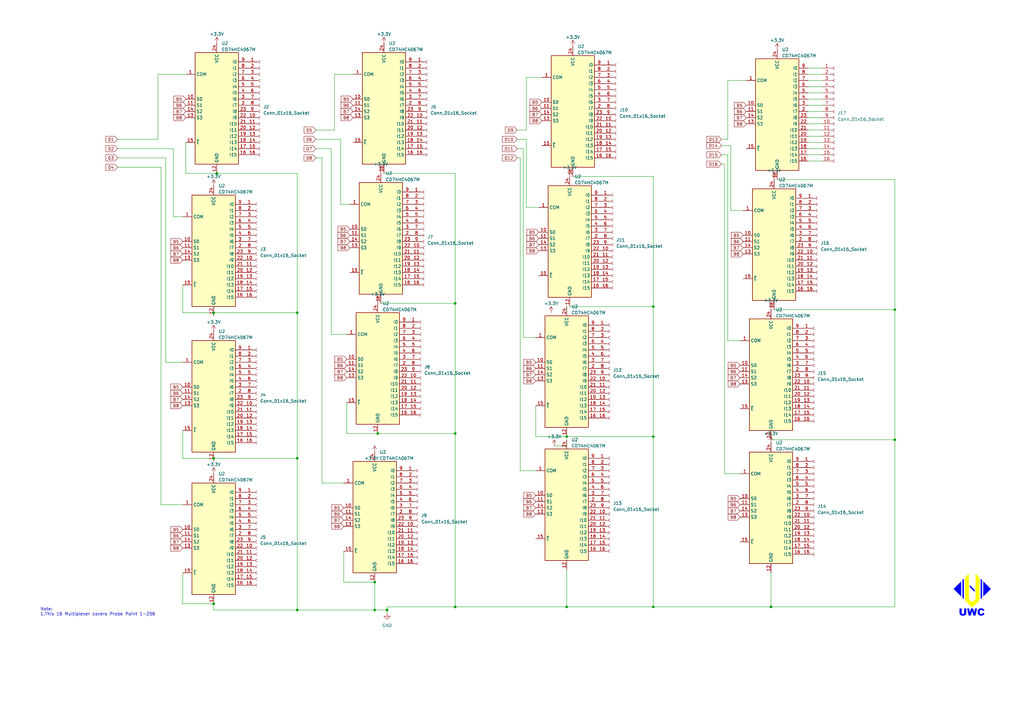
<source format=kicad_sch>
(kicad_sch (version 20230121) (generator eeschema)

  (uuid 65a85172-cde5-4eea-871c-c03616a6576d)

  (paper "A3")

  (title_block
    (rev "0")
    (company "UWC")
    (comment 1 "Danial Khir")
  )

  (lib_symbols
    (symbol "74xx:CD74HC4067M" (in_bom yes) (on_board yes)
      (property "Reference" "U" (at -8.89 22.86 0)
        (effects (font (size 1.27 1.27)) (justify left))
      )
      (property "Value" "CD74HC4067M" (at 1.27 22.86 0)
        (effects (font (size 1.27 1.27)) (justify left))
      )
      (property "Footprint" "Package_SO:SOIC-24W_7.5x15.4mm_P1.27mm" (at 22.86 -25.4 0)
        (effects (font (size 1.27 1.27) italic) hide)
      )
      (property "Datasheet" "http://www.ti.com/lit/ds/symlink/cd74hc4067.pdf" (at -8.89 21.59 0)
        (effects (font (size 1.27 1.27)) hide)
      )
      (property "ki_keywords" "multiplexer demultiplexer mux demux" (at 0 0 0)
        (effects (font (size 1.27 1.27)) hide)
      )
      (property "ki_description" "High-Speed CMOS Logic 16-Channel Analog Multiplexer/Demultiplexer, SOIC-24" (at 0 0 0)
        (effects (font (size 1.27 1.27)) hide)
      )
      (property "ki_fp_filters" "SOIC*W*7.5x15.4mm*P1.27mm*" (at 0 0 0)
        (effects (font (size 1.27 1.27)) hide)
      )
      (symbol "CD74HC4067M_0_1"
        (rectangle (start -8.89 21.59) (end 8.89 -24.13)
          (stroke (width 0.254) (type default))
          (fill (type background))
        )
      )
      (symbol "CD74HC4067M_1_1"
        (pin passive line (at -12.7 12.7 0) (length 3.81)
          (name "COM" (effects (font (size 1.27 1.27))))
          (number "1" (effects (font (size 1.27 1.27))))
        )
        (pin input line (at -12.7 2.54 0) (length 3.81)
          (name "S0" (effects (font (size 1.27 1.27))))
          (number "10" (effects (font (size 1.27 1.27))))
        )
        (pin input line (at -12.7 0 0) (length 3.81)
          (name "S1" (effects (font (size 1.27 1.27))))
          (number "11" (effects (font (size 1.27 1.27))))
        )
        (pin power_in line (at 0 -27.94 90) (length 3.81)
          (name "GND" (effects (font (size 1.27 1.27))))
          (number "12" (effects (font (size 1.27 1.27))))
        )
        (pin input line (at -12.7 -5.08 0) (length 3.81)
          (name "S3" (effects (font (size 1.27 1.27))))
          (number "13" (effects (font (size 1.27 1.27))))
        )
        (pin input line (at -12.7 -2.54 0) (length 3.81)
          (name "S2" (effects (font (size 1.27 1.27))))
          (number "14" (effects (font (size 1.27 1.27))))
        )
        (pin input line (at -12.7 -15.24 0) (length 3.81)
          (name "~{E}" (effects (font (size 1.27 1.27))))
          (number "15" (effects (font (size 1.27 1.27))))
        )
        (pin passive line (at 12.7 -20.32 180) (length 3.81)
          (name "I15" (effects (font (size 1.27 1.27))))
          (number "16" (effects (font (size 1.27 1.27))))
        )
        (pin passive line (at 12.7 -17.78 180) (length 3.81)
          (name "I14" (effects (font (size 1.27 1.27))))
          (number "17" (effects (font (size 1.27 1.27))))
        )
        (pin passive line (at 12.7 -15.24 180) (length 3.81)
          (name "I13" (effects (font (size 1.27 1.27))))
          (number "18" (effects (font (size 1.27 1.27))))
        )
        (pin passive line (at 12.7 -12.7 180) (length 3.81)
          (name "I12" (effects (font (size 1.27 1.27))))
          (number "19" (effects (font (size 1.27 1.27))))
        )
        (pin passive line (at 12.7 0 180) (length 3.81)
          (name "I7" (effects (font (size 1.27 1.27))))
          (number "2" (effects (font (size 1.27 1.27))))
        )
        (pin passive line (at 12.7 -10.16 180) (length 3.81)
          (name "I11" (effects (font (size 1.27 1.27))))
          (number "20" (effects (font (size 1.27 1.27))))
        )
        (pin passive line (at 12.7 -7.62 180) (length 3.81)
          (name "I10" (effects (font (size 1.27 1.27))))
          (number "21" (effects (font (size 1.27 1.27))))
        )
        (pin passive line (at 12.7 -5.08 180) (length 3.81)
          (name "I9" (effects (font (size 1.27 1.27))))
          (number "22" (effects (font (size 1.27 1.27))))
        )
        (pin passive line (at 12.7 -2.54 180) (length 3.81)
          (name "I8" (effects (font (size 1.27 1.27))))
          (number "23" (effects (font (size 1.27 1.27))))
        )
        (pin power_in line (at 0 25.4 270) (length 3.81)
          (name "VCC" (effects (font (size 1.27 1.27))))
          (number "24" (effects (font (size 1.27 1.27))))
        )
        (pin passive line (at 12.7 2.54 180) (length 3.81)
          (name "I6" (effects (font (size 1.27 1.27))))
          (number "3" (effects (font (size 1.27 1.27))))
        )
        (pin passive line (at 12.7 5.08 180) (length 3.81)
          (name "I5" (effects (font (size 1.27 1.27))))
          (number "4" (effects (font (size 1.27 1.27))))
        )
        (pin passive line (at 12.7 7.62 180) (length 3.81)
          (name "I4" (effects (font (size 1.27 1.27))))
          (number "5" (effects (font (size 1.27 1.27))))
        )
        (pin passive line (at 12.7 10.16 180) (length 3.81)
          (name "I3" (effects (font (size 1.27 1.27))))
          (number "6" (effects (font (size 1.27 1.27))))
        )
        (pin passive line (at 12.7 12.7 180) (length 3.81)
          (name "I2" (effects (font (size 1.27 1.27))))
          (number "7" (effects (font (size 1.27 1.27))))
        )
        (pin passive line (at 12.7 15.24 180) (length 3.81)
          (name "I1" (effects (font (size 1.27 1.27))))
          (number "8" (effects (font (size 1.27 1.27))))
        )
        (pin passive line (at 12.7 17.78 180) (length 3.81)
          (name "I0" (effects (font (size 1.27 1.27))))
          (number "9" (effects (font (size 1.27 1.27))))
        )
      )
    )
    (symbol "Connector:Conn_01x16_Socket" (pin_names (offset 1.016) hide) (in_bom yes) (on_board yes)
      (property "Reference" "J" (at 0 20.32 0)
        (effects (font (size 1.27 1.27)))
      )
      (property "Value" "Conn_01x16_Socket" (at 0 -22.86 0)
        (effects (font (size 1.27 1.27)))
      )
      (property "Footprint" "" (at 0 0 0)
        (effects (font (size 1.27 1.27)) hide)
      )
      (property "Datasheet" "~" (at 0 0 0)
        (effects (font (size 1.27 1.27)) hide)
      )
      (property "ki_locked" "" (at 0 0 0)
        (effects (font (size 1.27 1.27)))
      )
      (property "ki_keywords" "connector" (at 0 0 0)
        (effects (font (size 1.27 1.27)) hide)
      )
      (property "ki_description" "Generic connector, single row, 01x16, script generated" (at 0 0 0)
        (effects (font (size 1.27 1.27)) hide)
      )
      (property "ki_fp_filters" "Connector*:*_1x??_*" (at 0 0 0)
        (effects (font (size 1.27 1.27)) hide)
      )
      (symbol "Conn_01x16_Socket_1_1"
        (arc (start 0 -19.812) (mid -0.5058 -20.32) (end 0 -20.828)
          (stroke (width 0.1524) (type default))
          (fill (type none))
        )
        (arc (start 0 -17.272) (mid -0.5058 -17.78) (end 0 -18.288)
          (stroke (width 0.1524) (type default))
          (fill (type none))
        )
        (arc (start 0 -14.732) (mid -0.5058 -15.24) (end 0 -15.748)
          (stroke (width 0.1524) (type default))
          (fill (type none))
        )
        (arc (start 0 -12.192) (mid -0.5058 -12.7) (end 0 -13.208)
          (stroke (width 0.1524) (type default))
          (fill (type none))
        )
        (arc (start 0 -9.652) (mid -0.5058 -10.16) (end 0 -10.668)
          (stroke (width 0.1524) (type default))
          (fill (type none))
        )
        (arc (start 0 -7.112) (mid -0.5058 -7.62) (end 0 -8.128)
          (stroke (width 0.1524) (type default))
          (fill (type none))
        )
        (arc (start 0 -4.572) (mid -0.5058 -5.08) (end 0 -5.588)
          (stroke (width 0.1524) (type default))
          (fill (type none))
        )
        (arc (start 0 -2.032) (mid -0.5058 -2.54) (end 0 -3.048)
          (stroke (width 0.1524) (type default))
          (fill (type none))
        )
        (polyline
          (pts
            (xy -1.27 -20.32)
            (xy -0.508 -20.32)
          )
          (stroke (width 0.1524) (type default))
          (fill (type none))
        )
        (polyline
          (pts
            (xy -1.27 -17.78)
            (xy -0.508 -17.78)
          )
          (stroke (width 0.1524) (type default))
          (fill (type none))
        )
        (polyline
          (pts
            (xy -1.27 -15.24)
            (xy -0.508 -15.24)
          )
          (stroke (width 0.1524) (type default))
          (fill (type none))
        )
        (polyline
          (pts
            (xy -1.27 -12.7)
            (xy -0.508 -12.7)
          )
          (stroke (width 0.1524) (type default))
          (fill (type none))
        )
        (polyline
          (pts
            (xy -1.27 -10.16)
            (xy -0.508 -10.16)
          )
          (stroke (width 0.1524) (type default))
          (fill (type none))
        )
        (polyline
          (pts
            (xy -1.27 -7.62)
            (xy -0.508 -7.62)
          )
          (stroke (width 0.1524) (type default))
          (fill (type none))
        )
        (polyline
          (pts
            (xy -1.27 -5.08)
            (xy -0.508 -5.08)
          )
          (stroke (width 0.1524) (type default))
          (fill (type none))
        )
        (polyline
          (pts
            (xy -1.27 -2.54)
            (xy -0.508 -2.54)
          )
          (stroke (width 0.1524) (type default))
          (fill (type none))
        )
        (polyline
          (pts
            (xy -1.27 0)
            (xy -0.508 0)
          )
          (stroke (width 0.1524) (type default))
          (fill (type none))
        )
        (polyline
          (pts
            (xy -1.27 2.54)
            (xy -0.508 2.54)
          )
          (stroke (width 0.1524) (type default))
          (fill (type none))
        )
        (polyline
          (pts
            (xy -1.27 5.08)
            (xy -0.508 5.08)
          )
          (stroke (width 0.1524) (type default))
          (fill (type none))
        )
        (polyline
          (pts
            (xy -1.27 7.62)
            (xy -0.508 7.62)
          )
          (stroke (width 0.1524) (type default))
          (fill (type none))
        )
        (polyline
          (pts
            (xy -1.27 10.16)
            (xy -0.508 10.16)
          )
          (stroke (width 0.1524) (type default))
          (fill (type none))
        )
        (polyline
          (pts
            (xy -1.27 12.7)
            (xy -0.508 12.7)
          )
          (stroke (width 0.1524) (type default))
          (fill (type none))
        )
        (polyline
          (pts
            (xy -1.27 15.24)
            (xy -0.508 15.24)
          )
          (stroke (width 0.1524) (type default))
          (fill (type none))
        )
        (polyline
          (pts
            (xy -1.27 17.78)
            (xy -0.508 17.78)
          )
          (stroke (width 0.1524) (type default))
          (fill (type none))
        )
        (arc (start 0 0.508) (mid -0.5058 0) (end 0 -0.508)
          (stroke (width 0.1524) (type default))
          (fill (type none))
        )
        (arc (start 0 3.048) (mid -0.5058 2.54) (end 0 2.032)
          (stroke (width 0.1524) (type default))
          (fill (type none))
        )
        (arc (start 0 5.588) (mid -0.5058 5.08) (end 0 4.572)
          (stroke (width 0.1524) (type default))
          (fill (type none))
        )
        (arc (start 0 8.128) (mid -0.5058 7.62) (end 0 7.112)
          (stroke (width 0.1524) (type default))
          (fill (type none))
        )
        (arc (start 0 10.668) (mid -0.5058 10.16) (end 0 9.652)
          (stroke (width 0.1524) (type default))
          (fill (type none))
        )
        (arc (start 0 13.208) (mid -0.5058 12.7) (end 0 12.192)
          (stroke (width 0.1524) (type default))
          (fill (type none))
        )
        (arc (start 0 15.748) (mid -0.5058 15.24) (end 0 14.732)
          (stroke (width 0.1524) (type default))
          (fill (type none))
        )
        (arc (start 0 18.288) (mid -0.5058 17.78) (end 0 17.272)
          (stroke (width 0.1524) (type default))
          (fill (type none))
        )
        (pin passive line (at -5.08 17.78 0) (length 3.81)
          (name "Pin_1" (effects (font (size 1.27 1.27))))
          (number "1" (effects (font (size 1.27 1.27))))
        )
        (pin passive line (at -5.08 -5.08 0) (length 3.81)
          (name "Pin_10" (effects (font (size 1.27 1.27))))
          (number "10" (effects (font (size 1.27 1.27))))
        )
        (pin passive line (at -5.08 -7.62 0) (length 3.81)
          (name "Pin_11" (effects (font (size 1.27 1.27))))
          (number "11" (effects (font (size 1.27 1.27))))
        )
        (pin passive line (at -5.08 -10.16 0) (length 3.81)
          (name "Pin_12" (effects (font (size 1.27 1.27))))
          (number "12" (effects (font (size 1.27 1.27))))
        )
        (pin passive line (at -5.08 -12.7 0) (length 3.81)
          (name "Pin_13" (effects (font (size 1.27 1.27))))
          (number "13" (effects (font (size 1.27 1.27))))
        )
        (pin passive line (at -5.08 -15.24 0) (length 3.81)
          (name "Pin_14" (effects (font (size 1.27 1.27))))
          (number "14" (effects (font (size 1.27 1.27))))
        )
        (pin passive line (at -5.08 -17.78 0) (length 3.81)
          (name "Pin_15" (effects (font (size 1.27 1.27))))
          (number "15" (effects (font (size 1.27 1.27))))
        )
        (pin passive line (at -5.08 -20.32 0) (length 3.81)
          (name "Pin_16" (effects (font (size 1.27 1.27))))
          (number "16" (effects (font (size 1.27 1.27))))
        )
        (pin passive line (at -5.08 15.24 0) (length 3.81)
          (name "Pin_2" (effects (font (size 1.27 1.27))))
          (number "2" (effects (font (size 1.27 1.27))))
        )
        (pin passive line (at -5.08 12.7 0) (length 3.81)
          (name "Pin_3" (effects (font (size 1.27 1.27))))
          (number "3" (effects (font (size 1.27 1.27))))
        )
        (pin passive line (at -5.08 10.16 0) (length 3.81)
          (name "Pin_4" (effects (font (size 1.27 1.27))))
          (number "4" (effects (font (size 1.27 1.27))))
        )
        (pin passive line (at -5.08 7.62 0) (length 3.81)
          (name "Pin_5" (effects (font (size 1.27 1.27))))
          (number "5" (effects (font (size 1.27 1.27))))
        )
        (pin passive line (at -5.08 5.08 0) (length 3.81)
          (name "Pin_6" (effects (font (size 1.27 1.27))))
          (number "6" (effects (font (size 1.27 1.27))))
        )
        (pin passive line (at -5.08 2.54 0) (length 3.81)
          (name "Pin_7" (effects (font (size 1.27 1.27))))
          (number "7" (effects (font (size 1.27 1.27))))
        )
        (pin passive line (at -5.08 0 0) (length 3.81)
          (name "Pin_8" (effects (font (size 1.27 1.27))))
          (number "8" (effects (font (size 1.27 1.27))))
        )
        (pin passive line (at -5.08 -2.54 0) (length 3.81)
          (name "Pin_9" (effects (font (size 1.27 1.27))))
          (number "9" (effects (font (size 1.27 1.27))))
        )
      )
    )
    (symbol "power:+3.3V" (power) (pin_names (offset 0)) (in_bom yes) (on_board yes)
      (property "Reference" "#PWR" (at 0 -3.81 0)
        (effects (font (size 1.27 1.27)) hide)
      )
      (property "Value" "+3.3V" (at 0 3.556 0)
        (effects (font (size 1.27 1.27)))
      )
      (property "Footprint" "" (at 0 0 0)
        (effects (font (size 1.27 1.27)) hide)
      )
      (property "Datasheet" "" (at 0 0 0)
        (effects (font (size 1.27 1.27)) hide)
      )
      (property "ki_keywords" "global power" (at 0 0 0)
        (effects (font (size 1.27 1.27)) hide)
      )
      (property "ki_description" "Power symbol creates a global label with name \"+3.3V\"" (at 0 0 0)
        (effects (font (size 1.27 1.27)) hide)
      )
      (symbol "+3.3V_0_1"
        (polyline
          (pts
            (xy -0.762 1.27)
            (xy 0 2.54)
          )
          (stroke (width 0) (type default))
          (fill (type none))
        )
        (polyline
          (pts
            (xy 0 0)
            (xy 0 2.54)
          )
          (stroke (width 0) (type default))
          (fill (type none))
        )
        (polyline
          (pts
            (xy 0 2.54)
            (xy 0.762 1.27)
          )
          (stroke (width 0) (type default))
          (fill (type none))
        )
      )
      (symbol "+3.3V_1_1"
        (pin power_in line (at 0 0 90) (length 0) hide
          (name "+3.3V" (effects (font (size 1.27 1.27))))
          (number "1" (effects (font (size 1.27 1.27))))
        )
      )
    )
    (symbol "power:GND" (power) (pin_names (offset 0)) (in_bom yes) (on_board yes)
      (property "Reference" "#PWR" (at 0 -6.35 0)
        (effects (font (size 1.27 1.27)) hide)
      )
      (property "Value" "GND" (at 0 -3.81 0)
        (effects (font (size 1.27 1.27)))
      )
      (property "Footprint" "" (at 0 0 0)
        (effects (font (size 1.27 1.27)) hide)
      )
      (property "Datasheet" "" (at 0 0 0)
        (effects (font (size 1.27 1.27)) hide)
      )
      (property "ki_keywords" "global power" (at 0 0 0)
        (effects (font (size 1.27 1.27)) hide)
      )
      (property "ki_description" "Power symbol creates a global label with name \"GND\" , ground" (at 0 0 0)
        (effects (font (size 1.27 1.27)) hide)
      )
      (symbol "GND_0_1"
        (polyline
          (pts
            (xy 0 0)
            (xy 0 -1.27)
            (xy 1.27 -1.27)
            (xy 0 -2.54)
            (xy -1.27 -1.27)
            (xy 0 -1.27)
          )
          (stroke (width 0) (type default))
          (fill (type none))
        )
      )
      (symbol "GND_1_1"
        (pin power_in line (at 0 0 270) (length 0) hide
          (name "GND" (effects (font (size 1.27 1.27))))
          (number "1" (effects (font (size 1.27 1.27))))
        )
      )
    )
  )

  (junction (at 267.97 125.73) (diameter 0) (color 0 0 0 0)
    (uuid 01664d05-75a1-4a70-874e-04df5c125477)
  )
  (junction (at 121.92 250.19) (diameter 0) (color 0 0 0 0)
    (uuid 0bee554d-8fb3-4885-b1a5-48b7f2bb895e)
  )
  (junction (at 267.97 248.92) (diameter 0) (color 0 0 0 0)
    (uuid 2245d92e-7778-446b-8665-2a013344a671)
  )
  (junction (at 121.92 187.96) (diameter 0) (color 0 0 0 0)
    (uuid 28c2b601-3eef-4efc-a7da-c2e431ba7ca2)
  )
  (junction (at 267.97 179.07) (diameter 0) (color 0 0 0 0)
    (uuid 2e1115d8-ae0c-4fb0-8544-0f994ec6e780)
  )
  (junction (at 158.75 250.19) (diameter 0) (color 0 0 0 0)
    (uuid 30d0608b-af25-4a3c-92b6-e6009941a2ac)
  )
  (junction (at 153.67 250.19) (diameter 0) (color 0 0 0 0)
    (uuid 3328581b-ec4e-4566-b8ab-8295cec48389)
  )
  (junction (at 87.63 128.27) (diameter 0) (color 0 0 0 0)
    (uuid 36b17ebc-a552-4b71-becf-93c4d88b749d)
  )
  (junction (at 367.03 180.34) (diameter 0) (color 0 0 0 0)
    (uuid 3efeb6e2-d92f-4cb9-8398-7aa88c1634a8)
  )
  (junction (at 232.41 179.07) (diameter 0) (color 0 0 0 0)
    (uuid 4b98020f-c1d4-49c2-a846-fce7b44b2f58)
  )
  (junction (at 153.67 238.76) (diameter 0) (color 0 0 0 0)
    (uuid 5717f9f6-736f-4e31-aca8-270e7bcbf6e6)
  )
  (junction (at 87.63 187.96) (diameter 0) (color 0 0 0 0)
    (uuid 6b77c1fd-ce13-4b1b-92c0-8ca358d06706)
  )
  (junction (at 88.9 71.12) (diameter 0) (color 0 0 0 0)
    (uuid 766cd41f-e03e-472e-a650-afb08575797c)
  )
  (junction (at 186.69 177.8) (diameter 0) (color 0 0 0 0)
    (uuid 7ec5ad18-b42f-4ca0-b33b-aa79a4179a37)
  )
  (junction (at 316.23 248.92) (diameter 0) (color 0 0 0 0)
    (uuid 875c1111-25aa-4363-92e2-f8505a34c8e1)
  )
  (junction (at 154.94 177.8) (diameter 0) (color 0 0 0 0)
    (uuid 8bab216b-54d3-413e-a004-2c8e4432508a)
  )
  (junction (at 367.03 127) (diameter 0) (color 0 0 0 0)
    (uuid 9a1d25cf-7891-4606-96ce-2d6c66aae743)
  )
  (junction (at 232.41 248.92) (diameter 0) (color 0 0 0 0)
    (uuid a1a5b365-c785-4467-9a94-b9a3b707677e)
  )
  (junction (at 121.92 128.27) (diameter 0) (color 0 0 0 0)
    (uuid ca33949e-24a6-491e-a91a-295020256eda)
  )
  (junction (at 186.69 124.46) (diameter 0) (color 0 0 0 0)
    (uuid f60cd9c9-3d74-4276-92e1-4c4b4e7856ed)
  )
  (junction (at 186.69 248.92) (diameter 0) (color 0 0 0 0)
    (uuid ffdb6858-7d3c-434f-b5e6-3e18188e2898)
  )
  (junction (at 87.63 247.65) (diameter 0) (color 0 0 0 0)
    (uuid ffe214b6-8827-44ff-94f2-043d16fec673)
  )

  (wire (pts (xy 337.185 27.94) (xy 331.47 27.94))
    (stroke (width 0) (type default))
    (uuid 019cb13c-3a18-4b2f-931b-b94e5c39a3e9)
  )
  (wire (pts (xy 74.93 247.65) (xy 87.63 247.65))
    (stroke (width 0) (type default))
    (uuid 02d93682-4735-4ee5-948e-e9e0b70eccbd)
  )
  (wire (pts (xy 212.09 60.96) (xy 214.63 60.96))
    (stroke (width 0) (type default))
    (uuid 0359ee1e-1333-4449-9275-ea52cc33029a)
  )
  (wire (pts (xy 135.89 60.96) (xy 135.89 137.16))
    (stroke (width 0) (type default))
    (uuid 0632cb40-5183-43dd-a354-06c6b95f80b4)
  )
  (wire (pts (xy 219.71 166.37) (xy 219.71 179.07))
    (stroke (width 0) (type default))
    (uuid 064d5cf7-0412-43f6-aa1e-c02342ba4200)
  )
  (wire (pts (xy 298.45 33.02) (xy 306.07 33.02))
    (stroke (width 0) (type default))
    (uuid 0b4aedee-4a49-4ebc-a0bf-c8ccb835033e)
  )
  (wire (pts (xy 213.36 193.04) (xy 219.71 193.04))
    (stroke (width 0) (type default))
    (uuid 0b6a5929-f009-46a6-ae82-719d0aaf9513)
  )
  (wire (pts (xy 87.63 247.65) (xy 87.63 250.19))
    (stroke (width 0) (type default))
    (uuid 0e32e9c8-d19f-4c3e-914f-c140f94ddecc)
  )
  (wire (pts (xy 156.21 124.46) (xy 186.69 124.46))
    (stroke (width 0) (type default))
    (uuid 0f3b12c8-1912-4fb5-a94a-59b37d6ea81f)
  )
  (wire (pts (xy 214.63 138.43) (xy 219.71 138.43))
    (stroke (width 0) (type default))
    (uuid 0fb11639-5b32-485e-9ece-ef928f87ff80)
  )
  (wire (pts (xy 48.26 64.77) (xy 67.945 64.77))
    (stroke (width 0) (type default))
    (uuid 10ec989f-c50d-464a-8909-831ca6b120c3)
  )
  (wire (pts (xy 316.23 234.95) (xy 316.23 248.92))
    (stroke (width 0) (type default))
    (uuid 1139abfb-2751-4bee-8f5d-18548353d2e9)
  )
  (wire (pts (xy 87.63 128.27) (xy 87.63 129.54))
    (stroke (width 0) (type default))
    (uuid 177dd874-9ca6-4179-a344-08617365c115)
  )
  (wire (pts (xy 233.68 125.73) (xy 267.97 125.73))
    (stroke (width 0) (type default))
    (uuid 197282c8-5f5d-4a9d-aaf3-0692f72839ab)
  )
  (wire (pts (xy 298.45 63.5) (xy 298.45 139.7))
    (stroke (width 0) (type default))
    (uuid 227d6150-fe38-4b22-8894-97b45c231dbd)
  )
  (wire (pts (xy 66.04 207.01) (xy 74.93 207.01))
    (stroke (width 0) (type default))
    (uuid 280538c6-ee51-4a3a-a078-275b5b40a5da)
  )
  (wire (pts (xy 154.94 177.8) (xy 186.69 177.8))
    (stroke (width 0) (type default))
    (uuid 2a85cf6b-db09-41aa-806a-e34e84c21194)
  )
  (wire (pts (xy 87.63 187.96) (xy 87.63 189.23))
    (stroke (width 0) (type default))
    (uuid 2c9be86e-761b-424e-a5c3-0622ee1b5ec3)
  )
  (wire (pts (xy 139.7 83.82) (xy 143.51 83.82))
    (stroke (width 0) (type default))
    (uuid 2cb80de2-2cfc-4431-822b-1c6d8187089c)
  )
  (wire (pts (xy 87.63 128.27) (xy 121.92 128.27))
    (stroke (width 0) (type default))
    (uuid 321298e0-4a35-4c64-81b3-4c731f63b265)
  )
  (wire (pts (xy 367.03 248.92) (xy 316.23 248.92))
    (stroke (width 0) (type default))
    (uuid 33e68470-c5f0-4a3f-9815-6e1dc69bf8f1)
  )
  (wire (pts (xy 48.26 57.15) (xy 64.77 57.15))
    (stroke (width 0) (type default))
    (uuid 34262c6b-bc9c-441b-bff5-fa3e14322abe)
  )
  (wire (pts (xy 318.77 73.66) (xy 367.03 73.66))
    (stroke (width 0) (type default))
    (uuid 344ecab7-621b-4695-8405-5b82bdc03da2)
  )
  (wire (pts (xy 295.91 57.15) (xy 298.45 57.15))
    (stroke (width 0) (type default))
    (uuid 34c0a516-a428-45da-bc50-34109243e6ea)
  )
  (wire (pts (xy 186.69 248.92) (xy 158.75 248.92))
    (stroke (width 0) (type default))
    (uuid 381d03f4-f5e9-441d-86c4-8452785795c0)
  )
  (wire (pts (xy 337.185 48.26) (xy 331.47 48.26))
    (stroke (width 0) (type default))
    (uuid 3b024856-0f3f-4549-8539-3285ff24e5d5)
  )
  (wire (pts (xy 337.185 53.34) (xy 331.47 53.34))
    (stroke (width 0) (type default))
    (uuid 3d020223-1b8d-4398-8300-05039b4e5619)
  )
  (wire (pts (xy 215.9 53.34) (xy 215.9 31.75))
    (stroke (width 0) (type default))
    (uuid 3f38ffd4-69fd-44a7-89db-ee0ddbb8162e)
  )
  (wire (pts (xy 215.9 31.75) (xy 222.25 31.75))
    (stroke (width 0) (type default))
    (uuid 407fbaeb-71ea-4c22-a0f7-2974a8893b00)
  )
  (wire (pts (xy 142.24 165.1) (xy 142.24 177.8))
    (stroke (width 0) (type default))
    (uuid 4420a24f-806d-4431-a6a7-598fafd3c23c)
  )
  (wire (pts (xy 140.97 226.06) (xy 140.97 238.76))
    (stroke (width 0) (type default))
    (uuid 4438580c-7af6-4ae3-a33a-eb45c7fccf64)
  )
  (wire (pts (xy 186.69 248.92) (xy 232.41 248.92))
    (stroke (width 0) (type default))
    (uuid 4eae424b-f208-4d7c-8002-50333ba6a77d)
  )
  (wire (pts (xy 298.45 57.15) (xy 298.45 33.02))
    (stroke (width 0) (type default))
    (uuid 4f3e5588-e3ad-4a08-8146-110914890958)
  )
  (wire (pts (xy 74.93 176.53) (xy 74.93 187.96))
    (stroke (width 0) (type default))
    (uuid 4fba75a1-9f20-4cb6-8b5b-686684f0fdf4)
  )
  (wire (pts (xy 129.54 60.96) (xy 135.89 60.96))
    (stroke (width 0) (type default))
    (uuid 4fcecd9e-2df6-4e3e-9b9d-51970b7514a8)
  )
  (wire (pts (xy 74.93 128.27) (xy 87.63 128.27))
    (stroke (width 0) (type default))
    (uuid 50c5c15a-bc4e-4e33-b99a-04ac3de3a36c)
  )
  (wire (pts (xy 64.77 30.48) (xy 76.2 30.48))
    (stroke (width 0) (type default))
    (uuid 50d4e364-2a7f-442d-94db-f067d5dcb2ea)
  )
  (wire (pts (xy 267.97 179.07) (xy 267.97 248.92))
    (stroke (width 0) (type default))
    (uuid 50dcfc72-89b0-49a7-88f3-207e7993031f)
  )
  (wire (pts (xy 186.69 71.12) (xy 186.69 124.46))
    (stroke (width 0) (type default))
    (uuid 5163660f-8fae-4b91-87fa-53ce3f6b814b)
  )
  (wire (pts (xy 157.48 71.12) (xy 186.69 71.12))
    (stroke (width 0) (type default))
    (uuid 54c9b49e-f172-4da3-84c3-676c04c228b2)
  )
  (wire (pts (xy 87.63 250.19) (xy 121.92 250.19))
    (stroke (width 0) (type default))
    (uuid 55cc5b18-7724-489f-bd82-88bfb0243e54)
  )
  (wire (pts (xy 316.23 180.34) (xy 367.03 180.34))
    (stroke (width 0) (type default))
    (uuid 58134dc0-a07d-4392-82d2-f1f03bd738b2)
  )
  (wire (pts (xy 337.185 55.88) (xy 331.47 55.88))
    (stroke (width 0) (type default))
    (uuid 5d60323b-f0fd-4c82-a8a4-1e81f4b65c70)
  )
  (wire (pts (xy 267.97 125.73) (xy 267.97 179.07))
    (stroke (width 0) (type default))
    (uuid 5db7e03c-b09f-4656-8e27-1859d24dcf80)
  )
  (wire (pts (xy 232.41 182.88) (xy 232.41 180.34))
    (stroke (width 0) (type default))
    (uuid 610559a2-789e-4b11-9810-ab2d8f6e1d33)
  )
  (wire (pts (xy 367.03 180.34) (xy 367.03 248.92))
    (stroke (width 0) (type default))
    (uuid 650b4f08-304d-4553-99bd-536d6340f130)
  )
  (wire (pts (xy 74.93 116.84) (xy 74.93 128.27))
    (stroke (width 0) (type default))
    (uuid 69eb043e-5e03-4e43-9595-69cccb235213)
  )
  (wire (pts (xy 212.09 57.15) (xy 215.9 57.15))
    (stroke (width 0) (type default))
    (uuid 6a19aa10-4b43-4f92-9cb7-570a3fd0259a)
  )
  (wire (pts (xy 213.36 64.77) (xy 213.36 193.04))
    (stroke (width 0) (type default))
    (uuid 6fcfc3c9-0f91-4769-8d7d-96e9403fd47f)
  )
  (wire (pts (xy 121.92 71.12) (xy 121.92 128.27))
    (stroke (width 0) (type default))
    (uuid 71ae2d49-5f60-4d06-8a80-74b5a160cf92)
  )
  (wire (pts (xy 186.69 124.46) (xy 186.69 177.8))
    (stroke (width 0) (type default))
    (uuid 74ffab0a-9c0c-4632-953a-1d68ad10c7a9)
  )
  (wire (pts (xy 67.945 64.77) (xy 67.945 148.59))
    (stroke (width 0) (type default))
    (uuid 7508466a-4cf1-4d98-b4c6-b9007dd20bb6)
  )
  (wire (pts (xy 316.23 248.92) (xy 267.97 248.92))
    (stroke (width 0) (type default))
    (uuid 76bbbc4e-162d-4d9f-baab-0697341893af)
  )
  (wire (pts (xy 74.93 234.95) (xy 74.93 247.65))
    (stroke (width 0) (type default))
    (uuid 7a379935-e101-4b3b-b7d3-d8cfffc9e989)
  )
  (wire (pts (xy 337.185 33.02) (xy 331.47 33.02))
    (stroke (width 0) (type default))
    (uuid 7b8f8b19-84e4-43c7-a4ff-a74e2d413e5a)
  )
  (wire (pts (xy 140.97 238.76) (xy 153.67 238.76))
    (stroke (width 0) (type default))
    (uuid 7b96c144-9c25-471f-b003-a73b3613fa9c)
  )
  (wire (pts (xy 367.03 73.66) (xy 367.03 127))
    (stroke (width 0) (type default))
    (uuid 7c897f07-5b26-4046-b31b-6192d163fbe0)
  )
  (wire (pts (xy 337.185 30.48) (xy 331.47 30.48))
    (stroke (width 0) (type default))
    (uuid 7d68f383-cbbf-4033-951a-24b07d1a60c1)
  )
  (wire (pts (xy 121.92 128.27) (xy 121.92 187.96))
    (stroke (width 0) (type default))
    (uuid 7e35a4ef-783e-4941-acba-040f131b0cc1)
  )
  (wire (pts (xy 137.16 53.34) (xy 137.16 30.48))
    (stroke (width 0) (type default))
    (uuid 7e5e045a-91c5-457f-a900-2f9353df4e60)
  )
  (wire (pts (xy 158.75 248.92) (xy 158.75 250.19))
    (stroke (width 0) (type default))
    (uuid 7ff5c92f-5dc7-4f5e-8531-7f96bdd2b330)
  )
  (wire (pts (xy 186.69 177.8) (xy 186.69 248.92))
    (stroke (width 0) (type default))
    (uuid 845e9d04-d62b-43cc-b0dd-0fd8f7dcb2c2)
  )
  (wire (pts (xy 121.92 250.19) (xy 153.67 250.19))
    (stroke (width 0) (type default))
    (uuid 85808d67-3702-4ba6-8bad-4e572f7034fb)
  )
  (wire (pts (xy 299.72 59.69) (xy 299.72 86.36))
    (stroke (width 0) (type default))
    (uuid 85feced4-9648-4bcc-a82f-2584312677ae)
  )
  (wire (pts (xy 153.67 238.76) (xy 153.67 250.19))
    (stroke (width 0) (type default))
    (uuid 87b8ecd9-7d4d-42e8-8a13-8343fcb3c9b3)
  )
  (wire (pts (xy 64.77 30.48) (xy 64.77 57.15))
    (stroke (width 0) (type default))
    (uuid 886ff3fc-8dc3-4a40-a9c6-01b4d0555782)
  )
  (wire (pts (xy 66.04 68.58) (xy 66.04 207.01))
    (stroke (width 0) (type default))
    (uuid 88ac14f1-5b79-4449-8fbd-437abeeccd05)
  )
  (wire (pts (xy 214.63 60.96) (xy 214.63 138.43))
    (stroke (width 0) (type default))
    (uuid 8a976ff0-5977-47d2-9268-ddf9f7d4575f)
  )
  (wire (pts (xy 71.12 60.96) (xy 71.12 88.9))
    (stroke (width 0) (type default))
    (uuid 8d9659fa-6040-4738-acba-2e9cc80b37b8)
  )
  (wire (pts (xy 337.185 38.1) (xy 331.47 38.1))
    (stroke (width 0) (type default))
    (uuid 8e5a55ca-ea70-452b-93d1-a2406ae3952b)
  )
  (wire (pts (xy 132.08 198.12) (xy 140.97 198.12))
    (stroke (width 0) (type default))
    (uuid 90e4c877-4a09-42b5-9fbc-69297d414fcd)
  )
  (wire (pts (xy 337.185 58.42) (xy 331.47 58.42))
    (stroke (width 0) (type default))
    (uuid 94d4316c-fb27-4c34-8fa7-499dc4d6bb72)
  )
  (wire (pts (xy 132.08 64.77) (xy 132.08 198.12))
    (stroke (width 0) (type default))
    (uuid 95718f5a-08a9-4b96-85a0-ddfbc6b6a922)
  )
  (wire (pts (xy 299.72 86.36) (xy 304.8 86.36))
    (stroke (width 0) (type default))
    (uuid 97240405-719b-4f96-9b92-a5cb6553c964)
  )
  (wire (pts (xy 137.16 30.48) (xy 144.78 30.48))
    (stroke (width 0) (type default))
    (uuid 995bd309-3b2b-46f8-8633-01c618e0a34c)
  )
  (wire (pts (xy 215.9 85.09) (xy 220.98 85.09))
    (stroke (width 0) (type default))
    (uuid 9a342216-8f89-4a19-86e0-adf5c253131e)
  )
  (wire (pts (xy 129.54 53.34) (xy 137.16 53.34))
    (stroke (width 0) (type default))
    (uuid 9a8a5822-4ee1-4881-8abc-576331a90f3a)
  )
  (wire (pts (xy 337.185 60.96) (xy 331.47 60.96))
    (stroke (width 0) (type default))
    (uuid a917fead-b9b6-44a5-90ad-eeb38161903c)
  )
  (wire (pts (xy 76.2 58.42) (xy 76.2 71.12))
    (stroke (width 0) (type default))
    (uuid aa1ca0b8-fb92-4c3c-978c-3b2f0587b487)
  )
  (wire (pts (xy 74.93 187.96) (xy 87.63 187.96))
    (stroke (width 0) (type default))
    (uuid ac7868e1-259c-4180-9162-59c2616b112c)
  )
  (wire (pts (xy 367.03 127) (xy 367.03 180.34))
    (stroke (width 0) (type default))
    (uuid ad78b174-6ca1-4304-9c50-8cf9dd4ad9bb)
  )
  (wire (pts (xy 298.45 139.7) (xy 303.53 139.7))
    (stroke (width 0) (type default))
    (uuid ae46f9d7-5cab-48c2-8db1-195d1504450a)
  )
  (wire (pts (xy 337.185 45.72) (xy 331.47 45.72))
    (stroke (width 0) (type default))
    (uuid b005d513-d85c-46fb-b3f1-4220d47872d7)
  )
  (wire (pts (xy 212.09 53.34) (xy 215.9 53.34))
    (stroke (width 0) (type default))
    (uuid b0cb4845-3613-4351-aecb-86e0c51c51dc)
  )
  (wire (pts (xy 337.185 35.56) (xy 331.47 35.56))
    (stroke (width 0) (type default))
    (uuid b6be6389-acf9-43bf-be08-0cecb7a594be)
  )
  (wire (pts (xy 67.945 148.59) (xy 74.93 148.59))
    (stroke (width 0) (type default))
    (uuid b9a44492-be07-4daa-9768-e4a475e5abe7)
  )
  (wire (pts (xy 337.185 40.64) (xy 331.47 40.64))
    (stroke (width 0) (type default))
    (uuid bb746f70-d80b-461f-a944-38b957e45bda)
  )
  (wire (pts (xy 88.9 71.12) (xy 121.92 71.12))
    (stroke (width 0) (type default))
    (uuid bc925010-3d89-47bb-be7e-b12c668637b0)
  )
  (wire (pts (xy 267.97 248.92) (xy 232.41 248.92))
    (stroke (width 0) (type default))
    (uuid bfcf2b72-bd2a-4d4e-80ad-3e6e58661aa8)
  )
  (wire (pts (xy 267.97 72.39) (xy 267.97 125.73))
    (stroke (width 0) (type default))
    (uuid c0e96fa4-3dff-4a86-ad15-342c74732e09)
  )
  (wire (pts (xy 153.67 250.19) (xy 158.75 250.19))
    (stroke (width 0) (type default))
    (uuid c4d5a3b8-de01-4f8c-bede-cbdb1f90fa8a)
  )
  (wire (pts (xy 337.185 50.8) (xy 331.47 50.8))
    (stroke (width 0) (type default))
    (uuid c7f34c88-40a6-47a8-b175-6467485032bc)
  )
  (wire (pts (xy 215.9 57.15) (xy 215.9 85.09))
    (stroke (width 0) (type default))
    (uuid cece72f8-0c32-4566-9b27-79fb40552d77)
  )
  (wire (pts (xy 297.18 194.31) (xy 303.53 194.31))
    (stroke (width 0) (type default))
    (uuid d0bc070d-0382-4305-a99f-b8ed602950d2)
  )
  (wire (pts (xy 297.18 67.31) (xy 297.18 194.31))
    (stroke (width 0) (type default))
    (uuid d12cbe29-bbd5-48b7-ae1c-bd9d2b5286b1)
  )
  (wire (pts (xy 48.26 68.58) (xy 66.04 68.58))
    (stroke (width 0) (type default))
    (uuid d1515148-c452-405b-b4a9-0ae5d9484153)
  )
  (wire (pts (xy 295.91 67.31) (xy 297.18 67.31))
    (stroke (width 0) (type default))
    (uuid d1f56d95-c8fe-4e99-a232-699768133505)
  )
  (wire (pts (xy 232.41 179.07) (xy 267.97 179.07))
    (stroke (width 0) (type default))
    (uuid d7eb1b3e-73c1-4cea-b86d-b299bfca8d6f)
  )
  (wire (pts (xy 129.54 64.77) (xy 132.08 64.77))
    (stroke (width 0) (type default))
    (uuid d85392a2-24f4-430b-afe2-6e1044077694)
  )
  (wire (pts (xy 317.5 127) (xy 367.03 127))
    (stroke (width 0) (type default))
    (uuid d8ab82c0-e7dd-4c66-a56a-433bb44de847)
  )
  (wire (pts (xy 129.54 57.15) (xy 139.7 57.15))
    (stroke (width 0) (type default))
    (uuid d95ca18b-688b-4c3d-9df5-6aea42631593)
  )
  (wire (pts (xy 139.7 57.15) (xy 139.7 83.82))
    (stroke (width 0) (type default))
    (uuid dde3c882-8352-4903-94c3-ddc953493a2d)
  )
  (wire (pts (xy 71.12 88.9) (xy 74.93 88.9))
    (stroke (width 0) (type default))
    (uuid e09fec36-5edc-4567-9606-5bd65bb04eeb)
  )
  (wire (pts (xy 121.92 187.96) (xy 121.92 250.19))
    (stroke (width 0) (type default))
    (uuid e22c5860-bc12-4378-a5c0-7f53083bc0f8)
  )
  (wire (pts (xy 135.89 137.16) (xy 142.24 137.16))
    (stroke (width 0) (type default))
    (uuid e3e915dd-d80e-4527-83db-563666cc5921)
  )
  (wire (pts (xy 337.185 43.18) (xy 331.47 43.18))
    (stroke (width 0) (type default))
    (uuid e43f56ee-cb8f-41cf-9419-c1503c1c41e8)
  )
  (wire (pts (xy 337.185 63.5) (xy 331.47 63.5))
    (stroke (width 0) (type default))
    (uuid e7ddcc50-ce05-4b21-a767-a7419b8ef76c)
  )
  (wire (pts (xy 48.26 60.96) (xy 71.12 60.96))
    (stroke (width 0) (type default))
    (uuid e7f28e7c-5996-4ae0-9b5b-c31014d308dc)
  )
  (wire (pts (xy 76.2 71.12) (xy 88.9 71.12))
    (stroke (width 0) (type default))
    (uuid e91e8ac9-62d0-47f7-9818-e1d5b258a779)
  )
  (wire (pts (xy 212.09 64.77) (xy 213.36 64.77))
    (stroke (width 0) (type default))
    (uuid e9d968d2-3ee4-4873-971f-189be40f28ae)
  )
  (wire (pts (xy 232.41 128.27) (xy 232.41 125.73))
    (stroke (width 0) (type default))
    (uuid eaf58036-5140-43bf-b5e4-4fb4ce23cb33)
  )
  (wire (pts (xy 87.63 187.96) (xy 121.92 187.96))
    (stroke (width 0) (type default))
    (uuid ee4b9167-45bb-47ea-94b1-418ba2b23c36)
  )
  (wire (pts (xy 295.91 59.69) (xy 299.72 59.69))
    (stroke (width 0) (type default))
    (uuid f21fddd0-28ec-4a19-a219-bf6ee095c5ee)
  )
  (wire (pts (xy 227.33 182.88) (xy 232.41 182.88))
    (stroke (width 0) (type default))
    (uuid f2e06b09-33e4-4484-a2b6-310e80ab1351)
  )
  (wire (pts (xy 295.91 63.5) (xy 298.45 63.5))
    (stroke (width 0) (type default))
    (uuid f36aeb59-37b5-4d2a-ad6a-652642c51a70)
  )
  (wire (pts (xy 142.24 177.8) (xy 154.94 177.8))
    (stroke (width 0) (type default))
    (uuid f3b4ca1f-7675-4373-9b9c-285ece897daf)
  )
  (wire (pts (xy 158.75 250.19) (xy 158.75 251.46))
    (stroke (width 0) (type default))
    (uuid f3d4761c-9f3f-4d37-8206-4f8cca07db68)
  )
  (wire (pts (xy 232.41 233.68) (xy 232.41 248.92))
    (stroke (width 0) (type default))
    (uuid f8f12c7a-5ef5-4d5e-808b-2778ca55de70)
  )
  (wire (pts (xy 219.71 179.07) (xy 232.41 179.07))
    (stroke (width 0) (type default))
    (uuid fa006e3d-e4d5-43b8-b50b-cc018fe660ee)
  )
  (wire (pts (xy 234.95 72.39) (xy 267.97 72.39))
    (stroke (width 0) (type default))
    (uuid fb2f4cc2-c401-4003-8fd0-1f34ac886831)
  )
  (wire (pts (xy 337.185 66.04) (xy 331.47 66.04))
    (stroke (width 0) (type default))
    (uuid ff46a22e-60c3-475a-afee-f97914a880a3)
  )

  (image (at 398.78 243.84) (scale 1.41259)
    (uuid 33a503cf-3edf-4943-8ccc-9e6b7eb4804f)
    (data
      iVBORw0KGgoAAAANSUhEUgAAAIIAAACUCAYAAABfjPF7AAAABHNCSVQICAgIfAhkiAAAAAlwSFlz
      AABcMAAAXDABsIpz7QAAIABJREFUeJztXXd8VUX2/869r5fUlx5IJdQAYqNZkOK6YmVBlrLo+kPW
      RUSx46oYsBuwoFRRZAUryLq6oqJAKKIiEGpoCYEQ0t/Ly2v3ztz5/fFeIJWS5PGSmO/nc8Xcd2fm
      zL3fe+acOefOELQzuKQNoIzBpLsBhJAWrdtatQ4qUYRRpwMhg1u07g60IBR2FLIyBodzODjnLV7/
      6bIKcA7IbI5f6g8khEAL0FJQ2HFUSingSp8bOyc/O8EfbYQFrTZJdOYjgCWVsZngSvshQ7sgAucn
      UIUEmDTP3yiQ/70nkl1+0dsi0WpEsvkegq8WE5KWRJXZ4FzxR1OXHG2eCFzZjaKqTtDzjOHAfxcK
      2BknQKItbR94G9NxAisVkDVEwecLQDolMmVGuxgm2jQRFHYaVncfWAwv3ATy9RJCdicSwvzYIgch
      ACFVEMjmG4E1S4G+yTJ7os0PE22WCAo/BhePhkmTMQJY+65IdiUIhPq/Ye7VNAKqIGLjUOCzBQLp
      mUTZg+C83P/t+wltkgiUroe1LBkaZAwH+epdgexOJEQGwAEovn/9BMJ9hwJC7CDYPILj84WE9OtE
      6QvgvMx/bfsRbY4IjG2FKN5AgkKeHEnI1++JJDuFoIYm8INpcK7KCbFDxMYRBJ8sIyThMlm+C4xb
      /SmEX9CmiMDY9wAGCIw9/FfgqyUC2dnprCYIAMhZm4GQzcOANUsFYXhfeLqA8dLAyNREtBkiKPRb
      cGEY4coDowi+f1MQDkV7NYFPVQeKDL72CXFCEH7pR/DfpRAf7KFIFjBeEiCZLh5tggiUrQMRbwTo
      I+MJ+fFtIuRYCJifh4GLB4ELRPjtcpB1HxDxpXTu6QyFnQ60WBeEVk8Ehf0M7r4RjE4fR8i3rxHh
      SBSBEmAt0AAIBwhA4AEhO68E/rcM4rN9FWUmPPwSeDPNRKsmAmW/gAhXE6KZPo6Q714nwuFoLwkC
      LVlj8BKTEBcE4bcrCPnqHSClL9h0yJ5WRNoG0KqJwKEWZTZtDMj6N4lwNMY7HLQyTVAXxHfADUJ2
      DQT5diFB/GVcDrBc50HrJoKyuRPBLy8KwsEaNkErJgEAr3zV3oQbAtl5NcHPTxIdVQVasnOhVRNB
      QIVeQIWZkLZCgprgPu3gBkFZGOFuMdASnQutiqVjZrwMAPh07pO+MwQg4G2LADVR7doqHL6xobqP
      QM1+Bh6tRiNMmnMI+7Nvxqb1Y2ucbbVW4QWDnPnv2b5s3zIKR3L+jCX7fwyQVPXRKogwZe5mrHgh
      GCERxeld03d1DrQ8/sFZInROOXS5KdQWPX9a6+lqwInw1LvrsfSZHujZ33nVkd+Sl5w61Ckh0DL5
      G8f3JPzpyG8JbwVHyJF9RxwG588GWqTAEuGJFb/gpYf7oteAsqtOHDQvrTgV0odLmvaR8tMIPp37
      JDx2PUqPh4w+tCP4TXOYFNln+ES8v/+ngMoVMGPxn298hVcmdUafIRVX5e8PXVpZZE5Xad0O7o/M
      otYGQjiV1CjND7kLIEjrVz79jQdjiwMpUsCIEBFXit5D7FflHwhdaisKSudKwEepSwkCAlCPhpTm
      B98FACm9yx8CUBQogQJGhI1fJAQXHNK/aisypSus2sWubV23V3BOwLm3r9SjIWUngu5SqRxHAfwr
      UDIF7DV0Veq1brs2ijOVz9cmbXa2oGnwEZ4QMElNnJWamEBKEzAicC5yDsI5yJk8wD8eCM5Ml3Eh
      oO/BJRkanlm0Ez/95AQXPNiy8gbvyVrZxn9UIgBA9TBxFqMfegqFRSNAoEPWqgGXRAq/a4Sn3v8O
      yxeFQme0ddLqyiP93V7bRW2FoNNZU4NCbeYBo/ddktb9SoSNu/+Nj9/uhogYKfXg9i7vFhxK6OLP
      9toTjmUn3bFnS5c5IZFu0+C/7Pd7e34jwns7V2HCpOsQEedMPb43ZEnp8fChklP/x7IHmwFHeZC6
      +Jjln3s3RmUEWSTTgL8c8Gt7fiHC0+9nYfbdgxDT2ZGauydkcXlB8PUKVSmkgwYXhM/eeAkA4ZJT
      qyo6FjptT5YlIzTCbRo4xn9kaHEibMl+H6vmd0Jkoj31WHbo4vKCkCHcl5NB/tBG4cXCe69kp1ZV
      lBs6bU9WREZolMtvw0SLEmHpb59g7N3XwxLrSs3dbVlcURAyhMnqP9j8QMuCg0By6lRFx0KnZf8Y
      mRFs8ZgGjtnd4u20GBEeX/Iz5vy9P2I6OVOP7QlbXF4QPESRVfAyW8Af20VsKs7eN69mCJm2Oysi
      IyzSbRo8qmU1Q4sQ4ZeDc/HZohhEJpzVBApVt/5E07YEAkhOvao4N3Targ3xGSGRbtOA0S1nMzSb
      CEs3r8Kdd42FJdadmrsndHF5QfAQJqtqzad3oLk4ey8lp05VfCx42u5NkRlBFpdp4OiDLdJCs4jw
      +LKdmP3AIMQm2FLzskMWlxeEDFGoCuSMe9BBgpaDL+mNcMhOnaooN3Ta/qxI3zDRfM3QZCL8evA/
      +HyBCVGdnam52WGLywtCvJqggSnTDrQcOK9tQO7eYMkIjnSbBt21p1n1NokIizevxZ139YUlVko9
      lu0zDKvT9juGAz+jYQMy2OI2Dbqz6QbkRRPh0cU/YM60vojt7Eg9ttuyuKIgeAijarRWo/C2B9/H
      LQ98Gmgx/AB+1oA8Fjote0NsRnikyzRg9N4m1XZRRNh15FOsXpSGqM5eF7HCZxiCE3DeOl1EjV42
      jHniU+Hm+w8FWpQWhnDmnstOraokN3ja71lRGSGRTZt0umAivL3pM4wcNQDhsc7UvN1hPsNQXcMw
      bJ04sKPHLS+Mf37CY+8eIbc88lugxfEDqjWDTlWcGzpt78aYJsUmLogITyzajMwHr0JsgiM1b0/o
      WcOQo9UbhmV50ZEFB6Lm/l//3uMfeH0DuWWG/yN5lxZe47ymAbkny5IRFnlxsYnzEuH3oyvx2ZJ4
      RCZU+WIHwUMU2pZyDAXmqDCEFx4yzZs64C/jH8w8QEZO928k79LD+xy8rqU3NpG9KSIj5CJiE+ck
      wlsbvsCtfxkAS4w79dius7GDtgYCAY4Kk6UwJ2ze/f2vGv/4G7nk9kd/D7RYLQ7OAU5qaIYfIzOC
      wz2mgaPPH5tolAgz3vkFcx+8ArGdXanH9oQurjh1NnbQWg3DxsB98Q5HhdFSeCho3j0Duo9/7LVd
      5PaHmmZht14IZ/I/z7iWmyMywqLPH5tokAgb89/Bmg+ifLGD8DYeO6j9xYzDqreczgmdN6n/sPGP
      zTtKhj/8a6AE8y9qxiZ+On9soh4R3lr3GcaPvAOW6PYROxA1EhNECgLu83AEOKwmy6lDIfMmDbhs
      /H1zfyC3z2jerFzrQ2OxCXejsYlaRHjyvW3IfPJqxCbaUvP2tI/YQUSC+4eQ6KosQSV71SYXAC7A
      adVbCg8FzXuq/7jxj2XuJLe2QzIAdWMTERmhjcQmzhDhp/z/4dOFFkTFO1Nzs8OWtJfYQWGu7khS
      esXk0LjKLEHlXZeREAUAgaPC6NUM/YeMn5q5h9z8UHsjQ/3YRHYjsQkBAF764StMGtkDlhipOqnk
      +vYSO3jgX9+hINeQk9i7dHJonC1LVFUvdUcALsJpNVkKD5vn/XPAgPHT5x0gox65NOnjlw4NxCY2
      RXiHiTvPagbhiSWfYeGjvRGT4Ew9lh3R6mMHF4t/TZiGx+YeQ8GRkJzEXhWTQ+OsWYLIanSPw1lh
      tJzOCZv3z/79xz/7+kny50d3BFJkP4HXMiD3bIjNCI/ymAb6ZiCF/34Whoh4T+rRPWFLKgqCWn3s
      oCl4+Mbr8frn61F00pSTmG71kkFFQYjXseTca0AWHgqZN2pAt/H3v7aVjJzW3oaJ2rGJ4tyQaTs3
      Rc42mBXz2OeWQ7DEiDEnDxrfrTjpHQ5ae+ygqRjfcyLufuxHFOWachJ7l08Oi7NlCaJ8dujjxGtA
      5gTPe7j/beMffWsHGflo+41NyC6tqjg3aNrRbO0ToiioBUEgTpUGOaJaYWcubKeYPWEi/m/e78g/
      aspJ6lU+OaTagCReA5KDnHEt/6//0PH3v5ZFRj7c3mITQPVakCqtYlOphcMQFEWgMrf1GmifGZlk
      XaDRuWl7GQ4aw3MjbsHCTzejON+Yk9S7dHJInC1LFH3LovrcS6fVYCk8bJ43fcAd46fOPUbGTNsW
      WKFbFN7nawhxlMelWWc8/bZtBVfAhKx/Xw9bqdqePrh4ZkSSbaFaJ9Gz6wO2T9zZ668YPWMzTufq
      cpLTyyeHxtmyiFj9dba3305fbGLa1b3HiyqlVS+WeWHwzQoTBYYQZ3lsmm1G5pptK9Yu1yorn53k
      dR+3fZmC8lKtvecA28zIJNtCrd5NCdridPKF4/V7/oqpb5bg5FFTTkJ6xeSwOGuWWNeArDBZio4Z
      XtifrU0OtLzNBfENf8YQR3lMl8oZGZ/9vmL5q2nKmvk9ANSYUNq+ujvs5Wp7+qDSmRFJ1oVqvaf1
      ry3fTDw19GosWrkBJfnBZ70JkdaaQJNdKrPbLhoCJ2XLwRDqKI9Nq5gx58ufV6x6LVn54o3LzvxW
      a4p565ousJXo7OnXlM+MTKxcqNG7KSEKQNrvine3XjYBox/9AaeOG3OS0q2TQ+Mqa2gGBd4xslWt
      VHxRIEQBIQoMIY7y2FT7jMy1v634+JVuyn/e7lPrunpBp61fdkF5sdbec2D5zEifZiBteIr5QpD5
      t4l46OWjKDhizEnwzUAKooz2sa4ThyG0qjw2zTrjuZV7V3z4cpry5Zvp9a5qMAy9fU0a7OVqe89r
      SmdGJtq8ZPAZGu0Vj998HeZ+vBElJ7Q5Sb3KJ4fGVWYRlT83E/UneA1N4CyP7WKbMfvTLSs+mRev
      fP5G7wZLNJqYsnV1GqwlWnvvgTavZjC4afvWC8DYvuNxx9SDOFUdm4i1bhZEKrZNtcBh8BmGmV/u
      XbEqs6vy1Tv1NUE1zpmqtn11N5SXaO09B5WcGSaqG2mveHPyzZi54AhOHg3JSehhmxyRWLJRNDra
      yDvgey6EnzUMP96xYvnLCcraty4/Z8nzJq/+vDYZ9jKdvdegipmRifaFGoOLEtK+5xmmXncD3v33
      OhSe0BzselXu1LjUguOBlulC4HURGYwhjrLYVPuMl9buWrHq9TTlizd7nbfsBaWzb13dFbZStb33
      4JKZkYnWBWqdh7ZjpQAAuLPfPXjgKRlup/GkWzZVBFqeC4Uh1FEek2Z95NWvNq346JUkZe27PS6o
      3AX7RdtWd0X/Ow7ZewyqeJoIHCXHQ/7hqdKqzyaztj88PSE10CJcEIhvr2pjqKMoOrXyiee++HXF
      ipe7K2vm9Tl/YR8u6gn+vCYN9lKNfcRY61NxaRUZWpPL1Z7thbYCQhjMlsrjnXqW3fvutvUffvpy
      mrJ6Xr+LquOiX+Vta9JQUaRxXP2XY6/GpFpna01uF84khnbgUoL43ESTxX48vnv5lAObkr9+Y2of
      /tX8hl3Ec6FJOn3122koPBIsDb61KDMmxTpbb3a4AAUd2uHSgRAOIjCYI2zH47vbpuzfmLpuysvf
      4ZsFF6cJqtHkwf2n9/ridJ5BGjz6RGZUqnW2zuRyNbWuDjQFZzXB/o1J68Y+/xsWPXljk2trlpX3
      /fKeKDxilq6/syAzOsU2W2d2ughhvizhDvgDhCggAoU5wn48vptXE9z9wjZ8/NyVzaq32eb+D++n
      o+CoSRp8e2FmdGpFh2bwN4gCc7Um2JS0bsoLW/DB0wObXW2L+H3ff5COwlyDNGj0yczoFOtsrcnl
      8s51d9gMLYUzNoGl6nh894op+zemrBv33E4senpwi9TfYhMAPyzvhcIjZmnIHcWZMSkVGTqT02dA
      dqC58HoHXhcxvpuXBJNe/Qkrn2+aYdgQWnQm6Mdl6Th5zCj1H3ViblSqtcY8Q/vOdvIfzsYOzhiG
      m5LXTX5hB5Y/fkOLttTiU4LfLe+OolyTdP2ogrkxKbYMndnh9G7y3UGEiwUBhyBQmCMqzxiG42f9
      hiVPX9HibfllbvjHZX1QcNQkXTvq5NzoVK/N4FukoAMXCg6AKDBZqs4Yhne/tA0fzWqed9AY/BYk
      +P79dBQcMUkD7yycG53sdS250kGGC8G46bNABCaaLVUn4rtZp+zfmLLu3hc24oOnmu8dNAa/JuP9
      sDwdQ+/eJ111ky1z73apSmewOdHyK8y3S0SmFOYqiuMfe9enrxv3/Fa89/T1fm3P72HD9R/0RHG+
      VvrbY4vf7dpnX3tbq6YF0LDt1Gfgb5/vXZ/+zb1z9mPlc4P8LsUlSc/dsLILwiKWMUGQ2moSoJ9Q
      kwS1R02nVee5/cEVeO9ff7skklyyPO3Vb/69zhle5///wOYDAWrej5VvzrrkIgQsYV9QAYKgkOrZ
      R/4H9S6rv58QVEpA34SApRaFRNDKkGj3Nxq925cQ+0fVCBz6EGdZaLS8LpBSBIwIbic8PQbbn49I
      tC1Q6z3Mu9JPS81A+km9ENYidXtXZPAmAPu+O3jknucrP292xc1AwIiwYdW1sJWKlb0G2p+OTrZm
      ak1Ol1eeZmoG30jD2HvNF7IGGOfgEDlvESYQ7g0gVZ6IS7NOm7tmz4pfvlUHNDAT0KzT7au7wVqi
      sQ+ZcOKZqC7W2bogh1Np7qQTUcCJEg/0NDC6oEXk5FwC6D0AKYsDeFhzuDD+0VcBwkRThP1EfM+K
      yYe2d175/ktJDX6GdikR8PTjn9cm40ROkNT/pvLM+B5FGSFxJc3MZ2AADvwJfH4G0EfH2Mpm1aZw
      DkYfBCdXJxP+5VuE5HdqrtaKSjmdG9+t9B8HNiSvm/ivbKx++/zfHfgbAScCAPz4fg8U5eukiTNX
      vNOt3/7s5tZHyGkdyI8PcLz9DJBsYuzfTa5LYc+BkMtTCdYuImTLDYC92VbtZdfs/nzfjz2/Gf9q
      NlbMufCUc3+iVRABADb+uyt+/V8fJrtU8tmzTRs2CeEQhEItETY9Dj7/GSDJxNiKi6qDcxmMvgCQ
      qBTg47eIsGUYESrrrOzcNDisWvedD32Mjx5vHSRo9aByRnfGuhRxDs45uehDUQhnLE5mdEwGYxuN
      jH1w4W3Tu8HoohRGR3ynsCDOlYtv33uInNKB31GpQuu/O9V8tBqN0BAUiOBc8Ml48a8iIQSEnFJB
      yHqC8/dmASkGRjPPWYZzDkrng5ArEoAvlxBh23BC7HUXeb9QCXxL4IqEk9a9DFOrJgJH5yIFqb8o
      PLiJK8NzEAIQclpDyA8Pgi+aBVypPZdmoGw+CCLCOV87hwhbhnhJ4K3r4pom4AoB5zES58kbFOjl
      8xfqQIOodN8Imb6bItPh3zIliDd1iOBc4IoicMainZROeEVh2wyMLa/VFuccbjoblK6NpPSuTxkL
      Z4oiNLE9whVOOGNxHpmOf4nS9Ua3LAXoLrYDcIVDps+C0kXJlN60gSlBnCsi5814QIzFSoxOeI2x
      rUbGVnnb4RyUvg0PXRUuy3cuZ8zSZNIpiugjXZxM6aR5lP1ikOVlAb6T7QCKzEHlyaB0SReZjljH
      WBDnvBlvqiL4yDA6g7EsE2MfQ5YeA2VfRsv09g8YC2dNNwy9RKAs1k3pxFcZ22ym9OK8lQ6cA5wz
      UPoEZPp2AqXDv1WUIO+Nb5Jm8JZhSqzM6MRXGdtpkOVVwZSOXsWYpYnegcC5Ivi8lFiZ0omvyvRX
      PWMfBfrWtT9wziHRR8Ho4i6UDv2GMRNv/hgeKzE67k0q37qcsTDadE0gcIWJnLE4D6V3z2Nsi1mm
      HwT6lrVfMMZB6XR45NnRVL75E8bCmXcsb5pmUBSBK0oYZyzER6qmEauaVDId/yJlW4wdmuASgHMO
      D50Myj63UHrzYsYsCleEZhiQ4M0zDEWfYXj3G4xuN3bYBJcYlL0Fyr6IoPId7zMWrjR1iGjOoSgC
      pyzWLdMJLzOWZWIdJAgMKM2ETD8Jp/TmRWfGeEX0MwGEOi7i3zJlus3AaPOinB1oJiSaCVleHkzp
      yMUKC6PNMSAvZkhgLNZN6aRMxjabZfphoG9DBwBAkmZAllcEU3rrMoWFydVvbouTQBE49way3DKd
      +IpMN+ubE+LuQAuDcw4qPQ4qLwum9M8LFRZOvUNEC5JBEXyaINUhy397itHNepkuP79wHbi04JyD
      yrMhsxWhVL55EWOWFjUgFUXgjKbaqTzlAcq5hnaQoHVDZpmQ2cpwKt/0rne6WGieAVntItJkK5Xv
      n84UrpKV7wPdzQ5cCGT2NmT671CvN+EjQ7M0QbKV0inTZMpFqgT084MOXCxkeQ5keWUIpSOXnjEg
      L4YQvkkqxlJsMp36MJW4SOnXge5WB5oCWZ4FWVoWTOntHzAWwZULjiVUG4YpNirfN5UxrqLSF4Hu
      TgeaA1l+AZSujpTpqAWMxbgvVBsw1qWKyvdNZdylpvQ/ge5GB5oLzjlk+jYU9otBppMyGYvzKL6Q
      ceOGYUqlLN83lXK7hiodw0G7AeccjC2BrGw0yHTCK4zFuhsKOXsNwxQbpfdNZZSLjP0QaNE74A9Q
      ZQUo26indOwcxuJlr2aoETugyVaZTn1YplxkHYZh+wZlyyCzzWaZTniFsjipmgyMJnldRJmLcgcJ
      /hiQ2b9B6VYjpRNeYSyeUpZqp3TKA0zhoix/GmjxOnApIdOPoLDNJkme/C9Jnvx3RZHV7A/sHfxR
      lykBADC2HIIwCQDAlXUQxKbvd3ChuOOfx+BxOOFyucAVApFwGE1GCEaCL+d393v7jaHFv3Tq+6e9
      MEWfgGgohWgshWgs8R6GUqiMxbAk7YdHbvwz8O7XH4Ah4gREQ8nZssYSiEZv+ciU/QCAqe9+hYiU
      I2fq9rZVCtFQAk1QIRL6Hmyw/oQ+R6EJOQXRWAJN0J+hCymBNrgEavPlCIrLw5W3ba9XZsorGxCe
      dAyisfiMLNWHJuQ0Eq840Gh/nljwGa77616kXHkYEKxY/c5NJDyuUgfBGQzBGSyoHEGde5Vqvpzf
      DbrQ0+h17QH86d4dF3nXm48WX0xLa/CYwiKVUZKJBXnPeD8VIyAAFJhD+KH9J6RGJ+yNRiksPIrd
      KbuZvvYvBAIUmMJodvFRbLSXc1VIhHKrSFhcbcXGIYgKTEHKBgB7atawYM3zeHce6y5HK8M4ZfU+
      YtOaFJtGz74A4Kh53hRcIoSGx9ykFlly9cI31RBEBcFhdAuA3+v2ZfiEXZj7RDRGTDhhVmvVfTp1
      tV0ZmbChD5XUMVRm4ZwTCAJXfttISiKTTubrzHSXqFa29bm+6MDhfUfkIX/Kx9JZLbv49iVD32FH
      OxnDKvIElcTrHqLaxcPj81fJNKnRIan7oBPd9SG2EkHlaaC8k0ck5M0HgIy1S8XIlPyPRI2rznUe
      rtI6eEyX/FdufqB2lJBzIKbbiRfVuiouqOvXbwipqOx2zaEBdWUacfeOkODokl8bkklrsirJVx4a
      W7udJeg55AgmPL1Zl3bV4bHhnQp/0JntNlHt5kSQOSGUEzAOMA5CvX8LEldpXNwYaj0d3eXUB+nD
      D14OcNzy8G8t9GTOjRYfGhRFzRWqUhSqQt2DUTUUquIqsfHvQQkTwKmKK95rax9MDc5EDgCL3+nH
      jEHYDS7Ub0dWwePUdgkLZbU03sj7swzuSnV/6tFCkevKp4bk1JnsFZoBQ/6yrZZMldageOrRJihU
      U6eMCEEkpXoTr7WibGr/YTAGSZ3Wf57wTv6ByGXlBZahbrsxiMkacEUE54JvjXICcMH7t6IClbRw
      VARFFeeGTzq+O+LzLlfnTuhzQ6kw8Zn1LfZ8GsOl+xqa1Pn3nGj8y+PqX75YsxEalbxDpZbr7z3J
      CWRJTM3dHx1S83R+jiXJ49T2bFgMDkZF4qnUDkzo6lHX/KXkpNJZdovB9dohHBqtnBcb7zxZferq
      2/YiKkaKz8u2LCzOtfzdYzfqOScNrBjHa/xbu17ORFSWBCWeOhT25qcvpI35MGNoo/ejpXDpiNDC
      K95dbXwYQRbnEbVOOl17r2rvW8Y8Yqy1RB1Tff24WdtQWW7oJ7m14ZyLDe8aoAhwOzT99u2yxFaf
      emTZOngcujRGBU3dywVBgUbvPtj7uqJKAJi+9AuERFYZ8/ab5pSdDPozk7TgELxvPQhAqvfHVAAo
      8G6E5t0MjdRYHYZzAeAinFZj2OncoDl9bzrQ808P/tpSt65BtOr1Ec6HhB4VRWo9PUJQf9E7KquD
      nHZ9CufepX+7dSsSXHbNdUxSN7piBQcgubRxZUW6Pi9+8AkAICycCZJLla6w+na1IFLoDGynrcyo
      AMBHs4biSHbULeWngsYyWV3vei8YtEaXxxxuO2AOL9tmDK/M0RhcbggNvSkCHOXGlOK8oCmJKTa/
      rrTRponw2es3u7UG9y4i1l3rm4DKKrXLoe0hXu9db/GHLxPD3FWaK7lyji4TgMmixlWpHfTUpGcB
      AFv/azFKbnU38PoaRFQzl94kZS994hoAQK9r84Otp4xTPE6tltSuFl5vhiE4pnJX5x6ld/e5tuiG
      wbccGNHzmsIhnXuVTwyOsu8WRNmrGXzL8gIcTFajstgwJmttvF/X32vTRNh79BZojHSnoGK1mMBB
      oDAVZLfQ9eN5mcLX5Wtw+qShu+RSJ5/PSFGYAGeVdtAN96w0A0BBrjlK8qgTeANEUGnp6WCL6zAA
      OPk4nDqmv6KqQncVV4Q61oB3615zRNW+lMvKJ544FPQxFPVpJgVXQVEX5h/Wfp7Qu+zvpnDHYVQP
      HYICQSVDY3B5BFGWqOTp1tz7dS60aSKkp66EOUjar9ZQa70fuQDZren63ltDTDeHDYGzTDuIelSm
      GhegQUNNESFVabuW5OmSOB+EKpuYzDyipW71hHBodPLhrv0qigFAj5WwW3UDZbfGUHdeAwBUWg8L
      i7LP3/F1wt5R03dh89o0rPuoH7av7YaX3snH7nWpv4fFVS41WWyV5nDr3vD4ss+iU0qe7tTj9J0p
      fUtviOwAoKdgAAALIklEQVRc7Nf57zZNBACIjHflq/VyfkN7TMqSEF94Uhdx34K9KmeVdiCTa47z
      HGqdhNAYp3KGDFwAIED2aMI8DuOggZOWwe3Q9GBU1NbcnMy7ByOFxiDvnj9nphsAps7/Su1xqC7j
      TIW6k04EHBqDXBgc6Vz/0ILN+KiOFzDjr1dj0uzt6Nq/5IPLh5++qfe1J294fvm34woORrzodgrf
      gAhHVCrB2VL3rCG0eSKkD660qfXS3oZ2kWOyKtxpUyf89nVorMeh6VNbvRNojZ7S6BTbWkFFeZ1y
      gq1MM/hvt/+k8ji1vRQmgtQsyzlEjcz0JvfO7/O8G3Ae3pGok92a2PpDiNdbUKml4zHJZYVv3N+w
      K7j8mf5wOVTFLie2ckVd8t1H3enk539Bwf4U7PquG3760L8uZMD2a2gpOOwGRaeXdwoim8iU2oY1
      k1VaT5W2mx2CQXarY2q9pYRDpZb3i+rKpRpd0DBPlcpcPRnOFQHuSnWfTz67MlFyC125ItYYQDg4
      AJVatprMrv2jk14BANhOy2aFIqwxG0QQhVO3X1/s+t/Cxvuy6cPLmngXmo82rxHee+JKGEzubFFN
      663hrDCBSBLpJXl0I6hHo665VCIRGfRmaVt8V+vPWqN0FHU2Nve4dAnFJ4OGUo+6U+0NZggIAdQ6
      +XhYZ1d+9VlJUkSFkYZ9RgJwCPJ9d5W12q1x2zwRAMBskY6otXIRUHNiCeCKAALtIHeVdpjCVKip
      tlUaWTYEu7b+b8GJcp3Rs50INZ8RAfWojS67aTKTdZHeSaEavxIGjY7mDBm4z3b2JDvHXtgXthvu
      zdM/x22PrMdzy49feOdbCC1PhABkOKRebi3S6D2HCKn7whHYy4y9KkuN3eoacGq9dDIsypn90KfR
      0AV5skSNzM78TjgUJpKCnJB+HqdWX8/4ExVojHTn81MnnWlQZyCSoOLuBgXkAAE3PPVa/DknhSL7
      bkPvYVbV85OikHLFEVw3Jht3TN95cTejifCDRlBIbcvKB4Lq+XYOnKxf7OyF1Vu5NPxrA+cWzH7Z
      rTXKuwWR1bMZHTat4KrU1C5GFOgM8s4ulxcXvHnXdQi2SL9rtHLJWe/B25LsUhPewFZLKg11643y
      bs7PPtfIBINdVJGS+m+9d1xhshK9KyeoTmi9NvJ+HGNcMbP364l9Smaptco1Kq0nbM2bfRHT4zj6
      35aNSS99e67izUKLE8EQanWJKrmq3g/Vu3cRlenxzC8bNFL/u+U9cMFlJFypN68PAERQoNJye93z
      3x++CnqjZ5egoqzmg6ies6/VTaJApZa5wezZmrfbKANAp9TSPK1R2lMzXuGNEDZ8e9RaWhwSLh+u
      qYHGjv3WrdG7j9QeYqrrImBU0/n0SUvMvPWrG6xz9HO/orQwuEtxrmXiiX0Rz+VlR3/92/eJ66K7
      FLxhMLGRCkcc9eNOui1OhLRuJ+xqLT1Z353zvhlUUvfauCktbtg9tbdleP6brzHy1vFwOlRXUVkV
      1KCwIuMqvZJX9/xdac/BGCTtU2uo9byxLQ6otJLdGOrZdtM/TgEAvl44yKUzSduEelPVDYAoUOnk
      wwk9Kk7XPP3iB48oerP0S11XFPB6KJJLHWUr1g55eOhNGPd67Syoux7JwtOzfidVZcZxklMXqlAV
      PHaDubIo5IqS3PDpJ/dZPj91xPiiwVzVWACj2WhxIiyf/YVHZ5R3iKJcx3gSwDmBy25ILMwNuq9z
      r0ptp1556HntLnQffAAvj78cA687nlRZaryXSiqhIcNKpaEOY5Brf0Pthse78lU66XjjBpsPhEOj
      l45FdrIdeuamUQCATbtvgjHUuVmtlVzwzfU3Wlzg0Orl7CtuZ7W8lD1LbkRYlJylM7lPgyi1RjcO
      AurRieWFIQ/2+XN+v5WPdkPawIPode3vSL3iMD7JHIxxQ4cNLck3TWSSyjc2eu0ShapBJbWWK+pj
      A/vl+m1B5xYnQgUSYQpzbVPpJE/9h0lAPWqhODd4+jcLUxbpjMpwgHcFeHp0snvCwV/DPqwsNvbz
      ilV7mpYQBXqze29cqqvBbYUvG7DPptazfed6iIA3dKw3e7bf/9z+8upz1/b5FuEx7j0a/fmJJKoo
      0xrlnacP0do9I9+hy5XFOWaL42tRlGvHqHzJJ/YSU4+83y0fJva2TRVFfjkHT1OplYGdeuY/cyI7
      9D1XhSHaux3AmX3gAHDoTK6S0BjH17K7VW/5UB+DxuyyhMYXbyOC5E3HAuOAUuOgXFB5uNZY5dSb
      rad1ZluJWuekRJA5COUArVOGco3eQRP7Hn+A81kNtply5ynEd897RKV21Wmr9qHWOWhS32Pj719U
      +3O2B978WhWReGqlIHp8aWR1y3r7oTPbyrtek9OvIRlunPIr0ofn9DFHluZ5+1G77wSMEyJztdbJ
      dabKcp254rTWZK8UNW5OiOw7arRNKBfVLh6TdmLx3zN+8Nuw4EdwdB2Ue6shxGol8HawPhmqD37O
      BwcoXBA93JJQ+OOgMbsi5v+34c/TOdegy5VHRmiNVa5z1WUIrSjsPexAvbzxP9/7KxJ6505Rax3M
      S8Ta5bwPkXJzROmegWN+jWis5x6+mCRflXuvPqjSQXz5iOfrX6MHkXlQdNnhviMO9brh7/VyY1sU
      fplQum9pFgaPO/6NJdH2mtbs9HjPNmbwnlsVE4EhKLIyJ6ar7bED2yNLHhg5quHriISgMOmwSkOL
      G6+MQ2uQsjul2fLq/vTNe1fCGOr5RaWT60cyAa+qJwq0BunA9XfmVjTWxNS5vXi/YRUrolIqZ+vM
      TleTM7MIhynMURSdYn1813dd9v64rEEl1Prxp2nZGPvwdl1Sv7zpJkvZKUHl4QDlBNSr/gnjIMz7
      psH7NyHe//f+LXOV1sEtnYs2pA87fCXA8eRHn52zzdtnbNeHxJSsb1j7MC6oJB7T9cTz6FzfuwWA
      4fduCwqJKdqKem+xVy5R7eJJfU4+cz7y3nDPPoyds1WTdHnuNLOl7ISocnv75OtX3b4Topy9D6Bc
      pXHxkNiS3V0HHR/p4SvIuNcu/XcOLYphf90DznuRXkP3XxXdpWCJKawsT2Owu1UaJxdUbi6IHl96
      t8SJIHtT0TVOrjPZHMHRxTvj0/OevWZMdkxIyinc+1rWedt7K2sLie2a/4rGaHeq9Y56hyGsrDyt
      /5FhK797usHynI8icd3yXtKaKuuV1egdTmNYWUXq1Ydu3FLy4nllGXLPHnAO9Bm+r19s2sn55oiy
      g1qj3anSOLigcnMiSN5+E5kLojeVXWusdJkjS/fH9Tz50hW370sGOEbP3H3R970p8Gv08YdV6bgt
      Ygd3VKp+eXrJth3vv9wtobJU38XtEBJljzEKzB0hS8TMQSCIXFGr1YUqvbvQECLvi+5cuXfTx/1K
      ojvnIDNzI+69/a/nbe/kYcKj46vm64zKN1ypP5ur1nqkyJiq3eNGvNBg+dUn0nhEYtnbWiP5ljPf
      qMkJCAg4UaDSueTw2PLsQREzzyvLT++n47bIrXBWib8X5GTsHHD7P2PLC43dnFXqntSliaYyjWZM
      EEAAjYbYVDolT2927w+Pd+/ZvqbXqbC4Kkya9T2Wzxpx3rZaApckMrB01//w5fxoFJzQorTAgJKT
      KritRgAhZwJB1W6bylSE+K4OxCU40TnVhlWvDr6otnpftx/WCgPq5SZyQK2TEBXrwravGk//Sx+6
      A5Ul4VCqy3MBBN7gs0rvgiWmAr9+dfUFy8P5Ztw2TYei4zoU5Rtw4pAezBVdKwBGCAfUJejUrQrR
      CW50SvVg9RuXNiT9/3P+d2EZmwnqAAAAAElFTkSuQmCC
    )
  )

  (text "Note:\n1.This 16 Multiplexer covers Probe Point 1-256\n"
    (at 16.51 252.73 0)
    (effects (font (size 1.27 1.27)) (justify left bottom))
    (uuid f5a307d7-3c92-40c5-96eb-ac1dd03de7fa)
  )

  (global_label "09" (shape input) (at 212.09 53.34 180) (fields_autoplaced)
    (effects (font (size 1.27 1.27)) (justify right))
    (uuid 0185cfa8-cfbd-4108-879c-9e1c10f355d2)
    (property "Intersheetrefs" "${INTERSHEET_REFS}" (at 206.7652 53.34 0)
      (effects (font (size 1.27 1.27)) (justify right) hide)
    )
  )
  (global_label "B7" (shape input) (at 74.93 104.14 180) (fields_autoplaced)
    (effects (font (size 1.27 1.27)) (justify right))
    (uuid 0223b276-6e08-474c-bc6c-e2274044678e)
    (property "Intersheetrefs" "${INTERSHEET_REFS}" (at 69.5447 104.14 0)
      (effects (font (size 1.27 1.27)) (justify right) hide)
    )
  )
  (global_label "B8" (shape input) (at 74.93 224.79 180) (fields_autoplaced)
    (effects (font (size 1.27 1.27)) (justify right))
    (uuid 0336e8d2-8d21-40ea-a75d-1e0069d7a691)
    (property "Intersheetrefs" "${INTERSHEET_REFS}" (at 69.5447 224.79 0)
      (effects (font (size 1.27 1.27)) (justify right) hide)
    )
  )
  (global_label "B5" (shape input) (at 219.71 203.2 180) (fields_autoplaced)
    (effects (font (size 1.27 1.27)) (justify right))
    (uuid 0339734d-ff8c-4eae-901e-d0f79aaa89f8)
    (property "Intersheetrefs" "${INTERSHEET_REFS}" (at 214.3247 203.2 0)
      (effects (font (size 1.27 1.27)) (justify right) hide)
    )
  )
  (global_label "B8" (shape input) (at 304.8 104.14 180) (fields_autoplaced)
    (effects (font (size 1.27 1.27)) (justify right))
    (uuid 03c7d6c6-15e6-4727-a1c5-d77335062286)
    (property "Intersheetrefs" "${INTERSHEET_REFS}" (at 299.4147 104.14 0)
      (effects (font (size 1.27 1.27)) (justify right) hide)
    )
  )
  (global_label "B6" (shape input) (at 76.2 43.18 180) (fields_autoplaced)
    (effects (font (size 1.27 1.27)) (justify right))
    (uuid 0a0a820b-66d3-494c-ad39-04a28a239d67)
    (property "Intersheetrefs" "${INTERSHEET_REFS}" (at 70.8147 43.18 0)
      (effects (font (size 1.27 1.27)) (justify right) hide)
    )
  )
  (global_label "B6" (shape input) (at 142.24 149.86 180) (fields_autoplaced)
    (effects (font (size 1.27 1.27)) (justify right))
    (uuid 10d6e7cc-af91-4b40-9ca1-af5b8f403a20)
    (property "Intersheetrefs" "${INTERSHEET_REFS}" (at 136.8547 149.86 0)
      (effects (font (size 1.27 1.27)) (justify right) hide)
    )
  )
  (global_label "04" (shape input) (at 48.26 68.58 180) (fields_autoplaced)
    (effects (font (size 1.27 1.27)) (justify right))
    (uuid 11280a5c-509b-42e5-a0ba-a1d9c40b1ed1)
    (property "Intersheetrefs" "${INTERSHEET_REFS}" (at 42.9352 68.58 0)
      (effects (font (size 1.27 1.27)) (justify right) hide)
    )
  )
  (global_label "B8" (shape input) (at 306.07 50.8 180) (fields_autoplaced)
    (effects (font (size 1.27 1.27)) (justify right))
    (uuid 11d1c240-9d11-4492-acec-382c69263faf)
    (property "Intersheetrefs" "${INTERSHEET_REFS}" (at 300.6847 50.8 0)
      (effects (font (size 1.27 1.27)) (justify right) hide)
    )
  )
  (global_label "B7" (shape input) (at 303.53 154.94 180) (fields_autoplaced)
    (effects (font (size 1.27 1.27)) (justify right))
    (uuid 17428056-50b5-4aae-aa75-6095002ce25d)
    (property "Intersheetrefs" "${INTERSHEET_REFS}" (at 298.1447 154.94 0)
      (effects (font (size 1.27 1.27)) (justify right) hide)
    )
  )
  (global_label "B6" (shape input) (at 219.71 205.74 180) (fields_autoplaced)
    (effects (font (size 1.27 1.27)) (justify right))
    (uuid 182157d2-82b4-439e-afee-53c6b44a1481)
    (property "Intersheetrefs" "${INTERSHEET_REFS}" (at 214.3247 205.74 0)
      (effects (font (size 1.27 1.27)) (justify right) hide)
    )
  )
  (global_label "B8" (shape input) (at 74.93 166.37 180) (fields_autoplaced)
    (effects (font (size 1.27 1.27)) (justify right))
    (uuid 1b86eb75-bed8-43be-a670-796b8c65566d)
    (property "Intersheetrefs" "${INTERSHEET_REFS}" (at 69.5447 166.37 0)
      (effects (font (size 1.27 1.27)) (justify right) hide)
    )
  )
  (global_label "01" (shape input) (at 48.26 57.15 180) (fields_autoplaced)
    (effects (font (size 1.27 1.27)) (justify right))
    (uuid 1d9ae60d-af0c-4533-a1ba-1e23af973740)
    (property "Intersheetrefs" "${INTERSHEET_REFS}" (at 42.9352 57.15 0)
      (effects (font (size 1.27 1.27)) (justify right) hide)
    )
  )
  (global_label "B6" (shape input) (at 219.71 151.13 180) (fields_autoplaced)
    (effects (font (size 1.27 1.27)) (justify right))
    (uuid 264ce05f-df30-4036-8cfc-5036e13ce074)
    (property "Intersheetrefs" "${INTERSHEET_REFS}" (at 214.3247 151.13 0)
      (effects (font (size 1.27 1.27)) (justify right) hide)
    )
  )
  (global_label "B7" (shape input) (at 220.98 100.33 180) (fields_autoplaced)
    (effects (font (size 1.27 1.27)) (justify right))
    (uuid 26f89021-ea64-47b8-b05f-62e428a44524)
    (property "Intersheetrefs" "${INTERSHEET_REFS}" (at 215.5947 100.33 0)
      (effects (font (size 1.27 1.27)) (justify right) hide)
    )
  )
  (global_label "B7" (shape input) (at 142.24 152.4 180) (fields_autoplaced)
    (effects (font (size 1.27 1.27)) (justify right))
    (uuid 2897dadc-9cfd-4b18-b1a8-26896b07dcec)
    (property "Intersheetrefs" "${INTERSHEET_REFS}" (at 136.8547 152.4 0)
      (effects (font (size 1.27 1.27)) (justify right) hide)
    )
  )
  (global_label "B5" (shape input) (at 144.78 40.64 180) (fields_autoplaced)
    (effects (font (size 1.27 1.27)) (justify right))
    (uuid 2b343595-9d2a-440d-ad03-1cc0875d72cf)
    (property "Intersheetrefs" "${INTERSHEET_REFS}" (at 139.3947 40.64 0)
      (effects (font (size 1.27 1.27)) (justify right) hide)
    )
  )
  (global_label "B8" (shape input) (at 143.51 101.6 180) (fields_autoplaced)
    (effects (font (size 1.27 1.27)) (justify right))
    (uuid 2e28ccca-2681-4672-a5ca-89d6282cf8ec)
    (property "Intersheetrefs" "${INTERSHEET_REFS}" (at 138.1247 101.6 0)
      (effects (font (size 1.27 1.27)) (justify right) hide)
    )
  )
  (global_label "B6" (shape input) (at 304.8 99.06 180) (fields_autoplaced)
    (effects (font (size 1.27 1.27)) (justify right))
    (uuid 2f133cf5-0970-44f9-8d10-6e10f796ad50)
    (property "Intersheetrefs" "${INTERSHEET_REFS}" (at 299.4147 99.06 0)
      (effects (font (size 1.27 1.27)) (justify right) hide)
    )
  )
  (global_label "B5" (shape input) (at 140.97 208.28 180) (fields_autoplaced)
    (effects (font (size 1.27 1.27)) (justify right))
    (uuid 3585cd44-d5ec-4833-a3f8-96ca95fc9aa6)
    (property "Intersheetrefs" "${INTERSHEET_REFS}" (at 135.5847 208.28 0)
      (effects (font (size 1.27 1.27)) (justify right) hide)
    )
  )
  (global_label "B6" (shape input) (at 222.25 44.45 180) (fields_autoplaced)
    (effects (font (size 1.27 1.27)) (justify right))
    (uuid 35bd109b-5181-44db-a4bb-f2befb82f20c)
    (property "Intersheetrefs" "${INTERSHEET_REFS}" (at 216.8647 44.45 0)
      (effects (font (size 1.27 1.27)) (justify right) hide)
    )
  )
  (global_label "B7" (shape input) (at 143.51 99.06 180) (fields_autoplaced)
    (effects (font (size 1.27 1.27)) (justify right))
    (uuid 41bccf84-5f07-491a-8adf-d814956b83a1)
    (property "Intersheetrefs" "${INTERSHEET_REFS}" (at 138.1247 99.06 0)
      (effects (font (size 1.27 1.27)) (justify right) hide)
    )
  )
  (global_label "02" (shape input) (at 48.26 60.96 180) (fields_autoplaced)
    (effects (font (size 1.27 1.27)) (justify right))
    (uuid 44ac8b08-f212-4686-be84-849158895c38)
    (property "Intersheetrefs" "${INTERSHEET_REFS}" (at 42.9352 60.96 0)
      (effects (font (size 1.27 1.27)) (justify right) hide)
    )
  )
  (global_label "B8" (shape input) (at 220.98 102.87 180) (fields_autoplaced)
    (effects (font (size 1.27 1.27)) (justify right))
    (uuid 46ccdb08-9457-4df0-8fb4-bc9fa2b38a6a)
    (property "Intersheetrefs" "${INTERSHEET_REFS}" (at 215.5947 102.87 0)
      (effects (font (size 1.27 1.27)) (justify right) hide)
    )
  )
  (global_label "B6" (shape input) (at 220.98 97.79 180) (fields_autoplaced)
    (effects (font (size 1.27 1.27)) (justify right))
    (uuid 47b3813e-c4ab-4512-9ce5-579ffd703e1f)
    (property "Intersheetrefs" "${INTERSHEET_REFS}" (at 215.5947 97.79 0)
      (effects (font (size 1.27 1.27)) (justify right) hide)
    )
  )
  (global_label "B7" (shape input) (at 74.93 222.25 180) (fields_autoplaced)
    (effects (font (size 1.27 1.27)) (justify right))
    (uuid 4a84f7b9-0781-4478-82e6-bfe57f7fb645)
    (property "Intersheetrefs" "${INTERSHEET_REFS}" (at 69.5447 222.25 0)
      (effects (font (size 1.27 1.27)) (justify right) hide)
    )
  )
  (global_label "B8" (shape input) (at 219.71 156.21 180) (fields_autoplaced)
    (effects (font (size 1.27 1.27)) (justify right))
    (uuid 4c1f5721-6f73-439f-a088-c27748b7c1be)
    (property "Intersheetrefs" "${INTERSHEET_REFS}" (at 214.3247 156.21 0)
      (effects (font (size 1.27 1.27)) (justify right) hide)
    )
  )
  (global_label "B5" (shape input) (at 219.71 148.59 180) (fields_autoplaced)
    (effects (font (size 1.27 1.27)) (justify right))
    (uuid 4e9e0cde-e7dc-42b2-9169-df7ef37e3d82)
    (property "Intersheetrefs" "${INTERSHEET_REFS}" (at 214.3247 148.59 0)
      (effects (font (size 1.27 1.27)) (justify right) hide)
    )
  )
  (global_label "B8" (shape input) (at 222.25 49.53 180) (fields_autoplaced)
    (effects (font (size 1.27 1.27)) (justify right))
    (uuid 5a3b9e63-599a-4236-94dd-d966e8690e6b)
    (property "Intersheetrefs" "${INTERSHEET_REFS}" (at 216.8647 49.53 0)
      (effects (font (size 1.27 1.27)) (justify right) hide)
    )
  )
  (global_label "B8" (shape input) (at 76.2 48.26 180) (fields_autoplaced)
    (effects (font (size 1.27 1.27)) (justify right))
    (uuid 5c125e58-bbd0-48cf-ae4a-3121d8a05116)
    (property "Intersheetrefs" "${INTERSHEET_REFS}" (at 70.8147 48.26 0)
      (effects (font (size 1.27 1.27)) (justify right) hide)
    )
  )
  (global_label "B5" (shape input) (at 76.2 40.64 180) (fields_autoplaced)
    (effects (font (size 1.27 1.27)) (justify right))
    (uuid 60b59c7d-4716-4174-bbff-b93860eff517)
    (property "Intersheetrefs" "${INTERSHEET_REFS}" (at 70.8147 40.64 0)
      (effects (font (size 1.27 1.27)) (justify right) hide)
    )
  )
  (global_label "B7" (shape input) (at 304.8 101.6 180) (fields_autoplaced)
    (effects (font (size 1.27 1.27)) (justify right))
    (uuid 65615e97-c569-4625-8426-2ded48e95a55)
    (property "Intersheetrefs" "${INTERSHEET_REFS}" (at 299.4147 101.6 0)
      (effects (font (size 1.27 1.27)) (justify right) hide)
    )
  )
  (global_label "B6" (shape input) (at 306.07 45.72 180) (fields_autoplaced)
    (effects (font (size 1.27 1.27)) (justify right))
    (uuid 663d8f6e-301b-4be2-aa26-c62853b4e440)
    (property "Intersheetrefs" "${INTERSHEET_REFS}" (at 300.6847 45.72 0)
      (effects (font (size 1.27 1.27)) (justify right) hide)
    )
  )
  (global_label "B5" (shape input) (at 220.98 95.25 180) (fields_autoplaced)
    (effects (font (size 1.27 1.27)) (justify right))
    (uuid 6a2e1d95-4233-4550-b4dc-8d89aabd6807)
    (property "Intersheetrefs" "${INTERSHEET_REFS}" (at 215.5947 95.25 0)
      (effects (font (size 1.27 1.27)) (justify right) hide)
    )
  )
  (global_label "B7" (shape input) (at 306.07 48.26 180) (fields_autoplaced)
    (effects (font (size 1.27 1.27)) (justify right))
    (uuid 70606889-7840-41db-8564-b841eb780f52)
    (property "Intersheetrefs" "${INTERSHEET_REFS}" (at 300.6847 48.26 0)
      (effects (font (size 1.27 1.27)) (justify right) hide)
    )
  )
  (global_label "011" (shape input) (at 212.09 60.96 180) (fields_autoplaced)
    (effects (font (size 1.27 1.27)) (justify right))
    (uuid 70ff60f6-f5c6-432c-b4de-e9c06c160fb8)
    (property "Intersheetrefs" "${INTERSHEET_REFS}" (at 205.5557 60.96 0)
      (effects (font (size 1.27 1.27)) (justify right) hide)
    )
  )
  (global_label "B5" (shape input) (at 74.93 99.06 180) (fields_autoplaced)
    (effects (font (size 1.27 1.27)) (justify right))
    (uuid 720d3fbf-f1f1-46f2-abfc-5ddb3b0d5f1f)
    (property "Intersheetrefs" "${INTERSHEET_REFS}" (at 69.5447 99.06 0)
      (effects (font (size 1.27 1.27)) (justify right) hide)
    )
  )
  (global_label "015" (shape input) (at 295.91 63.5 180) (fields_autoplaced)
    (effects (font (size 1.27 1.27)) (justify right))
    (uuid 78674a3b-1db9-473f-8c2d-6144f64f4b90)
    (property "Intersheetrefs" "${INTERSHEET_REFS}" (at 289.3757 63.5 0)
      (effects (font (size 1.27 1.27)) (justify right) hide)
    )
  )
  (global_label "B7" (shape input) (at 140.97 213.36 180) (fields_autoplaced)
    (effects (font (size 1.27 1.27)) (justify right))
    (uuid 7e0e35b6-24d6-4d33-8d6a-430d057928da)
    (property "Intersheetrefs" "${INTERSHEET_REFS}" (at 135.5847 213.36 0)
      (effects (font (size 1.27 1.27)) (justify right) hide)
    )
  )
  (global_label "B5" (shape input) (at 142.24 147.32 180) (fields_autoplaced)
    (effects (font (size 1.27 1.27)) (justify right))
    (uuid 802bc571-8cde-41fc-a523-313abed4a88e)
    (property "Intersheetrefs" "${INTERSHEET_REFS}" (at 136.8547 147.32 0)
      (effects (font (size 1.27 1.27)) (justify right) hide)
    )
  )
  (global_label "B8" (shape input) (at 142.24 154.94 180) (fields_autoplaced)
    (effects (font (size 1.27 1.27)) (justify right))
    (uuid 82bf769f-00cc-4787-bf78-bb817b5178bf)
    (property "Intersheetrefs" "${INTERSHEET_REFS}" (at 136.8547 154.94 0)
      (effects (font (size 1.27 1.27)) (justify right) hide)
    )
  )
  (global_label "B8" (shape input) (at 303.53 212.09 180) (fields_autoplaced)
    (effects (font (size 1.27 1.27)) (justify right))
    (uuid 861b2ddd-4f3d-41ba-8cde-d7442b90fb40)
    (property "Intersheetrefs" "${INTERSHEET_REFS}" (at 298.1447 212.09 0)
      (effects (font (size 1.27 1.27)) (justify right) hide)
    )
  )
  (global_label "B5" (shape input) (at 303.53 204.47 180) (fields_autoplaced)
    (effects (font (size 1.27 1.27)) (justify right))
    (uuid 8857491e-76cf-4123-bf86-ad9a2ac36bea)
    (property "Intersheetrefs" "${INTERSHEET_REFS}" (at 298.1447 204.47 0)
      (effects (font (size 1.27 1.27)) (justify right) hide)
    )
  )
  (global_label "016" (shape input) (at 295.91 67.31 180) (fields_autoplaced)
    (effects (font (size 1.27 1.27)) (justify right))
    (uuid 89a54c60-a1c2-4a1b-a2ec-c3593f2024ec)
    (property "Intersheetrefs" "${INTERSHEET_REFS}" (at 289.3757 67.31 0)
      (effects (font (size 1.27 1.27)) (justify right) hide)
    )
  )
  (global_label "B8" (shape input) (at 74.93 106.68 180) (fields_autoplaced)
    (effects (font (size 1.27 1.27)) (justify right))
    (uuid 8a8fe1c0-fc81-4d0f-a6dd-d1f1d811ce5a)
    (property "Intersheetrefs" "${INTERSHEET_REFS}" (at 69.5447 106.68 0)
      (effects (font (size 1.27 1.27)) (justify right) hide)
    )
  )
  (global_label "B5" (shape input) (at 143.51 93.98 180) (fields_autoplaced)
    (effects (font (size 1.27 1.27)) (justify right))
    (uuid 8b1f41b3-eb86-4560-a667-3745b8796a6e)
    (property "Intersheetrefs" "${INTERSHEET_REFS}" (at 138.1247 93.98 0)
      (effects (font (size 1.27 1.27)) (justify right) hide)
    )
  )
  (global_label "B5" (shape input) (at 222.25 41.91 180) (fields_autoplaced)
    (effects (font (size 1.27 1.27)) (justify right))
    (uuid 8cb325ee-0151-4e0a-9b98-aedcb8984030)
    (property "Intersheetrefs" "${INTERSHEET_REFS}" (at 216.8647 41.91 0)
      (effects (font (size 1.27 1.27)) (justify right) hide)
    )
  )
  (global_label "B5" (shape input) (at 74.93 158.75 180) (fields_autoplaced)
    (effects (font (size 1.27 1.27)) (justify right))
    (uuid 8fb12223-f104-4b1c-9fcb-f541f0897df6)
    (property "Intersheetrefs" "${INTERSHEET_REFS}" (at 69.5447 158.75 0)
      (effects (font (size 1.27 1.27)) (justify right) hide)
    )
  )
  (global_label "06" (shape input) (at 129.54 57.15 180) (fields_autoplaced)
    (effects (font (size 1.27 1.27)) (justify right))
    (uuid 9340d6fc-07e3-4177-9191-29e7eee4beae)
    (property "Intersheetrefs" "${INTERSHEET_REFS}" (at 124.2152 57.15 0)
      (effects (font (size 1.27 1.27)) (justify right) hide)
    )
  )
  (global_label "08" (shape input) (at 129.54 64.77 180) (fields_autoplaced)
    (effects (font (size 1.27 1.27)) (justify right))
    (uuid 9aef307c-0ad5-499b-9e9a-d6a8a67c7f69)
    (property "Intersheetrefs" "${INTERSHEET_REFS}" (at 124.2152 64.77 0)
      (effects (font (size 1.27 1.27)) (justify right) hide)
    )
  )
  (global_label "B7" (shape input) (at 219.71 153.67 180) (fields_autoplaced)
    (effects (font (size 1.27 1.27)) (justify right))
    (uuid 9cab1467-9c9b-4e7f-a0e0-d3ed3a5772d8)
    (property "Intersheetrefs" "${INTERSHEET_REFS}" (at 214.3247 153.67 0)
      (effects (font (size 1.27 1.27)) (justify right) hide)
    )
  )
  (global_label "B8" (shape input) (at 140.97 215.9 180) (fields_autoplaced)
    (effects (font (size 1.27 1.27)) (justify right))
    (uuid a3337860-c03e-4b17-950f-5ad4fbfddcef)
    (property "Intersheetrefs" "${INTERSHEET_REFS}" (at 135.5847 215.9 0)
      (effects (font (size 1.27 1.27)) (justify right) hide)
    )
  )
  (global_label "B7" (shape input) (at 74.93 163.83 180) (fields_autoplaced)
    (effects (font (size 1.27 1.27)) (justify right))
    (uuid a563ebab-42a3-46f7-b690-f09b9e82dcb5)
    (property "Intersheetrefs" "${INTERSHEET_REFS}" (at 69.5447 163.83 0)
      (effects (font (size 1.27 1.27)) (justify right) hide)
    )
  )
  (global_label "B8" (shape input) (at 219.71 210.82 180) (fields_autoplaced)
    (effects (font (size 1.27 1.27)) (justify right))
    (uuid a5e02bd7-ad8b-4144-a13f-dffcaabfd017)
    (property "Intersheetrefs" "${INTERSHEET_REFS}" (at 214.3247 210.82 0)
      (effects (font (size 1.27 1.27)) (justify right) hide)
    )
  )
  (global_label "013" (shape input) (at 295.91 57.15 180) (fields_autoplaced)
    (effects (font (size 1.27 1.27)) (justify right))
    (uuid a6fab7c4-8a82-414b-9df5-c832be943b11)
    (property "Intersheetrefs" "${INTERSHEET_REFS}" (at 289.3757 57.15 0)
      (effects (font (size 1.27 1.27)) (justify right) hide)
    )
  )
  (global_label "B5" (shape input) (at 303.53 149.86 180) (fields_autoplaced)
    (effects (font (size 1.27 1.27)) (justify right))
    (uuid ac076812-3ba9-416c-aaba-eec2554f4e1b)
    (property "Intersheetrefs" "${INTERSHEET_REFS}" (at 298.1447 149.86 0)
      (effects (font (size 1.27 1.27)) (justify right) hide)
    )
  )
  (global_label "B6" (shape input) (at 144.78 43.18 180) (fields_autoplaced)
    (effects (font (size 1.27 1.27)) (justify right))
    (uuid ae40d685-415d-4857-856f-0bd433ba3a2c)
    (property "Intersheetrefs" "${INTERSHEET_REFS}" (at 139.3947 43.18 0)
      (effects (font (size 1.27 1.27)) (justify right) hide)
    )
  )
  (global_label "B7" (shape input) (at 76.2 45.72 180) (fields_autoplaced)
    (effects (font (size 1.27 1.27)) (justify right))
    (uuid b11cdea5-e0b8-4d53-b312-f51c13855f40)
    (property "Intersheetrefs" "${INTERSHEET_REFS}" (at 70.8147 45.72 0)
      (effects (font (size 1.27 1.27)) (justify right) hide)
    )
  )
  (global_label "B8" (shape input) (at 144.78 48.26 180) (fields_autoplaced)
    (effects (font (size 1.27 1.27)) (justify right))
    (uuid b1bf3f1a-f031-48dc-a0f3-270ec237acf5)
    (property "Intersheetrefs" "${INTERSHEET_REFS}" (at 139.3947 48.26 0)
      (effects (font (size 1.27 1.27)) (justify right) hide)
    )
  )
  (global_label "B6" (shape input) (at 74.93 161.29 180) (fields_autoplaced)
    (effects (font (size 1.27 1.27)) (justify right))
    (uuid b95d7ab1-7d1e-4fc4-b7cb-164e8a0ef696)
    (property "Intersheetrefs" "${INTERSHEET_REFS}" (at 69.5447 161.29 0)
      (effects (font (size 1.27 1.27)) (justify right) hide)
    )
  )
  (global_label "05" (shape input) (at 129.54 53.34 180) (fields_autoplaced)
    (effects (font (size 1.27 1.27)) (justify right))
    (uuid bbe79732-a9c0-4868-89bf-271e7d5ad60a)
    (property "Intersheetrefs" "${INTERSHEET_REFS}" (at 124.2152 53.34 0)
      (effects (font (size 1.27 1.27)) (justify right) hide)
    )
  )
  (global_label "B7" (shape input) (at 222.25 46.99 180) (fields_autoplaced)
    (effects (font (size 1.27 1.27)) (justify right))
    (uuid be18b797-8ad7-4bb3-96f3-d29c9156c8ba)
    (property "Intersheetrefs" "${INTERSHEET_REFS}" (at 216.8647 46.99 0)
      (effects (font (size 1.27 1.27)) (justify right) hide)
    )
  )
  (global_label "B5" (shape input) (at 306.07 43.18 180) (fields_autoplaced)
    (effects (font (size 1.27 1.27)) (justify right))
    (uuid bfeef8a1-38a3-4eba-ab12-69e5c9d901a3)
    (property "Intersheetrefs" "${INTERSHEET_REFS}" (at 300.6847 43.18 0)
      (effects (font (size 1.27 1.27)) (justify right) hide)
    )
  )
  (global_label "07" (shape input) (at 129.54 60.96 180) (fields_autoplaced)
    (effects (font (size 1.27 1.27)) (justify right))
    (uuid c0cbcace-8237-4e6d-802e-5998472bb27c)
    (property "Intersheetrefs" "${INTERSHEET_REFS}" (at 124.2152 60.96 0)
      (effects (font (size 1.27 1.27)) (justify right) hide)
    )
  )
  (global_label "B7" (shape input) (at 219.71 208.28 180) (fields_autoplaced)
    (effects (font (size 1.27 1.27)) (justify right))
    (uuid c52871bb-c208-468a-afcc-e429e80f6fce)
    (property "Intersheetrefs" "${INTERSHEET_REFS}" (at 214.3247 208.28 0)
      (effects (font (size 1.27 1.27)) (justify right) hide)
    )
  )
  (global_label "03" (shape input) (at 48.26 64.77 180) (fields_autoplaced)
    (effects (font (size 1.27 1.27)) (justify right))
    (uuid c688c185-5330-4779-b4bb-499ecb33b518)
    (property "Intersheetrefs" "${INTERSHEET_REFS}" (at 42.9352 64.77 0)
      (effects (font (size 1.27 1.27)) (justify right) hide)
    )
  )
  (global_label "B5" (shape input) (at 74.93 217.17 180) (fields_autoplaced)
    (effects (font (size 1.27 1.27)) (justify right))
    (uuid ca9dc538-5200-454b-b6d1-82aec1111351)
    (property "Intersheetrefs" "${INTERSHEET_REFS}" (at 69.5447 217.17 0)
      (effects (font (size 1.27 1.27)) (justify right) hide)
    )
  )
  (global_label "B6" (shape input) (at 74.93 219.71 180) (fields_autoplaced)
    (effects (font (size 1.27 1.27)) (justify right))
    (uuid d2061bfa-78ed-4a79-8b28-72b2a01c6a3e)
    (property "Intersheetrefs" "${INTERSHEET_REFS}" (at 69.5447 219.71 0)
      (effects (font (size 1.27 1.27)) (justify right) hide)
    )
  )
  (global_label "B5" (shape input) (at 304.8 96.52 180) (fields_autoplaced)
    (effects (font (size 1.27 1.27)) (justify right))
    (uuid d50951ac-e3be-49b1-a674-603aec722c04)
    (property "Intersheetrefs" "${INTERSHEET_REFS}" (at 299.4147 96.52 0)
      (effects (font (size 1.27 1.27)) (justify right) hide)
    )
  )
  (global_label "B7" (shape input) (at 303.53 209.55 180) (fields_autoplaced)
    (effects (font (size 1.27 1.27)) (justify right))
    (uuid db06b269-ed49-4368-b20f-507f8aa0d428)
    (property "Intersheetrefs" "${INTERSHEET_REFS}" (at 298.1447 209.55 0)
      (effects (font (size 1.27 1.27)) (justify right) hide)
    )
  )
  (global_label "012" (shape input) (at 212.09 64.77 180) (fields_autoplaced)
    (effects (font (size 1.27 1.27)) (justify right))
    (uuid dbf0a32b-068f-4f5a-8473-6afdca632ca0)
    (property "Intersheetrefs" "${INTERSHEET_REFS}" (at 205.5557 64.77 0)
      (effects (font (size 1.27 1.27)) (justify right) hide)
    )
  )
  (global_label "014" (shape input) (at 295.91 59.69 180) (fields_autoplaced)
    (effects (font (size 1.27 1.27)) (justify right))
    (uuid e896045c-66fb-4acd-9a66-da431356e302)
    (property "Intersheetrefs" "${INTERSHEET_REFS}" (at 289.3757 59.69 0)
      (effects (font (size 1.27 1.27)) (justify right) hide)
    )
  )
  (global_label "B8" (shape input) (at 303.53 157.48 180) (fields_autoplaced)
    (effects (font (size 1.27 1.27)) (justify right))
    (uuid ef693673-0f36-4643-8afc-f4bcbfa1ad65)
    (property "Intersheetrefs" "${INTERSHEET_REFS}" (at 298.1447 157.48 0)
      (effects (font (size 1.27 1.27)) (justify right) hide)
    )
  )
  (global_label "B6" (shape input) (at 140.97 210.82 180) (fields_autoplaced)
    (effects (font (size 1.27 1.27)) (justify right))
    (uuid f196ea32-3a6b-4b79-a03b-7d5b879d6144)
    (property "Intersheetrefs" "${INTERSHEET_REFS}" (at 135.5847 210.82 0)
      (effects (font (size 1.27 1.27)) (justify right) hide)
    )
  )
  (global_label "B7" (shape input) (at 144.78 45.72 180) (fields_autoplaced)
    (effects (font (size 1.27 1.27)) (justify right))
    (uuid f34ab908-898c-451e-84b9-299b0f37baed)
    (property "Intersheetrefs" "${INTERSHEET_REFS}" (at 139.3947 45.72 0)
      (effects (font (size 1.27 1.27)) (justify right) hide)
    )
  )
  (global_label "010" (shape input) (at 212.09 57.15 180) (fields_autoplaced)
    (effects (font (size 1.27 1.27)) (justify right))
    (uuid f48c6f54-d835-4e72-9508-a8b60724437e)
    (property "Intersheetrefs" "${INTERSHEET_REFS}" (at 205.5557 57.15 0)
      (effects (font (size 1.27 1.27)) (justify right) hide)
    )
  )
  (global_label "B6" (shape input) (at 303.53 152.4 180) (fields_autoplaced)
    (effects (font (size 1.27 1.27)) (justify right))
    (uuid f6f2a047-f5c8-496e-be04-6f71fe93c053)
    (property "Intersheetrefs" "${INTERSHEET_REFS}" (at 298.1447 152.4 0)
      (effects (font (size 1.27 1.27)) (justify right) hide)
    )
  )
  (global_label "B6" (shape input) (at 74.93 101.6 180) (fields_autoplaced)
    (effects (font (size 1.27 1.27)) (justify right))
    (uuid f95d7e71-59f4-4122-8143-81000b87312d)
    (property "Intersheetrefs" "${INTERSHEET_REFS}" (at 69.5447 101.6 0)
      (effects (font (size 1.27 1.27)) (justify right) hide)
    )
  )
  (global_label "B6" (shape input) (at 143.51 96.52 180) (fields_autoplaced)
    (effects (font (size 1.27 1.27)) (justify right))
    (uuid fe467521-f878-4bb0-bb55-f54d3f3b28e3)
    (property "Intersheetrefs" "${INTERSHEET_REFS}" (at 138.1247 96.52 0)
      (effects (font (size 1.27 1.27)) (justify right) hide)
    )
  )
  (global_label "B6" (shape input) (at 303.53 207.01 180) (fields_autoplaced)
    (effects (font (size 1.27 1.27)) (justify right))
    (uuid ff75e6c9-399d-44af-b12b-1d59dac589a9)
    (property "Intersheetrefs" "${INTERSHEET_REFS}" (at 298.1447 207.01 0)
      (effects (font (size 1.27 1.27)) (justify right) hide)
    )
  )

  (symbol (lib_id "power:+3.3V") (at 153.67 185.42 0) (unit 1)
    (in_bom yes) (on_board yes) (dnp no)
    (uuid 00345c84-31da-4f5d-8123-a83b7fb80114)
    (property "Reference" "#PWR08" (at 153.67 189.23 0)
      (effects (font (size 1.27 1.27)) hide)
    )
    (property "Value" "+3.3V" (at 152.4 187.96 0)
      (effects (font (size 1.27 1.27)))
    )
    (property "Footprint" "" (at 153.67 185.42 0)
      (effects (font (size 1.27 1.27)) hide)
    )
    (property "Datasheet" "" (at 153.67 185.42 0)
      (effects (font (size 1.27 1.27)) hide)
    )
    (pin "1" (uuid 2f63a4c5-0796-4aae-910e-f6185ae5c7d4))
    (instances
      (project "Automatic Continuity Tester"
        (path "/92814852-6426-4325-b618-1622fe4cad6f/40f39165-3305-4729-b4e2-1a9b6e379ea1"
          (reference "#PWR08") (unit 1)
        )
        (path "/92814852-6426-4325-b618-1622fe4cad6f/93e80170-bd99-43c5-ba1f-a0df769be78d"
          (reference "#PWR036") (unit 1)
        )
      )
    )
  )

  (symbol (lib_id "74xx:CD74HC4067M") (at 234.95 44.45 0) (unit 1)
    (in_bom yes) (on_board yes) (dnp no) (fields_autoplaced)
    (uuid 005a5980-d1c1-4fc0-a666-0c564ffca3e8)
    (property "Reference" "U2" (at 236.9059 19.05 0)
      (effects (font (size 1.27 1.27)) (justify left))
    )
    (property "Value" "CD74HC4067M" (at 236.9059 21.59 0)
      (effects (font (size 1.27 1.27)) (justify left))
    )
    (property "Footprint" "Package_SO:SOIC-24W_7.5x15.4mm_P1.27mm" (at 257.81 69.85 0)
      (effects (font (size 1.27 1.27) italic) hide)
    )
    (property "Datasheet" "http://www.ti.com/lit/ds/symlink/cd74hc4067.pdf" (at 226.06 22.86 0)
      (effects (font (size 1.27 1.27)) hide)
    )
    (pin "1" (uuid 2cca9f58-7bdd-405d-a336-e8eeaa12e83a))
    (pin "10" (uuid 72496040-6125-4b34-baf2-04ad14991128))
    (pin "11" (uuid e1d3f794-cfeb-4bff-b41c-d6937a20548f))
    (pin "12" (uuid 6d8ea64f-78b6-46b2-8ec3-24f0684924ed))
    (pin "13" (uuid 6f6f9327-0a0e-45c7-a79a-8777fcc84be7))
    (pin "14" (uuid 7e985882-8067-463b-ac31-6929f422873a))
    (pin "15" (uuid 26028d08-488d-4e09-b74b-af5924f2494e))
    (pin "16" (uuid 36e1acac-5ebf-4882-af5f-b6c341a078d9))
    (pin "17" (uuid 16f5dc8a-c3ea-455d-bda5-39349eb00438))
    (pin "18" (uuid c4c757a7-b881-4fb2-b67d-572ba3de01e1))
    (pin "19" (uuid 884b59ae-5e03-4cf3-8c51-183a9cb12133))
    (pin "2" (uuid 53bc30ab-48af-42da-9c41-570f53c0288b))
    (pin "20" (uuid 8f944847-c5fa-4e5b-8a94-b66e6c0ce8c4))
    (pin "21" (uuid 6445326b-8408-4c33-bdad-afe9163e0ac6))
    (pin "22" (uuid e87f4f00-f583-44d9-a32f-0e68b1cda3ac))
    (pin "23" (uuid f17ad00c-fbd4-4c0c-b004-023e19cc615e))
    (pin "24" (uuid 05d9f1bb-60ef-487a-a7db-1434a8fc7971))
    (pin "3" (uuid e09a1cf4-a3d2-4602-ad01-858e6cabb356))
    (pin "4" (uuid 552f265d-901e-49e4-a99c-a16ff80dd29c))
    (pin "5" (uuid c378eac3-14a1-4e53-b3fc-b5a99f5fa35d))
    (pin "6" (uuid e4ef025d-891a-4cae-a487-8c0014f715af))
    (pin "7" (uuid 7875dbaa-0e12-4eba-b84c-8b30719b7b2a))
    (pin "8" (uuid b56143e4-b95a-434d-aa30-a3685e42f934))
    (pin "9" (uuid f82f62d4-2cdd-4617-9c49-0ecc15d96be6))
    (instances
      (project "Automatic Continuity Tester"
        (path "/92814852-6426-4325-b618-1622fe4cad6f"
          (reference "U2") (unit 1)
        )
        (path "/92814852-6426-4325-b618-1622fe4cad6f/40f39165-3305-4729-b4e2-1a9b6e379ea1"
          (reference "U15") (unit 1)
        )
        (path "/92814852-6426-4325-b618-1622fe4cad6f/93e80170-bd99-43c5-ba1f-a0df769be78d"
          (reference "U38") (unit 1)
        )
      )
    )
  )

  (symbol (lib_id "power:+3.3V") (at 154.94 124.46 0) (unit 1)
    (in_bom yes) (on_board yes) (dnp no) (fields_autoplaced)
    (uuid 06c5da58-e0b3-4de3-8e9d-51d0c2199b99)
    (property "Reference" "#PWR09" (at 154.94 128.27 0)
      (effects (font (size 1.27 1.27)) hide)
    )
    (property "Value" "+3.3V" (at 154.94 120.65 0)
      (effects (font (size 1.27 1.27)))
    )
    (property "Footprint" "" (at 154.94 124.46 0)
      (effects (font (size 1.27 1.27)) hide)
    )
    (property "Datasheet" "" (at 154.94 124.46 0)
      (effects (font (size 1.27 1.27)) hide)
    )
    (pin "1" (uuid da284aab-3158-4ace-b9d2-89527ac31152))
    (instances
      (project "Automatic Continuity Tester"
        (path "/92814852-6426-4325-b618-1622fe4cad6f/40f39165-3305-4729-b4e2-1a9b6e379ea1"
          (reference "#PWR09") (unit 1)
        )
        (path "/92814852-6426-4325-b618-1622fe4cad6f/93e80170-bd99-43c5-ba1f-a0df769be78d"
          (reference "#PWR037") (unit 1)
        )
      )
    )
  )

  (symbol (lib_id "Connector:Conn_01x16_Socket") (at 173.99 96.52 0) (unit 1)
    (in_bom yes) (on_board yes) (dnp no) (fields_autoplaced)
    (uuid 0b22a27a-4449-476e-b82c-4ed102ec5691)
    (property "Reference" "J7" (at 175.26 97.155 0)
      (effects (font (size 1.27 1.27)) (justify left))
    )
    (property "Value" "Conn_01x16_Socket" (at 175.26 99.695 0)
      (effects (font (size 1.27 1.27)) (justify left))
    )
    (property "Footprint" "Connector_Molex:Molex_KK-254_AE-6410-16A_1x16_P2.54mm_Vertical" (at 173.99 96.52 0)
      (effects (font (size 1.27 1.27)) hide)
    )
    (property "Datasheet" "~" (at 173.99 96.52 0)
      (effects (font (size 1.27 1.27)) hide)
    )
    (pin "1" (uuid f2c2d564-497c-4a4b-9148-b8b3baa425eb))
    (pin "10" (uuid c8079d4c-cbac-40e8-82aa-ad511ed1751e))
    (pin "11" (uuid e43d118b-fe3c-453a-808e-9f7e5fb553e4))
    (pin "12" (uuid b6105883-de32-4201-a5b0-5bc0eb70e852))
    (pin "13" (uuid 51a4db18-a5c8-4b10-a6d0-5c77ac9f3aca))
    (pin "14" (uuid bc1fd344-82d9-4572-b0b7-21cb2c3f96df))
    (pin "15" (uuid cf2ea99c-aa9a-468f-982e-d3c7480fb0d4))
    (pin "16" (uuid bed4068c-6be9-4aae-8975-f2a45dccc22e))
    (pin "2" (uuid 3fe7b716-b876-4b4c-9574-e00f3ab45f1c))
    (pin "3" (uuid 9abdefee-1806-4bda-adb7-333a96e10a91))
    (pin "4" (uuid b73e9ad9-53b6-4b98-a12a-d6e5aa93093d))
    (pin "5" (uuid 37969dc5-3d25-4357-ae65-6f45de7808f2))
    (pin "6" (uuid 08e2e2b2-af9f-41f3-a97d-df32839ef1be))
    (pin "7" (uuid 8addb768-e7cf-4436-9933-68109cadc19d))
    (pin "8" (uuid e8ecb459-d4e2-4b75-8acb-d8f705ee1461))
    (pin "9" (uuid 6b026bfb-b86d-4bd1-8e82-1baad71adb01))
    (instances
      (project "Automatic Continuity Tester"
        (path "/92814852-6426-4325-b618-1622fe4cad6f/40f39165-3305-4729-b4e2-1a9b6e379ea1"
          (reference "J7") (unit 1)
        )
      )
    )
  )

  (symbol (lib_id "74xx:CD74HC4067M") (at 316.23 207.01 0) (unit 1)
    (in_bom yes) (on_board yes) (dnp no) (fields_autoplaced)
    (uuid 0c1009dc-7dfe-4a0f-8d37-9840d8e03edc)
    (property "Reference" "U2" (at 318.1859 181.61 0)
      (effects (font (size 1.27 1.27)) (justify left))
    )
    (property "Value" "CD74HC4067M" (at 318.1859 184.15 0)
      (effects (font (size 1.27 1.27)) (justify left))
    )
    (property "Footprint" "Package_SO:SOIC-24W_7.5x15.4mm_P1.27mm" (at 339.09 232.41 0)
      (effects (font (size 1.27 1.27) italic) hide)
    )
    (property "Datasheet" "http://www.ti.com/lit/ds/symlink/cd74hc4067.pdf" (at 307.34 185.42 0)
      (effects (font (size 1.27 1.27)) hide)
    )
    (pin "1" (uuid 836360ff-ec79-4d31-a51a-69f3fed06d7b))
    (pin "10" (uuid 05384183-fcee-4316-ba63-0a07638a0c07))
    (pin "11" (uuid dd80a1c9-caa9-49d6-b036-bee04421d57d))
    (pin "12" (uuid d714f1f2-9573-418c-8f51-f4558a733767))
    (pin "13" (uuid d53071c4-bd25-48bf-b7a8-c1003a7e9488))
    (pin "14" (uuid e4666229-24fd-4a14-a655-b552c3f6034e))
    (pin "15" (uuid 29f4f21c-ebb8-4d51-a27b-3d37d817bf8f))
    (pin "16" (uuid 36cac660-ab32-4035-8b23-0b0eb01916cf))
    (pin "17" (uuid d0b10108-941a-443d-8bea-f6e64e4f9c44))
    (pin "18" (uuid e4b63d21-5c84-4061-a827-ce83f25087e7))
    (pin "19" (uuid 4882f718-18c7-4f77-b918-2266a8dbd76d))
    (pin "2" (uuid 9da4240b-1b5c-4709-83e3-899a4bc095f7))
    (pin "20" (uuid a58925b0-b645-48f8-bccb-3ff25bd1b987))
    (pin "21" (uuid f74fb150-3317-44ab-8ff2-f392d59c062f))
    (pin "22" (uuid 3873d50d-c9d5-4ed6-af5c-e04dc47968ba))
    (pin "23" (uuid ddb5762d-98eb-438c-af03-a0f78d826d74))
    (pin "24" (uuid 726c8b42-8c9d-4ced-9748-f878c713f4f0))
    (pin "3" (uuid 5159a9f5-48dd-4b60-8c66-a842931b1ae1))
    (pin "4" (uuid 3160af20-e5b1-4bbe-8135-24b6e9fee851))
    (pin "5" (uuid 69a98df0-bb91-49a1-a44f-68d7164a54a1))
    (pin "6" (uuid 407a5d24-3daa-4c46-838b-326c2960b306))
    (pin "7" (uuid 9b2272af-a307-4fa7-9492-04d76e8f84ce))
    (pin "8" (uuid e1acfcad-6f46-4ba4-8bab-91cd1763362f))
    (pin "9" (uuid 8f9d31c3-1c31-4e2d-853f-b5e459adcde0))
    (instances
      (project "Automatic Continuity Tester"
        (path "/92814852-6426-4325-b618-1622fe4cad6f"
          (reference "U2") (unit 1)
        )
        (path "/92814852-6426-4325-b618-1622fe4cad6f/40f39165-3305-4729-b4e2-1a9b6e379ea1"
          (reference "U17") (unit 1)
        )
        (path "/92814852-6426-4325-b618-1622fe4cad6f/93e80170-bd99-43c5-ba1f-a0df769be78d"
          (reference "U40") (unit 1)
        )
      )
    )
  )

  (symbol (lib_id "Connector:Conn_01x16_Socket") (at 105.41 219.71 0) (unit 1)
    (in_bom yes) (on_board yes) (dnp no) (fields_autoplaced)
    (uuid 10dc6a22-ac72-4e35-9c90-3e4a4be62ffe)
    (property "Reference" "J5" (at 106.68 220.345 0)
      (effects (font (size 1.27 1.27)) (justify left))
    )
    (property "Value" "Conn_01x16_Socket" (at 106.68 222.885 0)
      (effects (font (size 1.27 1.27)) (justify left))
    )
    (property "Footprint" "Connector_Molex:Molex_KK-254_AE-6410-16A_1x16_P2.54mm_Vertical" (at 105.41 219.71 0)
      (effects (font (size 1.27 1.27)) hide)
    )
    (property "Datasheet" "~" (at 105.41 219.71 0)
      (effects (font (size 1.27 1.27)) hide)
    )
    (pin "1" (uuid 4b38edbf-a484-4ff6-9ec6-c9030c5b419c))
    (pin "10" (uuid e55225e0-cf06-468d-9af0-72f0dfef2f79))
    (pin "11" (uuid 92011b8a-b152-4bda-8027-51e01351625e))
    (pin "12" (uuid 01b5c2ef-8131-4d33-8657-daeb4564397f))
    (pin "13" (uuid 9ddffa8b-8250-4768-928c-216a47e797ac))
    (pin "14" (uuid 3a1c96f0-406f-4f26-9b53-288a932a1ff0))
    (pin "15" (uuid 8659698f-a21b-4903-abc3-c28ab555c726))
    (pin "16" (uuid 303035b9-1aeb-4f87-a9e1-d01eaac2da40))
    (pin "2" (uuid cd164860-b658-4f2f-a903-19f92d81b527))
    (pin "3" (uuid 3bad8cba-5f31-43da-a041-1fbcd7de6d36))
    (pin "4" (uuid c3335ea9-6d15-4e89-8ad7-a956f8b73dff))
    (pin "5" (uuid fac18c38-7c7f-4b8e-9a41-2dba0aec5ba3))
    (pin "6" (uuid 9a907c45-e83e-4769-8e21-0325e3543389))
    (pin "7" (uuid 33285842-080a-4952-8031-55429118b8c3))
    (pin "8" (uuid 59d96513-06e1-4fa5-86e1-538c79cc6d98))
    (pin "9" (uuid 362afc93-e432-4313-b1c4-c8e280deb48a))
    (instances
      (project "Automatic Continuity Tester"
        (path "/92814852-6426-4325-b618-1622fe4cad6f/40f39165-3305-4729-b4e2-1a9b6e379ea1"
          (reference "J5") (unit 1)
        )
      )
    )
  )

  (symbol (lib_id "power:+3.3V") (at 156.21 71.12 0) (unit 1)
    (in_bom yes) (on_board yes) (dnp no) (fields_autoplaced)
    (uuid 18c2f81e-4530-427b-afd6-a58593f88a31)
    (property "Reference" "#PWR010" (at 156.21 74.93 0)
      (effects (font (size 1.27 1.27)) hide)
    )
    (property "Value" "+3.3V" (at 156.21 67.31 0)
      (effects (font (size 1.27 1.27)))
    )
    (property "Footprint" "" (at 156.21 71.12 0)
      (effects (font (size 1.27 1.27)) hide)
    )
    (property "Datasheet" "" (at 156.21 71.12 0)
      (effects (font (size 1.27 1.27)) hide)
    )
    (pin "1" (uuid 647a5d8c-8906-4c63-af7e-ddeef6d09d05))
    (instances
      (project "Automatic Continuity Tester"
        (path "/92814852-6426-4325-b618-1622fe4cad6f/40f39165-3305-4729-b4e2-1a9b6e379ea1"
          (reference "#PWR010") (unit 1)
        )
        (path "/92814852-6426-4325-b618-1622fe4cad6f/93e80170-bd99-43c5-ba1f-a0df769be78d"
          (reference "#PWR038") (unit 1)
        )
      )
    )
  )

  (symbol (lib_id "Connector:Conn_01x16_Socket") (at 171.45 210.82 0) (unit 1)
    (in_bom yes) (on_board yes) (dnp no) (fields_autoplaced)
    (uuid 18ecb8d1-0371-4fa0-aa2c-2a519eb85b5d)
    (property "Reference" "J9" (at 172.72 211.455 0)
      (effects (font (size 1.27 1.27)) (justify left))
    )
    (property "Value" "Conn_01x16_Socket" (at 172.72 213.995 0)
      (effects (font (size 1.27 1.27)) (justify left))
    )
    (property "Footprint" "Connector_Molex:Molex_KK-254_AE-6410-16A_1x16_P2.54mm_Vertical" (at 171.45 210.82 0)
      (effects (font (size 1.27 1.27)) hide)
    )
    (property "Datasheet" "~" (at 171.45 210.82 0)
      (effects (font (size 1.27 1.27)) hide)
    )
    (pin "1" (uuid 629d04ce-1dd1-42d0-8885-e9661d1dc9dd))
    (pin "10" (uuid 766e8515-357e-4233-9824-b19013770a90))
    (pin "11" (uuid 55445a05-dd13-4bc8-90a7-95a032cfa1d6))
    (pin "12" (uuid 6e60f266-f4bd-42e4-8f76-60c6fc60748f))
    (pin "13" (uuid dbb42bd2-a644-4354-89bb-00d331158342))
    (pin "14" (uuid 180d1209-7635-4dd7-92ce-be59e936c37f))
    (pin "15" (uuid b4073629-67d1-447f-bf0f-8fe59bbd6a5a))
    (pin "16" (uuid 481c14dc-1c8d-40ed-b5a0-15e952f8f591))
    (pin "2" (uuid bd51541f-9949-4bc5-9f25-21f033785f02))
    (pin "3" (uuid e112d4eb-53fe-4479-a2f2-3af3652e3111))
    (pin "4" (uuid 37214a40-dd48-4efd-bde6-fdb836aba227))
    (pin "5" (uuid faabc0c6-7080-4eec-8939-64e6e2221733))
    (pin "6" (uuid 492679b9-6b88-45c8-976d-bcf4882ef1b9))
    (pin "7" (uuid 1114dc25-08ce-4b4d-b93f-24c615759283))
    (pin "8" (uuid dd2f8b8f-91ed-4da1-bcad-02c20631b87c))
    (pin "9" (uuid 1a2625a7-b62e-4711-86b2-8ddc7ed32cce))
    (instances
      (project "Automatic Continuity Tester"
        (path "/92814852-6426-4325-b618-1622fe4cad6f/40f39165-3305-4729-b4e2-1a9b6e379ea1"
          (reference "J9") (unit 1)
        )
      )
    )
  )

  (symbol (lib_id "power:+3.3V") (at 316.23 127 0) (unit 1)
    (in_bom yes) (on_board yes) (dnp no) (fields_autoplaced)
    (uuid 2cf0134e-2d7a-4131-87ff-8e84078ef29d)
    (property "Reference" "#PWR017" (at 316.23 130.81 0)
      (effects (font (size 1.27 1.27)) hide)
    )
    (property "Value" "+3.3V" (at 316.23 123.19 0)
      (effects (font (size 1.27 1.27)))
    )
    (property "Footprint" "" (at 316.23 127 0)
      (effects (font (size 1.27 1.27)) hide)
    )
    (property "Datasheet" "" (at 316.23 127 0)
      (effects (font (size 1.27 1.27)) hide)
    )
    (pin "1" (uuid 73af9898-d165-4182-953b-fcc20480ac09))
    (instances
      (project "Automatic Continuity Tester"
        (path "/92814852-6426-4325-b618-1622fe4cad6f/40f39165-3305-4729-b4e2-1a9b6e379ea1"
          (reference "#PWR017") (unit 1)
        )
        (path "/92814852-6426-4325-b618-1622fe4cad6f/93e80170-bd99-43c5-ba1f-a0df769be78d"
          (reference "#PWR045") (unit 1)
        )
      )
    )
  )

  (symbol (lib_id "74xx:CD74HC4067M") (at 157.48 43.18 0) (unit 1)
    (in_bom yes) (on_board yes) (dnp no) (fields_autoplaced)
    (uuid 2d174c98-629e-4f5d-aae7-d14300bf9d4a)
    (property "Reference" "U2" (at 159.4359 17.78 0)
      (effects (font (size 1.27 1.27)) (justify left))
    )
    (property "Value" "CD74HC4067M" (at 159.4359 20.32 0)
      (effects (font (size 1.27 1.27)) (justify left))
    )
    (property "Footprint" "Package_SO:SOIC-24W_7.5x15.4mm_P1.27mm" (at 180.34 68.58 0)
      (effects (font (size 1.27 1.27) italic) hide)
    )
    (property "Datasheet" "http://www.ti.com/lit/ds/symlink/cd74hc4067.pdf" (at 148.59 21.59 0)
      (effects (font (size 1.27 1.27)) hide)
    )
    (pin "1" (uuid bd55c1bd-30fe-4240-a04e-2c8b7cbc4b64))
    (pin "10" (uuid 32be664d-585c-4e1f-b38b-e622baad48e0))
    (pin "11" (uuid 33f08c34-f2d7-4e5b-a25b-da75e2363ba1))
    (pin "12" (uuid fa467dc4-32ce-4dfc-813d-6838ab26f3fd))
    (pin "13" (uuid d6bb3a81-44da-4852-9094-68e92b1c3549))
    (pin "14" (uuid 725e3a1d-7743-49e1-a78a-e352950286d3))
    (pin "15" (uuid 0e1dbc81-08f9-472f-9890-032715d2cc8f))
    (pin "16" (uuid 007211f7-8626-4856-a891-ebe54a458ff3))
    (pin "17" (uuid dc19bb86-1465-4230-a450-c095d950648f))
    (pin "18" (uuid dad5d076-7ae2-4a79-a1dc-7548640d41cd))
    (pin "19" (uuid ff195541-6fc3-467d-b8a4-54914c5eaaa5))
    (pin "2" (uuid 70b9e96e-b0ce-4fa1-a029-e9655527a0c6))
    (pin "20" (uuid 5fd7f06a-8449-4f16-b54c-ebe1d3b2ab47))
    (pin "21" (uuid c7448e48-a988-4543-b8ee-bede88f13fde))
    (pin "22" (uuid bcf4b6ee-57f2-4993-a117-6fb1c338977c))
    (pin "23" (uuid 1661602f-e963-433c-97f1-242104393518))
    (pin "24" (uuid cddce44b-efa8-4ed7-aeff-d6934211871e))
    (pin "3" (uuid d4f6cc88-f8d8-4fb7-bd2d-437f51f12366))
    (pin "4" (uuid 7ca7c176-2a12-4c48-ae30-91f969bff31b))
    (pin "5" (uuid aaf81012-0664-4960-b4f3-d9529ce1b804))
    (pin "6" (uuid 85dc570d-f477-457a-bc75-ef3c898e28d3))
    (pin "7" (uuid bdc24121-a3fc-4cd6-8de9-4c85fbb27982))
    (pin "8" (uuid d4f8c115-2b1d-4ca0-8794-0a7b467ffbdd))
    (pin "9" (uuid aff01f75-e30d-4840-8036-c5171bcd4d59))
    (instances
      (project "Automatic Continuity Tester"
        (path "/92814852-6426-4325-b618-1622fe4cad6f"
          (reference "U2") (unit 1)
        )
        (path "/92814852-6426-4325-b618-1622fe4cad6f/40f39165-3305-4729-b4e2-1a9b6e379ea1"
          (reference "U11") (unit 1)
        )
        (path "/92814852-6426-4325-b618-1622fe4cad6f/93e80170-bd99-43c5-ba1f-a0df769be78d"
          (reference "U34") (unit 1)
        )
      )
    )
  )

  (symbol (lib_id "74xx:CD74HC4067M") (at 87.63 161.29 0) (unit 1)
    (in_bom yes) (on_board yes) (dnp no) (fields_autoplaced)
    (uuid 3465d9ea-761e-4bbb-a4bb-d1d4f7e08651)
    (property "Reference" "U2" (at 89.5859 135.89 0)
      (effects (font (size 1.27 1.27)) (justify left))
    )
    (property "Value" "CD74HC4067M" (at 89.5859 138.43 0)
      (effects (font (size 1.27 1.27)) (justify left))
    )
    (property "Footprint" "Package_SO:SOIC-24W_7.5x15.4mm_P1.27mm" (at 110.49 186.69 0)
      (effects (font (size 1.27 1.27) italic) hide)
    )
    (property "Datasheet" "http://www.ti.com/lit/ds/symlink/cd74hc4067.pdf" (at 78.74 139.7 0)
      (effects (font (size 1.27 1.27)) hide)
    )
    (pin "1" (uuid 641d9c70-10dd-469f-87f6-ff781defedc7))
    (pin "10" (uuid 3047ca7d-67aa-4081-ab55-7f54e3de6f9d))
    (pin "11" (uuid 8bda4244-ec6c-4b8c-8252-d09653f37274))
    (pin "12" (uuid 2f8833f7-4f4c-4064-93ca-d05b08183f1f))
    (pin "13" (uuid a8090616-2cb4-4191-944a-ab7f3eb6a721))
    (pin "14" (uuid 436218d6-37e6-4269-b98e-35351793989d))
    (pin "15" (uuid 96b2ae41-fadb-4b4e-86dc-89f24d759884))
    (pin "16" (uuid 9a91f0cd-961c-4eda-81bd-25454d577372))
    (pin "17" (uuid aa9a7479-bebd-434b-a56c-510126927622))
    (pin "18" (uuid 5f0cdd53-6647-4414-8883-25619e14ba6e))
    (pin "19" (uuid 59fdc041-5576-4a2f-bd7f-99388fcf67c2))
    (pin "2" (uuid 7ba5bca3-0a88-4b16-8215-178bf7b3ed68))
    (pin "20" (uuid f246293f-25fe-4be5-82af-e64526b3fe3c))
    (pin "21" (uuid 9013b567-5aee-409f-abf3-328cb6552684))
    (pin "22" (uuid 97ddbf97-ae7f-4398-bf28-a5adf7676413))
    (pin "23" (uuid db98dc36-3255-40a2-9e44-084092c4744f))
    (pin "24" (uuid 667eebe0-2930-4f5e-a2c7-075a4457c58f))
    (pin "3" (uuid b00edb7f-3e1e-460e-ac85-2c4e3b3564ff))
    (pin "4" (uuid 3e1e235e-f87a-4d7f-bb68-b0d5314e5f3f))
    (pin "5" (uuid 6298db3f-24fe-45fd-bd34-2c99eddfc646))
    (pin "6" (uuid 7b74ba51-4dc9-4152-bea9-cc93cf05a509))
    (pin "7" (uuid 31d577bf-bca9-478e-b1c5-7909f084fb8b))
    (pin "8" (uuid c2b3a6b1-7411-4080-be65-f101d3b1b449))
    (pin "9" (uuid bd157044-c234-4d41-9619-922ea9b6e85e))
    (instances
      (project "Automatic Continuity Tester"
        (path "/92814852-6426-4325-b618-1622fe4cad6f"
          (reference "U2") (unit 1)
        )
        (path "/92814852-6426-4325-b618-1622fe4cad6f/40f39165-3305-4729-b4e2-1a9b6e379ea1"
          (reference "U6") (unit 1)
        )
        (path "/92814852-6426-4325-b618-1622fe4cad6f/93e80170-bd99-43c5-ba1f-a0df769be78d"
          (reference "U28") (unit 1)
        )
      )
    )
  )

  (symbol (lib_id "74xx:CD74HC4067M") (at 154.94 149.86 0) (unit 1)
    (in_bom yes) (on_board yes) (dnp no) (fields_autoplaced)
    (uuid 36107a68-29ae-449a-8ae8-129a91a00740)
    (property "Reference" "U2" (at 156.8959 124.46 0)
      (effects (font (size 1.27 1.27)) (justify left))
    )
    (property "Value" "CD74HC4067M" (at 156.8959 127 0)
      (effects (font (size 1.27 1.27)) (justify left))
    )
    (property "Footprint" "Package_SO:SOIC-24W_7.5x15.4mm_P1.27mm" (at 177.8 175.26 0)
      (effects (font (size 1.27 1.27) italic) hide)
    )
    (property "Datasheet" "http://www.ti.com/lit/ds/symlink/cd74hc4067.pdf" (at 146.05 128.27 0)
      (effects (font (size 1.27 1.27)) hide)
    )
    (pin "1" (uuid da07deaf-d460-4e83-9853-40832a156fef))
    (pin "10" (uuid 271e8c0c-4f9c-4774-9fde-d0229e66d7d5))
    (pin "11" (uuid 0555486b-bde1-49b5-ab50-88dc76a2a729))
    (pin "12" (uuid 72280b6e-07b8-4145-a720-7638e65423a1))
    (pin "13" (uuid e77b22ff-fc42-4585-b10a-908785a9d14a))
    (pin "14" (uuid a9a411ce-6663-4134-b4e1-70089d5a5650))
    (pin "15" (uuid b5c55b6f-4806-4dd3-a34f-4a8d2f507ff3))
    (pin "16" (uuid d8355fdc-5a96-49d2-aa34-ca2d751598fc))
    (pin "17" (uuid 0e1875d5-83a8-4843-8925-8621da0eb6c5))
    (pin "18" (uuid dc162de9-6ac2-475f-a87d-0fd2d3757c1a))
    (pin "19" (uuid 524f7a98-dfd9-4213-aa4d-ef8139dcc3c4))
    (pin "2" (uuid 4e89308b-5dbb-40c0-9cdb-600ec65277e9))
    (pin "20" (uuid 1a76c120-100f-4837-a25a-d01f38a239e2))
    (pin "21" (uuid 037204c8-32b1-4af1-b01e-61f8e5a763ae))
    (pin "22" (uuid 13952e74-9852-4fa7-b3e3-365c3ef98b61))
    (pin "23" (uuid de17280d-185c-417d-9b47-82820ef82e1e))
    (pin "24" (uuid 8e70b354-465c-4d22-a0c6-95df8b73c56a))
    (pin "3" (uuid 1f715091-6afb-4127-92ef-cae650b5a5fa))
    (pin "4" (uuid 3daf8ebc-b06e-4e6b-8983-1fd727030fec))
    (pin "5" (uuid d59a59b6-d6d6-4bdb-babc-0a859791ac24))
    (pin "6" (uuid 0fe32a2a-4955-41d2-b3dc-786891014d39))
    (pin "7" (uuid 911dac04-2d85-40dd-ace9-60ed15584c03))
    (pin "8" (uuid 9f11dfb8-5f70-4ace-ab14-f93037f7c798))
    (pin "9" (uuid 8ec51003-f7ad-4e9e-b305-24a0456c7cd7))
    (instances
      (project "Automatic Continuity Tester"
        (path "/92814852-6426-4325-b618-1622fe4cad6f"
          (reference "U2") (unit 1)
        )
        (path "/92814852-6426-4325-b618-1622fe4cad6f/40f39165-3305-4729-b4e2-1a9b6e379ea1"
          (reference "U7") (unit 1)
        )
        (path "/92814852-6426-4325-b618-1622fe4cad6f/93e80170-bd99-43c5-ba1f-a0df769be78d"
          (reference "U32") (unit 1)
        )
      )
    )
  )

  (symbol (lib_id "power:+3.3V") (at 234.95 19.05 0) (unit 1)
    (in_bom yes) (on_board yes) (dnp no) (fields_autoplaced)
    (uuid 3683b44a-0f69-4a03-9650-447ca6074d27)
    (property "Reference" "#PWR012" (at 234.95 22.86 0)
      (effects (font (size 1.27 1.27)) hide)
    )
    (property "Value" "+3.3V" (at 234.95 15.24 0)
      (effects (font (size 1.27 1.27)))
    )
    (property "Footprint" "" (at 234.95 19.05 0)
      (effects (font (size 1.27 1.27)) hide)
    )
    (property "Datasheet" "" (at 234.95 19.05 0)
      (effects (font (size 1.27 1.27)) hide)
    )
    (pin "1" (uuid f7f82011-ab6b-42a0-9d3b-98a1e59363f9))
    (instances
      (project "Automatic Continuity Tester"
        (path "/92814852-6426-4325-b618-1622fe4cad6f/40f39165-3305-4729-b4e2-1a9b6e379ea1"
          (reference "#PWR012") (unit 1)
        )
        (path "/92814852-6426-4325-b618-1622fe4cad6f/93e80170-bd99-43c5-ba1f-a0df769be78d"
          (reference "#PWR044") (unit 1)
        )
      )
    )
  )

  (symbol (lib_id "power:+3.3V") (at 316.23 181.61 0) (unit 1)
    (in_bom yes) (on_board yes) (dnp no) (fields_autoplaced)
    (uuid 3b7dfa2f-7d4c-4706-b657-4d3e5f946c34)
    (property "Reference" "#PWR016" (at 316.23 185.42 0)
      (effects (font (size 1.27 1.27)) hide)
    )
    (property "Value" "+3.3V" (at 316.23 177.8 0)
      (effects (font (size 1.27 1.27)))
    )
    (property "Footprint" "" (at 316.23 181.61 0)
      (effects (font (size 1.27 1.27)) hide)
    )
    (property "Datasheet" "" (at 316.23 181.61 0)
      (effects (font (size 1.27 1.27)) hide)
    )
    (pin "1" (uuid 7ce89509-72e5-433c-ac81-094ce2e8de2a))
    (instances
      (project "Automatic Continuity Tester"
        (path "/92814852-6426-4325-b618-1622fe4cad6f/40f39165-3305-4729-b4e2-1a9b6e379ea1"
          (reference "#PWR016") (unit 1)
        )
        (path "/92814852-6426-4325-b618-1622fe4cad6f/93e80170-bd99-43c5-ba1f-a0df769be78d"
          (reference "#PWR046") (unit 1)
        )
      )
    )
  )

  (symbol (lib_id "Connector:Conn_01x16_Socket") (at 252.73 44.45 0) (unit 1)
    (in_bom yes) (on_board yes) (dnp no) (fields_autoplaced)
    (uuid 3cffc43a-2ef3-4522-a0f7-eae26afa8a24)
    (property "Reference" "J10" (at 254 45.085 0)
      (effects (font (size 1.27 1.27)) (justify left))
    )
    (property "Value" "Conn_01x16_Socket" (at 254 47.625 0)
      (effects (font (size 1.27 1.27)) (justify left))
    )
    (property "Footprint" "Connector_Molex:Molex_KK-254_AE-6410-16A_1x16_P2.54mm_Vertical" (at 252.73 44.45 0)
      (effects (font (size 1.27 1.27)) hide)
    )
    (property "Datasheet" "~" (at 252.73 44.45 0)
      (effects (font (size 1.27 1.27)) hide)
    )
    (pin "1" (uuid b627edce-96a9-4629-b516-ddaf4e857205))
    (pin "10" (uuid 3329aeb0-2150-43c3-ae28-edf285b5815b))
    (pin "11" (uuid 5cae93b8-5ebc-4a6c-b0f8-001c0ed46f7c))
    (pin "12" (uuid 02d87664-30fd-4a83-b015-45a46bdfdc8f))
    (pin "13" (uuid 7a05f312-dddf-4f1d-b1c7-a6cfe8a1972b))
    (pin "14" (uuid 44078dce-f8c8-4440-a388-e08ac223858a))
    (pin "15" (uuid 9f796765-8758-4b8e-932f-c2e72c2b4d9e))
    (pin "16" (uuid fda2b72e-cd63-4b56-88ee-c3a86f97f741))
    (pin "2" (uuid 890cda4f-9762-4fe8-badf-52c93d347ee3))
    (pin "3" (uuid 110420a9-055a-4e88-a214-a6418c91fa83))
    (pin "4" (uuid 26d64714-6919-4d32-a708-1d5726a93b30))
    (pin "5" (uuid 6b299893-6e57-4736-a232-25075d0e4c61))
    (pin "6" (uuid 990288d0-94eb-4269-b23a-85be4f20ac29))
    (pin "7" (uuid 9f2d0a3e-412e-42eb-8a79-7fe09352943f))
    (pin "8" (uuid e0ae808b-90d6-46ac-a69c-dd3d1527b568))
    (pin "9" (uuid 57f21478-8ecb-4ae3-b556-fa869a5a7aaa))
    (instances
      (project "Automatic Continuity Tester"
        (path "/92814852-6426-4325-b618-1622fe4cad6f/40f39165-3305-4729-b4e2-1a9b6e379ea1"
          (reference "J10") (unit 1)
        )
      )
    )
  )

  (symbol (lib_id "74xx:CD74HC4067M") (at 232.41 205.74 0) (unit 1)
    (in_bom yes) (on_board yes) (dnp no)
    (uuid 405f396f-c90f-435f-835e-36041c677bce)
    (property "Reference" "U2" (at 234.3659 180.34 0)
      (effects (font (size 1.27 1.27)) (justify left))
    )
    (property "Value" "CD74HC4067M" (at 234.3659 182.88 0)
      (effects (font (size 1.27 1.27)) (justify left))
    )
    (property "Footprint" "Package_SO:SOIC-24W_7.5x15.4mm_P1.27mm" (at 255.27 231.14 0)
      (effects (font (size 1.27 1.27) italic) hide)
    )
    (property "Datasheet" "http://www.ti.com/lit/ds/symlink/cd74hc4067.pdf" (at 223.52 184.15 0)
      (effects (font (size 1.27 1.27)) hide)
    )
    (pin "1" (uuid fe9ec155-49a9-44f8-8c4e-3fb4f1ff9528))
    (pin "10" (uuid bd72bbde-8a0a-415b-aac5-6c6ad7bbfad4))
    (pin "11" (uuid e50337b0-2c47-4e45-bca5-9976298c707d))
    (pin "12" (uuid d41c3306-5989-433e-8162-ff9e9cc29dda))
    (pin "13" (uuid a0bb5434-a53b-4959-8304-f28ca58eea50))
    (pin "14" (uuid 0a31cb55-ba35-46b2-9002-bdb22db6268e))
    (pin "15" (uuid df6b8d85-ceb4-44b7-a58d-68b22560f519))
    (pin "16" (uuid ce3ea68a-bc22-49a7-b737-64fdb37e727f))
    (pin "17" (uuid 5b3476d6-d818-48e2-9943-a44c818fe16f))
    (pin "18" (uuid ce20e49d-8ac2-4625-945c-e84620e756c0))
    (pin "19" (uuid e7f72043-65a7-4423-896d-0307358acf19))
    (pin "2" (uuid b4ff4b4d-42eb-4476-bc74-3ba996d6094d))
    (pin "20" (uuid ae20a761-f1aa-4e05-9d95-1b8d997f13d1))
    (pin "21" (uuid 000b6565-b7e6-4f6a-b570-cca372746455))
    (pin "22" (uuid aed8875a-71d0-443a-8e0a-263873d83fc1))
    (pin "23" (uuid 99b3e31a-40e9-4a14-a2c1-dfd31f111ff8))
    (pin "24" (uuid fe43b193-44c8-4501-bfb5-85fcb73e6917))
    (pin "3" (uuid 158f8fc3-b458-47ae-b2d4-3a53fde7066c))
    (pin "4" (uuid a95bc345-6c2d-4700-ad44-91fedb935d5d))
    (pin "5" (uuid 26782cac-03cb-406e-8187-b280cf95e70d))
    (pin "6" (uuid 126418b3-5afa-4b7f-96bb-f0ea9bf27df0))
    (pin "7" (uuid fadad8d6-24cd-4952-b1a5-af32c4026cd9))
    (pin "8" (uuid 2e5ffcfc-24a3-4bb1-925c-a7ee15af6d3d))
    (pin "9" (uuid a1116cf0-b3de-48ae-8a17-28351169d202))
    (instances
      (project "Automatic Continuity Tester"
        (path "/92814852-6426-4325-b618-1622fe4cad6f"
          (reference "U2") (unit 1)
        )
        (path "/92814852-6426-4325-b618-1622fe4cad6f/40f39165-3305-4729-b4e2-1a9b6e379ea1"
          (reference "U13") (unit 1)
        )
        (path "/92814852-6426-4325-b618-1622fe4cad6f/93e80170-bd99-43c5-ba1f-a0df769be78d"
          (reference "U36") (unit 1)
        )
      )
    )
  )

  (symbol (lib_id "Connector:Conn_01x16_Socket") (at 250.19 151.13 0) (unit 1)
    (in_bom yes) (on_board yes) (dnp no) (fields_autoplaced)
    (uuid 44ad1796-a40c-48f6-87eb-5ef69ac833ca)
    (property "Reference" "J12" (at 251.46 151.765 0)
      (effects (font (size 1.27 1.27)) (justify left))
    )
    (property "Value" "Conn_01x16_Socket" (at 251.46 154.305 0)
      (effects (font (size 1.27 1.27)) (justify left))
    )
    (property "Footprint" "Connector_Molex:Molex_KK-254_AE-6410-16A_1x16_P2.54mm_Vertical" (at 250.19 151.13 0)
      (effects (font (size 1.27 1.27)) hide)
    )
    (property "Datasheet" "~" (at 250.19 151.13 0)
      (effects (font (size 1.27 1.27)) hide)
    )
    (pin "1" (uuid b25206f5-4b1e-48a3-abf6-3d419ae7f5e9))
    (pin "10" (uuid ace8ba0a-5eb6-4577-b4e0-1c12280065d9))
    (pin "11" (uuid a1b689f6-150d-4d6f-a798-300b991f9cac))
    (pin "12" (uuid 1da6fc52-1742-453d-b792-508a09d8231e))
    (pin "13" (uuid c98baafa-594a-4c27-93f1-196fb479f112))
    (pin "14" (uuid 2aba0cde-e3cf-4b25-b4f1-541d9f963a94))
    (pin "15" (uuid c2d75168-0340-4a8d-96cb-fb77520dc962))
    (pin "16" (uuid fd250901-b13f-44a0-a332-fdd86dfddadc))
    (pin "2" (uuid b0af7844-c8f4-42cd-a5ff-543adcaf1108))
    (pin "3" (uuid 48badd98-c2a5-444b-8900-ad69255c732f))
    (pin "4" (uuid a1bcc4cd-4fe9-4bac-b99a-3b7e6b865e33))
    (pin "5" (uuid 689f912c-b71f-41ed-af7c-321690c31def))
    (pin "6" (uuid e9cdfb1f-19e9-4395-a6f5-33776eaed491))
    (pin "7" (uuid 1c96cd0c-c163-4a86-bf14-22ac0b76a609))
    (pin "8" (uuid 34a8bda0-af6a-4ac6-9ec3-920fedaaf7a3))
    (pin "9" (uuid ee3d4aa4-b7c6-496a-bc89-829ec201f9e6))
    (instances
      (project "Automatic Continuity Tester"
        (path "/92814852-6426-4325-b618-1622fe4cad6f/40f39165-3305-4729-b4e2-1a9b6e379ea1"
          (reference "J12") (unit 1)
        )
      )
    )
  )

  (symbol (lib_id "74xx:CD74HC4067M") (at 156.21 96.52 0) (unit 1)
    (in_bom yes) (on_board yes) (dnp no) (fields_autoplaced)
    (uuid 4bec205d-edac-47d7-9128-21248a0c629d)
    (property "Reference" "U2" (at 158.1659 71.12 0)
      (effects (font (size 1.27 1.27)) (justify left))
    )
    (property "Value" "CD74HC4067M" (at 158.1659 73.66 0)
      (effects (font (size 1.27 1.27)) (justify left))
    )
    (property "Footprint" "Package_SO:SOIC-24W_7.5x15.4mm_P1.27mm" (at 179.07 121.92 0)
      (effects (font (size 1.27 1.27) italic) hide)
    )
    (property "Datasheet" "http://www.ti.com/lit/ds/symlink/cd74hc4067.pdf" (at 147.32 74.93 0)
      (effects (font (size 1.27 1.27)) hide)
    )
    (pin "1" (uuid cf6d4c16-407a-490a-8007-1c9d33d6f318))
    (pin "10" (uuid dfd2a666-3428-4871-aa5e-71f2c1872632))
    (pin "11" (uuid 97c14a08-a0b2-4976-abfd-5bc556907969))
    (pin "12" (uuid e37d6b62-85e8-4ddf-8b5d-76828c7d6fd3))
    (pin "13" (uuid ef3c054e-be30-4e3f-8fd3-97fe6865c69a))
    (pin "14" (uuid d07932c7-896b-443a-80ce-0ac5989f67b2))
    (pin "15" (uuid 618710c1-87be-4ab5-b2f2-ec55ebe5a5c9))
    (pin "16" (uuid 33112230-f5f7-4dda-bc90-5a1fbc7cd17c))
    (pin "17" (uuid 356abc24-d679-4a19-a4c4-aef00949d07b))
    (pin "18" (uuid b62d1f57-5280-4823-9f45-cd3d1cc6e9c4))
    (pin "19" (uuid 888d80f2-daee-4882-baf5-86771c830b1b))
    (pin "2" (uuid d5804bd2-201a-4f5e-9601-60e7b9aae8d8))
    (pin "20" (uuid 5f440ed2-a3a3-4264-bf18-d0920747e74b))
    (pin "21" (uuid 01f31b11-cb65-4990-9d9c-d5a0eafe0c80))
    (pin "22" (uuid c6f45b3a-8910-4fbf-9af9-fd8328a5be8c))
    (pin "23" (uuid 89acf796-399d-4202-8a36-0cac915c9c3a))
    (pin "24" (uuid f162cc07-f223-44b2-a52d-867366279f3f))
    (pin "3" (uuid 65999aab-8b80-4f8f-a70a-8480b0b6cb40))
    (pin "4" (uuid bca62968-4359-41d1-9eb1-35ad6f2e141b))
    (pin "5" (uuid 73ea9e4e-0bc9-4d85-9dbc-cc53d9a1e6d0))
    (pin "6" (uuid 257ad03d-f5ea-428e-ab58-f286762b819f))
    (pin "7" (uuid f33da2d5-40c0-45e2-8dd6-7a11c3d0d44e))
    (pin "8" (uuid 228585c4-1669-4a34-9ee0-0eb5598c7e6a))
    (pin "9" (uuid 22e782f4-3f3f-4730-9549-4928887a939d))
    (instances
      (project "Automatic Continuity Tester"
        (path "/92814852-6426-4325-b618-1622fe4cad6f"
          (reference "U2") (unit 1)
        )
        (path "/92814852-6426-4325-b618-1622fe4cad6f/40f39165-3305-4729-b4e2-1a9b6e379ea1"
          (reference "U9") (unit 1)
        )
        (path "/92814852-6426-4325-b618-1622fe4cad6f/93e80170-bd99-43c5-ba1f-a0df769be78d"
          (reference "U33") (unit 1)
        )
      )
    )
  )

  (symbol (lib_id "power:+3.3V") (at 317.5 73.66 0) (unit 1)
    (in_bom yes) (on_board yes) (dnp no) (fields_autoplaced)
    (uuid 4dde463a-f74a-432d-9e1b-6f370b135ef7)
    (property "Reference" "#PWR018" (at 317.5 77.47 0)
      (effects (font (size 1.27 1.27)) hide)
    )
    (property "Value" "+3.3V" (at 317.5 69.85 0)
      (effects (font (size 1.27 1.27)))
    )
    (property "Footprint" "" (at 317.5 73.66 0)
      (effects (font (size 1.27 1.27)) hide)
    )
    (property "Datasheet" "" (at 317.5 73.66 0)
      (effects (font (size 1.27 1.27)) hide)
    )
    (pin "1" (uuid d9651660-db04-4d77-92b5-ef4099751eff))
    (instances
      (project "Automatic Continuity Tester"
        (path "/92814852-6426-4325-b618-1622fe4cad6f/40f39165-3305-4729-b4e2-1a9b6e379ea1"
          (reference "#PWR018") (unit 1)
        )
        (path "/92814852-6426-4325-b618-1622fe4cad6f/93e80170-bd99-43c5-ba1f-a0df769be78d"
          (reference "#PWR047") (unit 1)
        )
      )
    )
  )

  (symbol (lib_id "power:+3.3V") (at 233.68 72.39 0) (unit 1)
    (in_bom yes) (on_board yes) (dnp no) (fields_autoplaced)
    (uuid 50490ee8-7c10-49b0-9dd0-3af190971a55)
    (property "Reference" "#PWR013" (at 233.68 76.2 0)
      (effects (font (size 1.27 1.27)) hide)
    )
    (property "Value" "+3.3V" (at 233.68 68.58 0)
      (effects (font (size 1.27 1.27)))
    )
    (property "Footprint" "" (at 233.68 72.39 0)
      (effects (font (size 1.27 1.27)) hide)
    )
    (property "Datasheet" "" (at 233.68 72.39 0)
      (effects (font (size 1.27 1.27)) hide)
    )
    (pin "1" (uuid 09fa094d-5be2-4285-9bad-ad933886cadd))
    (instances
      (project "Automatic Continuity Tester"
        (path "/92814852-6426-4325-b618-1622fe4cad6f/40f39165-3305-4729-b4e2-1a9b6e379ea1"
          (reference "#PWR013") (unit 1)
        )
        (path "/92814852-6426-4325-b618-1622fe4cad6f/93e80170-bd99-43c5-ba1f-a0df769be78d"
          (reference "#PWR043") (unit 1)
        )
      )
    )
  )

  (symbol (lib_id "Connector:Conn_01x16_Socket") (at 334.01 207.01 0) (unit 1)
    (in_bom yes) (on_board yes) (dnp no) (fields_autoplaced)
    (uuid 52ded30d-f5c0-4a34-b54f-d73d2b4d1874)
    (property "Reference" "J14" (at 335.28 207.645 0)
      (effects (font (size 1.27 1.27)) (justify left))
    )
    (property "Value" "Conn_01x16_Socket" (at 335.28 210.185 0)
      (effects (font (size 1.27 1.27)) (justify left))
    )
    (property "Footprint" "Connector_Molex:Molex_KK-254_AE-6410-16A_1x16_P2.54mm_Vertical" (at 334.01 207.01 0)
      (effects (font (size 1.27 1.27)) hide)
    )
    (property "Datasheet" "~" (at 334.01 207.01 0)
      (effects (font (size 1.27 1.27)) hide)
    )
    (pin "1" (uuid df223ee0-ab58-4078-8830-ecc67ae46fc4))
    (pin "10" (uuid 3b242420-7481-4f3f-9682-afcc1cb66e72))
    (pin "11" (uuid d14c45da-4162-42cd-a203-763302fcfc22))
    (pin "12" (uuid 0298a3b5-0e3b-446d-9f24-340f630da8ee))
    (pin "13" (uuid 08044fb0-a061-4007-ac64-6e9ff4203042))
    (pin "14" (uuid b54e8ccf-b5fe-483a-9def-3589238abceb))
    (pin "15" (uuid 73a9d59e-3ca8-47b2-a3b9-1fe977d087de))
    (pin "16" (uuid 215e84d5-1806-40b1-bc1b-0b6b23801f6f))
    (pin "2" (uuid 8fa5d6f3-9084-4930-97c0-20d3389c619b))
    (pin "3" (uuid a9eca5f9-d8a7-486c-bb95-6e1d1ea370bc))
    (pin "4" (uuid 39b15e84-db6a-4dbf-ba18-e4228cc20510))
    (pin "5" (uuid 3b03d9c9-2d6d-4d5b-aa92-25481a2ee371))
    (pin "6" (uuid 6e8c0906-c0ca-4d7d-933e-9f4f2913cd6f))
    (pin "7" (uuid 65fdebbf-3607-4a93-a3cd-69059adbce7b))
    (pin "8" (uuid 43b65449-fbed-4d99-8fdb-5d6999e5d945))
    (pin "9" (uuid 5c174341-9e5e-47aa-a804-f8fbdbca9eef))
    (instances
      (project "Automatic Continuity Tester"
        (path "/92814852-6426-4325-b618-1622fe4cad6f/40f39165-3305-4729-b4e2-1a9b6e379ea1"
          (reference "J14") (unit 1)
        )
      )
    )
  )

  (symbol (lib_id "74xx:CD74HC4067M") (at 317.5 99.06 0) (unit 1)
    (in_bom yes) (on_board yes) (dnp no) (fields_autoplaced)
    (uuid 593ca033-d7fc-44a6-b601-b2c7123eac9d)
    (property "Reference" "U2" (at 319.4559 73.66 0)
      (effects (font (size 1.27 1.27)) (justify left))
    )
    (property "Value" "CD74HC4067M" (at 319.4559 76.2 0)
      (effects (font (size 1.27 1.27)) (justify left))
    )
    (property "Footprint" "Package_SO:SOIC-24W_7.5x15.4mm_P1.27mm" (at 340.36 124.46 0)
      (effects (font (size 1.27 1.27) italic) hide)
    )
    (property "Datasheet" "http://www.ti.com/lit/ds/symlink/cd74hc4067.pdf" (at 308.61 77.47 0)
      (effects (font (size 1.27 1.27)) hide)
    )
    (pin "1" (uuid e33286b1-70b9-44fc-b724-117c6971e822))
    (pin "10" (uuid efc90e55-d639-4b05-b060-6edfec53811f))
    (pin "11" (uuid f6919cd3-08dc-4894-bd91-f475b139ccb7))
    (pin "12" (uuid 7bd913f3-ef5f-4428-a7d5-937189b92a49))
    (pin "13" (uuid e1f5114a-86c3-4855-8478-8bbd4df8f121))
    (pin "14" (uuid 55217ddc-fdc8-4f2e-91bf-85e5f667e846))
    (pin "15" (uuid 586b2f82-ad70-4fda-b312-9f196a6e8518))
    (pin "16" (uuid 4bfcc860-b42b-4ab3-bf5a-b1353f9c9158))
    (pin "17" (uuid 1d75ea0f-f2aa-4291-994d-5e08ea006b8b))
    (pin "18" (uuid bd98733c-db78-4ec2-96e1-61632ec92ef9))
    (pin "19" (uuid 01beab1a-1a70-48d3-9db0-478860dfc97d))
    (pin "2" (uuid 90d92798-295b-4961-8ef6-c9eb556f690d))
    (pin "20" (uuid 8116d3fe-f7a5-468e-a387-e1ef82549546))
    (pin "21" (uuid e6d18bf9-bbf8-4654-83d7-87318830d55d))
    (pin "22" (uuid e92b1ded-1e0f-48cd-aa93-b87202c0fea8))
    (pin "23" (uuid 2cab1a8d-f905-4a80-8c2b-9203dbf25f2c))
    (pin "24" (uuid 5ce9a84e-b4c8-41c9-b5f4-d80fc3bb9231))
    (pin "3" (uuid edf1c666-6b99-4ae9-b458-56325d8961a9))
    (pin "4" (uuid 73d31b0b-44bc-4856-84a2-1250a1f36005))
    (pin "5" (uuid be37ada5-3e12-44f0-bc81-00bf0afffcfb))
    (pin "6" (uuid 56eff0a0-62de-4342-9553-989d49debe23))
    (pin "7" (uuid 3b634841-b355-4015-8350-ffce0aa2a92e))
    (pin "8" (uuid 2ffdc6a6-a447-4303-aed1-734efea6335e))
    (pin "9" (uuid 24ff57e4-6714-4911-ad69-8d80880c588b))
    (instances
      (project "Automatic Continuity Tester"
        (path "/92814852-6426-4325-b618-1622fe4cad6f"
          (reference "U2") (unit 1)
        )
        (path "/92814852-6426-4325-b618-1622fe4cad6f/40f39165-3305-4729-b4e2-1a9b6e379ea1"
          (reference "U18") (unit 1)
        )
        (path "/92814852-6426-4325-b618-1622fe4cad6f/93e80170-bd99-43c5-ba1f-a0df769be78d"
          (reference "U41") (unit 1)
        )
      )
    )
  )

  (symbol (lib_id "74xx:CD74HC4067M") (at 87.63 101.6 0) (unit 1)
    (in_bom yes) (on_board yes) (dnp no) (fields_autoplaced)
    (uuid 5c10af45-fff3-4ec9-b89d-efc21a6ebea6)
    (property "Reference" "U2" (at 89.5859 76.2 0)
      (effects (font (size 1.27 1.27)) (justify left))
    )
    (property "Value" "CD74HC4067M" (at 89.5859 78.74 0)
      (effects (font (size 1.27 1.27)) (justify left))
    )
    (property "Footprint" "Package_SO:SOIC-24W_7.5x15.4mm_P1.27mm" (at 110.49 127 0)
      (effects (font (size 1.27 1.27) italic) hide)
    )
    (property "Datasheet" "http://www.ti.com/lit/ds/symlink/cd74hc4067.pdf" (at 78.74 80.01 0)
      (effects (font (size 1.27 1.27)) hide)
    )
    (pin "1" (uuid 9545f0cc-0284-4c97-9910-e1e3af9ab119))
    (pin "10" (uuid 1988ab73-fddd-4a53-b813-25b8b52b5759))
    (pin "11" (uuid efdfba96-4208-4c60-8c1d-7d9a0720198c))
    (pin "12" (uuid f09223d1-1338-40c3-ae0c-92385194e038))
    (pin "13" (uuid 0913a2fa-a484-4c24-8107-ad1521523400))
    (pin "14" (uuid 59155a6f-9b33-43a2-bb4f-c608c01c92ed))
    (pin "15" (uuid dcc78299-287b-4b83-b716-a07cea1d4f54))
    (pin "16" (uuid 22b5cdaa-4402-4af8-8f21-ad7df424e837))
    (pin "17" (uuid 5baa689d-07b0-4c5b-aeff-6f84dd4c5565))
    (pin "18" (uuid 13b2c7e3-67bb-48ff-9d10-b1476c722fb6))
    (pin "19" (uuid 770ae11b-92fa-4693-a223-37d7997e405c))
    (pin "2" (uuid 79b9a37a-7ebc-416e-832e-60a821aecbae))
    (pin "20" (uuid 120f6b39-7e72-4c92-896e-b74dadeafd15))
    (pin "21" (uuid 277fc7ae-ed01-407d-a1ec-e99a9f0ecc3f))
    (pin "22" (uuid a1ee0005-e308-436b-b8fc-a6c35cf25fd7))
    (pin "23" (uuid f6e5fa42-4a92-470a-85a1-1e02a3c78ce3))
    (pin "24" (uuid 0c5c1fa6-c724-4d00-b843-f89cb523d563))
    (pin "3" (uuid f5a61792-515a-47d5-b911-a75c87a0f80f))
    (pin "4" (uuid a485a994-9d52-4248-bf6b-22dbc4317f73))
    (pin "5" (uuid e011e09b-89a9-4132-b8e0-aed3cbb924ca))
    (pin "6" (uuid 1c464d4a-5def-49d2-9c5f-a62975a91517))
    (pin "7" (uuid be2b1a08-e1ef-4d9c-8f82-7dab8836b221))
    (pin "8" (uuid 3374cbed-0731-4d94-b580-957b8a2fbf14))
    (pin "9" (uuid ac981e9b-80e5-4eb0-8492-4e8e24f215e2))
    (instances
      (project "Automatic Continuity Tester"
        (path "/92814852-6426-4325-b618-1622fe4cad6f"
          (reference "U2") (unit 1)
        )
        (path "/92814852-6426-4325-b618-1622fe4cad6f/40f39165-3305-4729-b4e2-1a9b6e379ea1"
          (reference "U5") (unit 1)
        )
        (path "/92814852-6426-4325-b618-1622fe4cad6f/93e80170-bd99-43c5-ba1f-a0df769be78d"
          (reference "U27") (unit 1)
        )
      )
    )
  )

  (symbol (lib_id "74xx:CD74HC4067M") (at 318.77 45.72 0) (unit 1)
    (in_bom yes) (on_board yes) (dnp no) (fields_autoplaced)
    (uuid 60885a40-5c51-49d6-81eb-e9e1883d3614)
    (property "Reference" "U2" (at 320.7259 20.32 0)
      (effects (font (size 1.27 1.27)) (justify left))
    )
    (property "Value" "CD74HC4067M" (at 320.7259 22.86 0)
      (effects (font (size 1.27 1.27)) (justify left))
    )
    (property "Footprint" "Package_SO:SOIC-24W_7.5x15.4mm_P1.27mm" (at 341.63 71.12 0)
      (effects (font (size 1.27 1.27) italic) hide)
    )
    (property "Datasheet" "http://www.ti.com/lit/ds/symlink/cd74hc4067.pdf" (at 309.88 24.13 0)
      (effects (font (size 1.27 1.27)) hide)
    )
    (pin "1" (uuid 8ab944fe-c617-4d17-8f85-5d9aecab0114))
    (pin "10" (uuid 367288ec-77d2-4be8-8484-c8f0b5e4d0e6))
    (pin "11" (uuid ba2339eb-9d0f-4d6e-bc13-20c804a2afe3))
    (pin "12" (uuid debe005c-9fb1-4c76-a89a-99d2dad75cb1))
    (pin "13" (uuid 975abb89-afa1-4013-97da-fce54b3b6ac5))
    (pin "14" (uuid d11c9883-f41b-46f8-94c4-39c85a797ca3))
    (pin "15" (uuid eed58c41-ddaa-473e-bda4-d848aa741598))
    (pin "16" (uuid 11d20ee2-01e4-48bf-8a6e-6d3a358ac6ea))
    (pin "17" (uuid 8d6ef328-1d13-4742-9b7f-0679a31f791c))
    (pin "18" (uuid c6167cf0-ad70-412d-8d02-63fe0bac7dff))
    (pin "19" (uuid f4474c40-3924-4bab-a1bb-8138923971c4))
    (pin "2" (uuid fb219ad1-1ae1-4ada-8747-2b89c151a621))
    (pin "20" (uuid bed5cf06-0868-4339-affe-9682145d8b65))
    (pin "21" (uuid 3248754a-a5b7-4bc7-bd99-766d04aba7d7))
    (pin "22" (uuid 32da6e6a-aff2-402b-824e-4e5cfcfd6387))
    (pin "23" (uuid 617a6056-d64a-4f5c-9370-3ee4ae522bde))
    (pin "24" (uuid a3e8160d-2b62-4342-9ec7-a5db329be31b))
    (pin "3" (uuid c09bcf82-273a-436e-b36d-d569b9f24f4f))
    (pin "4" (uuid f242289b-e205-4c9e-ade8-60142d203490))
    (pin "5" (uuid f2f9064f-0c7b-4265-bf9e-5900cdc2d437))
    (pin "6" (uuid 03c9bce3-66c7-458b-8f21-c3ce8ea65612))
    (pin "7" (uuid 93be9bd5-cd3f-42e7-bff3-bbfa8f9730ec))
    (pin "8" (uuid 32b1b1eb-9201-467a-9f8e-57e5b9a21569))
    (pin "9" (uuid 919dfd85-750c-4500-8673-60b241a29955))
    (instances
      (project "Automatic Continuity Tester"
        (path "/92814852-6426-4325-b618-1622fe4cad6f"
          (reference "U2") (unit 1)
        )
        (path "/92814852-6426-4325-b618-1622fe4cad6f/40f39165-3305-4729-b4e2-1a9b6e379ea1"
          (reference "U19") (unit 1)
        )
        (path "/92814852-6426-4325-b618-1622fe4cad6f/93e80170-bd99-43c5-ba1f-a0df769be78d"
          (reference "U42") (unit 1)
        )
      )
    )
  )

  (symbol (lib_id "Connector:Conn_01x16_Socket") (at 172.72 149.86 0) (unit 1)
    (in_bom yes) (on_board yes) (dnp no) (fields_autoplaced)
    (uuid 6a24c00c-2940-41a7-9513-f269985078c9)
    (property "Reference" "J8" (at 173.99 150.495 0)
      (effects (font (size 1.27 1.27)) (justify left))
    )
    (property "Value" "Conn_01x16_Socket" (at 173.99 153.035 0)
      (effects (font (size 1.27 1.27)) (justify left))
    )
    (property "Footprint" "Connector_Molex:Molex_KK-254_AE-6410-16A_1x16_P2.54mm_Vertical" (at 172.72 149.86 0)
      (effects (font (size 1.27 1.27)) hide)
    )
    (property "Datasheet" "~" (at 172.72 149.86 0)
      (effects (font (size 1.27 1.27)) hide)
    )
    (pin "1" (uuid 266988e3-77aa-457e-a9fd-132a08e0c3f6))
    (pin "10" (uuid 6afa8794-77e1-4d2f-b792-78a78986a105))
    (pin "11" (uuid 5f430619-4df3-43d8-b62e-55e9d08e18e3))
    (pin "12" (uuid 4a70f25d-86ae-4e80-980b-34947bf0976b))
    (pin "13" (uuid 8ed0360e-f94f-4ddf-b603-29f7bd714abb))
    (pin "14" (uuid 77ace1c5-567c-4834-a623-347d72dff2aa))
    (pin "15" (uuid a2f21832-65e7-4b25-ad49-cfdbf20aee4b))
    (pin "16" (uuid cd650d73-5bd0-4bf4-ba89-bf3468fbb8a8))
    (pin "2" (uuid 61d4f32f-2c5f-45c5-95d4-1c2163095ddb))
    (pin "3" (uuid 8bba432a-85a3-4e06-a183-b1c45c133fa6))
    (pin "4" (uuid f8c73353-651b-44f0-a8b7-07374f062920))
    (pin "5" (uuid 6691205f-a572-45fe-9e0e-0245bfdde890))
    (pin "6" (uuid f0fe5ae2-677e-463c-b597-90f7151cf8fe))
    (pin "7" (uuid 23481e4d-42fb-4a21-8947-6d75dcbfbe1a))
    (pin "8" (uuid 741687b9-7bc7-4bdf-988c-22d7c1452fca))
    (pin "9" (uuid fc3d55fa-8a13-4461-8cde-00cf6c96468b))
    (instances
      (project "Automatic Continuity Tester"
        (path "/92814852-6426-4325-b618-1622fe4cad6f/40f39165-3305-4729-b4e2-1a9b6e379ea1"
          (reference "J8") (unit 1)
        )
      )
    )
  )

  (symbol (lib_id "power:+3.3V") (at 87.63 135.89 0) (unit 1)
    (in_bom yes) (on_board yes) (dnp no) (fields_autoplaced)
    (uuid 79171f0b-671a-47b5-b45c-4e492b676904)
    (property "Reference" "#PWR06" (at 87.63 139.7 0)
      (effects (font (size 1.27 1.27)) hide)
    )
    (property "Value" "+3.3V" (at 87.63 132.08 0)
      (effects (font (size 1.27 1.27)))
    )
    (property "Footprint" "" (at 87.63 135.89 0)
      (effects (font (size 1.27 1.27)) hide)
    )
    (property "Datasheet" "" (at 87.63 135.89 0)
      (effects (font (size 1.27 1.27)) hide)
    )
    (pin "1" (uuid f83bb152-50f7-4919-a595-27f0782375c5))
    (instances
      (project "Automatic Continuity Tester"
        (path "/92814852-6426-4325-b618-1622fe4cad6f/40f39165-3305-4729-b4e2-1a9b6e379ea1"
          (reference "#PWR06") (unit 1)
        )
        (path "/92814852-6426-4325-b618-1622fe4cad6f/93e80170-bd99-43c5-ba1f-a0df769be78d"
          (reference "#PWR033") (unit 1)
        )
      )
    )
  )

  (symbol (lib_id "74xx:CD74HC4067M") (at 153.67 210.82 0) (unit 1)
    (in_bom yes) (on_board yes) (dnp no) (fields_autoplaced)
    (uuid 84e80e7a-bb9f-42a0-b5a8-0d32e756a77a)
    (property "Reference" "U2" (at 155.6259 185.42 0)
      (effects (font (size 1.27 1.27)) (justify left))
    )
    (property "Value" "CD74HC4067M" (at 155.6259 187.96 0)
      (effects (font (size 1.27 1.27)) (justify left))
    )
    (property "Footprint" "Package_SO:SOIC-24W_7.5x15.4mm_P1.27mm" (at 176.53 236.22 0)
      (effects (font (size 1.27 1.27) italic) hide)
    )
    (property "Datasheet" "http://www.ti.com/lit/ds/symlink/cd74hc4067.pdf" (at 144.78 189.23 0)
      (effects (font (size 1.27 1.27)) hide)
    )
    (pin "1" (uuid 1a59f5cf-3ae1-423b-b672-8594d6a85009))
    (pin "10" (uuid 903b1897-2ec7-4cfc-bba0-adea8d6ec5f4))
    (pin "11" (uuid 5d0b0fa3-5f67-4ff8-a99e-fd0015a51006))
    (pin "12" (uuid bfd96108-f93b-4ba7-bee8-6db1bdccfb10))
    (pin "13" (uuid d5842aa9-557b-460f-9073-cd4c283bb65b))
    (pin "14" (uuid a127d7f6-ccb4-4c8d-87be-217a1863742f))
    (pin "15" (uuid be88cf90-019d-459c-9ab0-989b858045ee))
    (pin "16" (uuid 14a7a4d6-9fad-4108-993c-0ff466e249e9))
    (pin "17" (uuid ca3411a0-5f50-4924-9930-c193f3b4070b))
    (pin "18" (uuid 0dfd16da-f92f-47bf-a6e4-be118d9b4449))
    (pin "19" (uuid e7e1c15f-5513-4567-9f97-948765275a37))
    (pin "2" (uuid fa839330-3ece-4f81-9c60-99166b831608))
    (pin "20" (uuid ba520842-3d1f-409a-af96-e8f84903819b))
    (pin "21" (uuid 0395a0f5-0545-4a98-9453-c22803572af2))
    (pin "22" (uuid ccaad414-ef2f-4945-9d9a-a1836b04aa8d))
    (pin "23" (uuid 29552501-378f-4f7c-b423-d1a5ab18ff85))
    (pin "24" (uuid 0586f904-8936-4471-aa13-009614e38a92))
    (pin "3" (uuid 1bc999a1-c94e-44c0-bcdf-2b64665a50c3))
    (pin "4" (uuid 98a86b16-a2d6-470a-8adf-605e998fdd4e))
    (pin "5" (uuid 741c5064-df0c-4712-8803-280a0404d068))
    (pin "6" (uuid 7f2ea5c8-ba87-41f6-acc2-608b2c3d76e7))
    (pin "7" (uuid 91f773bf-ab9c-4f1e-8224-bbefbc02b09a))
    (pin "8" (uuid 707e04f7-dc8e-4656-92b8-7d380427bfe4))
    (pin "9" (uuid f5c5954c-45d0-4957-90b9-5691f4fe4f6d))
    (instances
      (project "Automatic Continuity Tester"
        (path "/92814852-6426-4325-b618-1622fe4cad6f"
          (reference "U2") (unit 1)
        )
        (path "/92814852-6426-4325-b618-1622fe4cad6f/40f39165-3305-4729-b4e2-1a9b6e379ea1"
          (reference "U8") (unit 1)
        )
        (path "/92814852-6426-4325-b618-1622fe4cad6f/93e80170-bd99-43c5-ba1f-a0df769be78d"
          (reference "U31") (unit 1)
        )
      )
    )
  )

  (symbol (lib_id "74xx:CD74HC4067M") (at 88.9 43.18 0) (unit 1)
    (in_bom yes) (on_board yes) (dnp no) (fields_autoplaced)
    (uuid 88f4e85b-f3e2-4888-b5cd-2b453b76cc90)
    (property "Reference" "U2" (at 90.8559 17.78 0)
      (effects (font (size 1.27 1.27)) (justify left))
    )
    (property "Value" "CD74HC4067M" (at 90.8559 20.32 0)
      (effects (font (size 1.27 1.27)) (justify left))
    )
    (property "Footprint" "Package_SO:SOIC-24W_7.5x15.4mm_P1.27mm" (at 111.76 68.58 0)
      (effects (font (size 1.27 1.27) italic) hide)
    )
    (property "Datasheet" "http://www.ti.com/lit/ds/symlink/cd74hc4067.pdf" (at 80.01 21.59 0)
      (effects (font (size 1.27 1.27)) hide)
    )
    (pin "1" (uuid d754d411-10f2-4b90-aea9-690e2a7bfbb2))
    (pin "10" (uuid eed08a9d-28ba-4e9c-b39f-942e37a881e6))
    (pin "11" (uuid 612e8cc1-4a86-456e-9647-198042de19e9))
    (pin "12" (uuid 88bc80dc-6ac5-41f2-ad15-8803284c0403))
    (pin "13" (uuid 4de91d4d-7483-40ca-8631-5a3dec134540))
    (pin "14" (uuid e1afe4b9-44c4-44ef-a520-49e5947a7a00))
    (pin "15" (uuid c76f2a4e-532d-4486-bb41-a3c538d4b086))
    (pin "16" (uuid 57f9e16f-1868-49fc-89a3-8a2700086a38))
    (pin "17" (uuid 25d50803-aa34-4a98-b7dd-b32d4f1305b6))
    (pin "18" (uuid 3a2d0670-0eb0-4b01-a053-3c7d5db62c95))
    (pin "19" (uuid a0dc7ab2-5dcc-4386-bad5-a5ae4ee76f2e))
    (pin "2" (uuid 65032d9b-6983-4678-9ed2-047aec5b1615))
    (pin "20" (uuid bd2d1aa6-3188-40e0-99ea-5387e84e480c))
    (pin "21" (uuid 37488e3b-2d5d-4e61-8cc3-48d5c7b8ebe3))
    (pin "22" (uuid 17ffd94a-c499-4599-ab03-ceb3a682ce02))
    (pin "23" (uuid 3629fc12-1b04-464c-abd3-d1419b681e74))
    (pin "24" (uuid e4a14022-f945-4f01-922c-91015c197a5a))
    (pin "3" (uuid ebdea965-158a-42d0-8a47-a592a2ad1e08))
    (pin "4" (uuid 86fd7b4a-c409-4771-b8a9-a5810b907d8f))
    (pin "5" (uuid 316a12a0-a72e-4bb3-9a3f-ed89c6fc5bf4))
    (pin "6" (uuid 972bb373-37b8-4984-8308-df6088ed1343))
    (pin "7" (uuid ee30b09b-9281-4dd7-983a-89758957ac77))
    (pin "8" (uuid c46b62ab-a4b7-4fb4-8e65-cae67b184260))
    (pin "9" (uuid 0b0d5d13-704e-46af-9f1a-b99626114822))
    (instances
      (project "Automatic Continuity Tester"
        (path "/92814852-6426-4325-b618-1622fe4cad6f"
          (reference "U2") (unit 1)
        )
        (path "/92814852-6426-4325-b618-1622fe4cad6f/40f39165-3305-4729-b4e2-1a9b6e379ea1"
          (reference "U4") (unit 1)
        )
        (path "/92814852-6426-4325-b618-1622fe4cad6f/93e80170-bd99-43c5-ba1f-a0df769be78d"
          (reference "U30") (unit 1)
        )
      )
    )
  )

  (symbol (lib_id "power:+3.3V") (at 227.33 182.88 0) (unit 1)
    (in_bom yes) (on_board yes) (dnp no) (fields_autoplaced)
    (uuid 8ececfa7-7dc4-49c0-ab73-e551cf7f3680)
    (property "Reference" "#PWR015" (at 227.33 186.69 0)
      (effects (font (size 1.27 1.27)) hide)
    )
    (property "Value" "+3.3V" (at 227.33 179.07 0)
      (effects (font (size 1.27 1.27)))
    )
    (property "Footprint" "" (at 227.33 182.88 0)
      (effects (font (size 1.27 1.27)) hide)
    )
    (property "Datasheet" "" (at 227.33 182.88 0)
      (effects (font (size 1.27 1.27)) hide)
    )
    (pin "1" (uuid c094b07e-e192-48ed-a843-0696e6736a8a))
    (instances
      (project "Automatic Continuity Tester"
        (path "/92814852-6426-4325-b618-1622fe4cad6f/40f39165-3305-4729-b4e2-1a9b6e379ea1"
          (reference "#PWR015") (unit 1)
        )
        (path "/92814852-6426-4325-b618-1622fe4cad6f/93e80170-bd99-43c5-ba1f-a0df769be78d"
          (reference "#PWR042") (unit 1)
        )
      )
    )
  )

  (symbol (lib_id "power:+3.3V") (at 87.63 76.2 0) (unit 1)
    (in_bom yes) (on_board yes) (dnp no) (fields_autoplaced)
    (uuid 8f1eaac5-5742-4d5a-b320-0965bb656c26)
    (property "Reference" "#PWR05" (at 87.63 80.01 0)
      (effects (font (size 1.27 1.27)) hide)
    )
    (property "Value" "+3.3V" (at 87.63 72.39 0)
      (effects (font (size 1.27 1.27)))
    )
    (property "Footprint" "" (at 87.63 76.2 0)
      (effects (font (size 1.27 1.27)) hide)
    )
    (property "Datasheet" "" (at 87.63 76.2 0)
      (effects (font (size 1.27 1.27)) hide)
    )
    (pin "1" (uuid 45145554-9846-4fd1-8925-c50c5b015368))
    (instances
      (project "Automatic Continuity Tester"
        (path "/92814852-6426-4325-b618-1622fe4cad6f/40f39165-3305-4729-b4e2-1a9b6e379ea1"
          (reference "#PWR05") (unit 1)
        )
        (path "/92814852-6426-4325-b618-1622fe4cad6f/93e80170-bd99-43c5-ba1f-a0df769be78d"
          (reference "#PWR032") (unit 1)
        )
      )
    )
  )

  (symbol (lib_id "74xx:CD74HC4067M") (at 233.68 97.79 0) (unit 1)
    (in_bom yes) (on_board yes) (dnp no) (fields_autoplaced)
    (uuid 9128c733-737e-4331-9e5c-002fdb2dab5f)
    (property "Reference" "U2" (at 235.6359 72.39 0)
      (effects (font (size 1.27 1.27)) (justify left))
    )
    (property "Value" "CD74HC4067M" (at 235.6359 74.93 0)
      (effects (font (size 1.27 1.27)) (justify left))
    )
    (property "Footprint" "Package_SO:SOIC-24W_7.5x15.4mm_P1.27mm" (at 256.54 123.19 0)
      (effects (font (size 1.27 1.27) italic) hide)
    )
    (property "Datasheet" "http://www.ti.com/lit/ds/symlink/cd74hc4067.pdf" (at 224.79 76.2 0)
      (effects (font (size 1.27 1.27)) hide)
    )
    (pin "1" (uuid c8df15e4-098d-46c5-8b88-5cefc598f294))
    (pin "10" (uuid ddfde3af-0b98-4785-a797-c0dd48cd757c))
    (pin "11" (uuid 2b712d9f-eeda-4274-a750-403e15708a64))
    (pin "12" (uuid 8acd6922-1693-4636-a3ad-b39d37d05582))
    (pin "13" (uuid d30071fe-08bd-4f44-b8c0-db35b0c7fbd1))
    (pin "14" (uuid 2a94091e-05d3-482a-9b28-46d877817df8))
    (pin "15" (uuid 8a5a72c1-edc9-41b4-bef4-755bc2f75a38))
    (pin "16" (uuid abc87036-1f8c-4599-9016-97620b97d34c))
    (pin "17" (uuid c51ec15a-bb13-4d6e-9cb5-3470da117af5))
    (pin "18" (uuid 5133dbbb-1256-41d7-8952-166d15f217a7))
    (pin "19" (uuid 49859208-2a6e-4454-b87d-683ff2e6d73d))
    (pin "2" (uuid ae29ae70-6201-4dee-aa39-dc297b168c6b))
    (pin "20" (uuid 11f4f7fd-5629-41f2-b874-175bf921bbbb))
    (pin "21" (uuid 4932fe5c-fc92-4994-ae61-dbe60537387e))
    (pin "22" (uuid b6379272-7fd8-4fd9-9792-9372324aa719))
    (pin "23" (uuid f31aa120-5c44-4c09-846c-f39ebd927087))
    (pin "24" (uuid e951d591-a19b-4bc4-aa15-74a30f5e94dc))
    (pin "3" (uuid d631801f-bc71-435c-9b5b-230793eef68c))
    (pin "4" (uuid 41b23470-2d1e-4dd7-bc51-a80041079535))
    (pin "5" (uuid 1bba1ba5-85fa-4208-a22a-6499748002e9))
    (pin "6" (uuid a0fbb873-410b-4bfc-a931-b554c5ca38a9))
    (pin "7" (uuid 54dc3727-cff6-4c7f-a3f7-e961fc7f5b1a))
    (pin "8" (uuid fe9c0c8c-d458-4ca6-99af-fc8391b2fae0))
    (pin "9" (uuid 9a6ef52a-7e1c-4b93-abee-d6b551c62d14))
    (instances
      (project "Automatic Continuity Tester"
        (path "/92814852-6426-4325-b618-1622fe4cad6f"
          (reference "U2") (unit 1)
        )
        (path "/92814852-6426-4325-b618-1622fe4cad6f/40f39165-3305-4729-b4e2-1a9b6e379ea1"
          (reference "U14") (unit 1)
        )
        (path "/92814852-6426-4325-b618-1622fe4cad6f/93e80170-bd99-43c5-ba1f-a0df769be78d"
          (reference "U37") (unit 1)
        )
      )
    )
  )

  (symbol (lib_id "Connector:Conn_01x16_Socket") (at 175.26 43.18 0) (unit 1)
    (in_bom yes) (on_board yes) (dnp no) (fields_autoplaced)
    (uuid 9cdf512b-3dca-44d1-93f2-52bbd2a7b9fe)
    (property "Reference" "J6" (at 176.53 43.815 0)
      (effects (font (size 1.27 1.27)) (justify left))
    )
    (property "Value" "Conn_01x16_Socket" (at 176.53 46.355 0)
      (effects (font (size 1.27 1.27)) (justify left))
    )
    (property "Footprint" "Connector_Molex:Molex_KK-254_AE-6410-16A_1x16_P2.54mm_Vertical" (at 175.26 43.18 0)
      (effects (font (size 1.27 1.27)) hide)
    )
    (property "Datasheet" "~" (at 175.26 43.18 0)
      (effects (font (size 1.27 1.27)) hide)
    )
    (pin "1" (uuid c54d5f5a-2d92-480b-8118-8f3774b89905))
    (pin "10" (uuid e8023a6c-7efc-4606-8906-5e640c5c74b4))
    (pin "11" (uuid a640300f-ce76-4369-9634-04b0ebcf253d))
    (pin "12" (uuid bda3e404-8a37-4c4c-98e2-d2e8dda5ee38))
    (pin "13" (uuid 72dbc9f8-0b76-4fa9-988b-fb14fa0eeae0))
    (pin "14" (uuid 4ec7748e-4ac6-4f04-b923-8b5d97ab4cb3))
    (pin "15" (uuid 439909ad-ac42-4188-98cb-a1bc37baf2b8))
    (pin "16" (uuid 62dae781-c5dc-4474-8ed8-c3ec1ae77a69))
    (pin "2" (uuid 4fcadf28-5f0c-4865-adde-b558962b0992))
    (pin "3" (uuid 84e3adbe-06b4-4380-bca0-3074ae463087))
    (pin "4" (uuid 7107a8c1-de05-4d83-a058-877d11271db5))
    (pin "5" (uuid 6c616f31-d7bc-44dd-b6f4-a6c729e4082e))
    (pin "6" (uuid 7c2c6895-4cdc-4ee8-bd70-bbc3fa6ea125))
    (pin "7" (uuid f4176a24-c43b-49a2-a623-f9e0cd507dfc))
    (pin "8" (uuid 6f3d8803-7f1b-46f3-9124-c7f9f215aafa))
    (pin "9" (uuid 42bb2a0f-b5e5-4a5e-9ad3-6f741924b5b0))
    (instances
      (project "Automatic Continuity Tester"
        (path "/92814852-6426-4325-b618-1622fe4cad6f/40f39165-3305-4729-b4e2-1a9b6e379ea1"
          (reference "J6") (unit 1)
        )
      )
    )
  )

  (symbol (lib_id "Connector:Conn_01x16_Socket") (at 105.41 101.6 0) (unit 1)
    (in_bom yes) (on_board yes) (dnp no) (fields_autoplaced)
    (uuid 9ff21d3b-514d-4ecd-9fb3-70bb2ca96975)
    (property "Reference" "J3" (at 106.68 102.235 0)
      (effects (font (size 1.27 1.27)) (justify left))
    )
    (property "Value" "Conn_01x16_Socket" (at 106.68 104.775 0)
      (effects (font (size 1.27 1.27)) (justify left))
    )
    (property "Footprint" "Connector_Molex:Molex_KK-254_AE-6410-16A_1x16_P2.54mm_Vertical" (at 105.41 101.6 0)
      (effects (font (size 1.27 1.27)) hide)
    )
    (property "Datasheet" "~" (at 105.41 101.6 0)
      (effects (font (size 1.27 1.27)) hide)
    )
    (pin "1" (uuid 05122670-5887-461a-b3ef-5814966c7543))
    (pin "10" (uuid f05f4826-d0f3-41ba-974b-9e6a94adf8c7))
    (pin "11" (uuid 3642004a-2ede-40cd-ad00-e883a1043495))
    (pin "12" (uuid 5880211a-d2c8-4e3d-b2df-5fb89b4341e9))
    (pin "13" (uuid 1d9fcac4-96ba-4d5d-b4fb-2ae60943ae89))
    (pin "14" (uuid 83e73bbf-983d-4b5a-90aa-ee604854b57e))
    (pin "15" (uuid 6408b52c-b026-4649-bc67-3a2956c34469))
    (pin "16" (uuid cd1f1ba3-c2f3-4638-9f02-2bcf39c2f7f2))
    (pin "2" (uuid b4eb9f81-af1b-49a4-9a26-4b3751fcaf23))
    (pin "3" (uuid 4ff7c5ce-4675-43d6-ad67-de510b0e442f))
    (pin "4" (uuid 09f982bb-9ee6-4b2e-b31e-96e20e21951a))
    (pin "5" (uuid f77c9478-9936-4f22-b04f-523914de6ca4))
    (pin "6" (uuid b304b9c7-de52-44d8-8f78-432bcc3c6b18))
    (pin "7" (uuid cc1ab118-e9f0-47a6-a524-daba9afe9548))
    (pin "8" (uuid 98319503-641c-4c86-8bb9-8e33f16accf1))
    (pin "9" (uuid ff89a0f9-feba-4c48-9474-09fa564d0d43))
    (instances
      (project "Automatic Continuity Tester"
        (path "/92814852-6426-4325-b618-1622fe4cad6f/40f39165-3305-4729-b4e2-1a9b6e379ea1"
          (reference "J3") (unit 1)
        )
      )
    )
  )

  (symbol (lib_id "power:+3.3V") (at 157.48 17.78 0) (unit 1)
    (in_bom yes) (on_board yes) (dnp no) (fields_autoplaced)
    (uuid a0036f5e-e7b4-40e2-bb19-e0679005e0ea)
    (property "Reference" "#PWR011" (at 157.48 21.59 0)
      (effects (font (size 1.27 1.27)) hide)
    )
    (property "Value" "+3.3V" (at 157.48 13.97 0)
      (effects (font (size 1.27 1.27)))
    )
    (property "Footprint" "" (at 157.48 17.78 0)
      (effects (font (size 1.27 1.27)) hide)
    )
    (property "Datasheet" "" (at 157.48 17.78 0)
      (effects (font (size 1.27 1.27)) hide)
    )
    (pin "1" (uuid 397ab7f4-e378-4855-9d1d-f7a9cd2a43c1))
    (instances
      (project "Automatic Continuity Tester"
        (path "/92814852-6426-4325-b618-1622fe4cad6f/40f39165-3305-4729-b4e2-1a9b6e379ea1"
          (reference "#PWR011") (unit 1)
        )
        (path "/92814852-6426-4325-b618-1622fe4cad6f/93e80170-bd99-43c5-ba1f-a0df769be78d"
          (reference "#PWR039") (unit 1)
        )
      )
    )
  )

  (symbol (lib_id "Connector:Conn_01x16_Socket") (at 334.01 152.4 0) (unit 1)
    (in_bom yes) (on_board yes) (dnp no) (fields_autoplaced)
    (uuid a58a97fd-7b07-4538-9559-b095e39678d3)
    (property "Reference" "J15" (at 335.28 153.035 0)
      (effects (font (size 1.27 1.27)) (justify left))
    )
    (property "Value" "Conn_01x16_Socket" (at 335.28 155.575 0)
      (effects (font (size 1.27 1.27)) (justify left))
    )
    (property "Footprint" "Connector_Molex:Molex_KK-254_AE-6410-16A_1x16_P2.54mm_Vertical" (at 334.01 152.4 0)
      (effects (font (size 1.27 1.27)) hide)
    )
    (property "Datasheet" "~" (at 334.01 152.4 0)
      (effects (font (size 1.27 1.27)) hide)
    )
    (pin "1" (uuid 5b4dbd62-b3e2-492f-85f2-a7cd1998e04a))
    (pin "10" (uuid 54a923f4-fe1e-43ee-8f0d-871b3fdc0e80))
    (pin "11" (uuid 31c15245-6797-4186-a565-03a4d1053511))
    (pin "12" (uuid 799a3a96-be97-4bce-b9cf-142c87052e90))
    (pin "13" (uuid 75b1d515-96dd-44b6-8abf-d65ef22db682))
    (pin "14" (uuid 20a0e9b4-85cc-4897-8bf6-0478fc94f8a4))
    (pin "15" (uuid 9ae114d9-3a0e-44cd-b299-774539fb12fb))
    (pin "16" (uuid 6f13c82a-bcc4-45ad-af60-3ee9a91d0a7c))
    (pin "2" (uuid 01c6e60c-2e0b-4d79-b336-0db6df0f39ce))
    (pin "3" (uuid a325fb2c-30c3-4524-9056-0efc70fad253))
    (pin "4" (uuid ff0ef630-7fe9-40de-b8c4-3fd452ec868c))
    (pin "5" (uuid 49e3b98b-4cfd-4e5c-aa9c-5ac3ae9f362e))
    (pin "6" (uuid 218e4ce0-7e76-4c51-a408-a31fee05f837))
    (pin "7" (uuid 42268b43-f15f-486b-91ac-70292e1dd2ee))
    (pin "8" (uuid 3015d47c-5908-4b37-8161-5af31de5026a))
    (pin "9" (uuid ed0282f2-2f61-4642-af68-72a96812b66a))
    (instances
      (project "Automatic Continuity Tester"
        (path "/92814852-6426-4325-b618-1622fe4cad6f/40f39165-3305-4729-b4e2-1a9b6e379ea1"
          (reference "J15") (unit 1)
        )
      )
    )
  )

  (symbol (lib_id "power:+3.3V") (at 88.9 17.78 0) (unit 1)
    (in_bom yes) (on_board yes) (dnp no) (fields_autoplaced)
    (uuid b28f600d-edb9-4591-a109-447b7fb1384e)
    (property "Reference" "#PWR04" (at 88.9 21.59 0)
      (effects (font (size 1.27 1.27)) hide)
    )
    (property "Value" "+3.3V" (at 88.9 13.97 0)
      (effects (font (size 1.27 1.27)))
    )
    (property "Footprint" "" (at 88.9 17.78 0)
      (effects (font (size 1.27 1.27)) hide)
    )
    (property "Datasheet" "" (at 88.9 17.78 0)
      (effects (font (size 1.27 1.27)) hide)
    )
    (pin "1" (uuid 91276bd7-0f07-4688-88f1-5b955909d18d))
    (instances
      (project "Automatic Continuity Tester"
        (path "/92814852-6426-4325-b618-1622fe4cad6f/40f39165-3305-4729-b4e2-1a9b6e379ea1"
          (reference "#PWR04") (unit 1)
        )
        (path "/92814852-6426-4325-b618-1622fe4cad6f/93e80170-bd99-43c5-ba1f-a0df769be78d"
          (reference "#PWR035") (unit 1)
        )
      )
    )
  )

  (symbol (lib_id "power:+3.3V") (at 226.06 128.27 0) (unit 1)
    (in_bom yes) (on_board yes) (dnp no) (fields_autoplaced)
    (uuid b736fb63-fa81-4d08-a24e-a563d5e8bfe4)
    (property "Reference" "#PWR014" (at 226.06 132.08 0)
      (effects (font (size 1.27 1.27)) hide)
    )
    (property "Value" "+3.3V" (at 226.06 124.46 0)
      (effects (font (size 1.27 1.27)))
    )
    (property "Footprint" "" (at 226.06 128.27 0)
      (effects (font (size 1.27 1.27)) hide)
    )
    (property "Datasheet" "" (at 226.06 128.27 0)
      (effects (font (size 1.27 1.27)) hide)
    )
    (pin "1" (uuid 13626184-5a4b-4b97-9904-47dc419c00a1))
    (instances
      (project "Automatic Continuity Tester"
        (path "/92814852-6426-4325-b618-1622fe4cad6f/40f39165-3305-4729-b4e2-1a9b6e379ea1"
          (reference "#PWR014") (unit 1)
        )
        (path "/92814852-6426-4325-b618-1622fe4cad6f/93e80170-bd99-43c5-ba1f-a0df769be78d"
          (reference "#PWR041") (unit 1)
        )
      )
    )
  )

  (symbol (lib_id "Connector:Conn_01x16_Socket") (at 250.19 205.74 0) (unit 1)
    (in_bom yes) (on_board yes) (dnp no) (fields_autoplaced)
    (uuid be4f36f8-716b-4a04-89df-569410a0954f)
    (property "Reference" "J13" (at 251.46 206.375 0)
      (effects (font (size 1.27 1.27)) (justify left))
    )
    (property "Value" "Conn_01x16_Socket" (at 251.46 208.915 0)
      (effects (font (size 1.27 1.27)) (justify left))
    )
    (property "Footprint" "Connector_Molex:Molex_KK-254_AE-6410-16A_1x16_P2.54mm_Vertical" (at 250.19 205.74 0)
      (effects (font (size 1.27 1.27)) hide)
    )
    (property "Datasheet" "~" (at 250.19 205.74 0)
      (effects (font (size 1.27 1.27)) hide)
    )
    (pin "1" (uuid d35226cd-b0d2-46a8-8fd0-5c110433c61b))
    (pin "10" (uuid 7b9fc825-40d5-46e4-bf5a-b79228772787))
    (pin "11" (uuid 06868b07-9c49-4414-baa1-77b9127b8770))
    (pin "12" (uuid 00ff934d-f681-4685-bbd2-e4f4b9f944af))
    (pin "13" (uuid 31123a0d-5096-4c60-81ff-47ba1dacd0b4))
    (pin "14" (uuid 08abafc2-e19e-494f-b43f-bf62d49eedf7))
    (pin "15" (uuid 35a01591-ac7d-4231-8ec9-f81189240c7c))
    (pin "16" (uuid dcd6f4f7-4e33-4938-ad86-9127418d1550))
    (pin "2" (uuid 249a902f-13b1-48e8-9e68-71baaa74f179))
    (pin "3" (uuid 6dd20dc3-91f4-48fa-97cc-2265005b054d))
    (pin "4" (uuid 2e366a5c-5798-4661-b1db-0f8dc66ea5dd))
    (pin "5" (uuid a198db5b-77d9-494f-b31a-0eb288afbfc5))
    (pin "6" (uuid 4ebb23b7-2fe7-47a2-9a1c-d2c44b91896a))
    (pin "7" (uuid 89c13139-2196-4e49-a668-1171533d8967))
    (pin "8" (uuid df4d49eb-e19a-4f40-b025-d162b0f36e4d))
    (pin "9" (uuid 9c273c68-c75f-43cc-8e29-0b6c1c207625))
    (instances
      (project "Automatic Continuity Tester"
        (path "/92814852-6426-4325-b618-1622fe4cad6f/40f39165-3305-4729-b4e2-1a9b6e379ea1"
          (reference "J13") (unit 1)
        )
      )
    )
  )

  (symbol (lib_id "power:+3.3V") (at 87.63 194.31 0) (unit 1)
    (in_bom yes) (on_board yes) (dnp no) (fields_autoplaced)
    (uuid c06b545a-d4d3-4091-ae0d-1c5ec6630861)
    (property "Reference" "#PWR07" (at 87.63 198.12 0)
      (effects (font (size 1.27 1.27)) hide)
    )
    (property "Value" "+3.3V" (at 87.63 190.5 0)
      (effects (font (size 1.27 1.27)))
    )
    (property "Footprint" "" (at 87.63 194.31 0)
      (effects (font (size 1.27 1.27)) hide)
    )
    (property "Datasheet" "" (at 87.63 194.31 0)
      (effects (font (size 1.27 1.27)) hide)
    )
    (pin "1" (uuid e689dca3-303b-46f7-98ed-370278dd1056))
    (instances
      (project "Automatic Continuity Tester"
        (path "/92814852-6426-4325-b618-1622fe4cad6f/40f39165-3305-4729-b4e2-1a9b6e379ea1"
          (reference "#PWR07") (unit 1)
        )
        (path "/92814852-6426-4325-b618-1622fe4cad6f/93e80170-bd99-43c5-ba1f-a0df769be78d"
          (reference "#PWR034") (unit 1)
        )
      )
    )
  )

  (symbol (lib_id "74xx:CD74HC4067M") (at 232.41 151.13 0) (unit 1)
    (in_bom yes) (on_board yes) (dnp no) (fields_autoplaced)
    (uuid c1043e70-86a4-49a2-ba93-faf214543f4d)
    (property "Reference" "U2" (at 234.3659 125.73 0)
      (effects (font (size 1.27 1.27)) (justify left))
    )
    (property "Value" "CD74HC4067M" (at 234.3659 128.27 0)
      (effects (font (size 1.27 1.27)) (justify left))
    )
    (property "Footprint" "Package_SO:SOIC-24W_7.5x15.4mm_P1.27mm" (at 255.27 176.53 0)
      (effects (font (size 1.27 1.27) italic) hide)
    )
    (property "Datasheet" "http://www.ti.com/lit/ds/symlink/cd74hc4067.pdf" (at 223.52 129.54 0)
      (effects (font (size 1.27 1.27)) hide)
    )
    (pin "1" (uuid d399570e-9169-4e3a-8c14-bc266da3b027))
    (pin "10" (uuid e3ba1403-e3f1-4087-8a4e-fbefa5c1e5d0))
    (pin "11" (uuid 07498902-9c30-4dda-9067-a16a92953410))
    (pin "12" (uuid b3ee6814-2a13-46e9-a889-8f7d02cfa842))
    (pin "13" (uuid dda3cde8-c798-40c9-b06d-3f5413c1d61c))
    (pin "14" (uuid 54a07745-9d7f-4c0d-a0e1-68c6c8f2fe5c))
    (pin "15" (uuid 8d25e325-ec85-4a8d-97f1-d067173a221f))
    (pin "16" (uuid 3a29d0ef-d094-4080-8272-7a4722fb51f8))
    (pin "17" (uuid 733ddea9-cb84-4abf-92d5-162799a6df2e))
    (pin "18" (uuid b07d8d55-149c-4527-a3ae-03b20dcab57b))
    (pin "19" (uuid 9bcdd39e-9706-4dde-b83c-57a9ede02029))
    (pin "2" (uuid b957f7b9-7dc9-4278-905c-aca375082ca9))
    (pin "20" (uuid 26aae76b-c0e3-4d09-8821-392ca98402f4))
    (pin "21" (uuid cc5c5942-0e34-43d1-904a-901c63e0a07e))
    (pin "22" (uuid f7993647-902e-4fd6-9ba3-5fe4337bb805))
    (pin "23" (uuid e7778b1a-85ba-4f2b-968b-8488012d2292))
    (pin "24" (uuid 163a2c3a-4838-42a8-84a9-077f127df221))
    (pin "3" (uuid 44838094-8e32-4149-b7d0-00a13c373060))
    (pin "4" (uuid 76dc931a-6eb6-4f57-998c-b7ea4805f5e7))
    (pin "5" (uuid 9ed8da7d-845d-4a60-a83d-922e641bce81))
    (pin "6" (uuid f5e4dcb2-3c29-4fc8-97d7-08e8ab8933ae))
    (pin "7" (uuid af336001-2c2b-419b-a7b5-9dcee19d4d2b))
    (pin "8" (uuid 33875e96-c1c3-402b-bc3a-cc1d899d791d))
    (pin "9" (uuid 3974a775-4a6a-44eb-bfe9-8d00188e236f))
    (instances
      (project "Automatic Continuity Tester"
        (path "/92814852-6426-4325-b618-1622fe4cad6f"
          (reference "U2") (unit 1)
        )
        (path "/92814852-6426-4325-b618-1622fe4cad6f/40f39165-3305-4729-b4e2-1a9b6e379ea1"
          (reference "U12") (unit 1)
        )
        (path "/92814852-6426-4325-b618-1622fe4cad6f/93e80170-bd99-43c5-ba1f-a0df769be78d"
          (reference "U35") (unit 1)
        )
      )
    )
  )

  (symbol (lib_id "74xx:CD74HC4067M") (at 87.63 219.71 0) (unit 1)
    (in_bom yes) (on_board yes) (dnp no) (fields_autoplaced)
    (uuid ca0a809e-7f87-4c60-9490-fa132b73f1c8)
    (property "Reference" "U2" (at 89.5859 194.31 0)
      (effects (font (size 1.27 1.27)) (justify left))
    )
    (property "Value" "CD74HC4067M" (at 89.5859 196.85 0)
      (effects (font (size 1.27 1.27)) (justify left))
    )
    (property "Footprint" "Package_SO:SOIC-24W_7.5x15.4mm_P1.27mm" (at 110.49 245.11 0)
      (effects (font (size 1.27 1.27) italic) hide)
    )
    (property "Datasheet" "http://www.ti.com/lit/ds/symlink/cd74hc4067.pdf" (at 78.74 198.12 0)
      (effects (font (size 1.27 1.27)) hide)
    )
    (pin "1" (uuid 0d18fb7c-ca54-45d3-9f85-ff20ef660f68))
    (pin "10" (uuid 6ea8958d-a85d-47e9-b040-dd415649ebdd))
    (pin "11" (uuid 16ca351d-936b-4981-8fc1-b1145c0f86f2))
    (pin "12" (uuid 201e16ec-2e9a-4992-a4bd-85398187d4df))
    (pin "13" (uuid 4ce2fb66-6098-4543-97aa-fedc5139afd3))
    (pin "14" (uuid 55ade15c-23ee-42da-b036-7156828dbb5d))
    (pin "15" (uuid 68e7eb05-1410-43d4-be95-f8d1c8fef53e))
    (pin "16" (uuid ff3d53e0-8cbe-4668-b63d-8cdce1f7ee2a))
    (pin "17" (uuid 41a3afa8-556e-449a-bbd2-5107af7fca89))
    (pin "18" (uuid ff8cdd4f-c473-4c58-afac-a0247dc3c809))
    (pin "19" (uuid 839da446-525c-4058-97db-a558b57b992e))
    (pin "2" (uuid d6f8e671-154d-4b16-b08f-730cbcc9773e))
    (pin "20" (uuid 8c3aad9a-4652-433f-bc3f-83623a5ae6e5))
    (pin "21" (uuid 8975e3e8-d742-49e6-9d22-6ed13eae3290))
    (pin "22" (uuid 33f0f833-6ec5-42c0-b545-ec657ede5153))
    (pin "23" (uuid da94b46a-680c-4795-9e81-8f032d30d308))
    (pin "24" (uuid 9ff6c9ce-8be8-42dc-9dfb-5503b3598d37))
    (pin "3" (uuid 014ca4c2-d0eb-44b0-b663-dc8489548f91))
    (pin "4" (uuid ce8018b9-d208-41e7-b7cb-4078f5d7033b))
    (pin "5" (uuid 522cd235-847a-401a-bf07-0edf4278b747))
    (pin "6" (uuid 66e47189-f912-497f-bd19-aeb9552e9b51))
    (pin "7" (uuid e4ba5f23-0489-4d96-9c81-58c703e28baf))
    (pin "8" (uuid 6716c22c-1e63-402e-b77c-0731e8b4c0d4))
    (pin "9" (uuid df82119e-c8d2-4aae-abaa-022dd19df047))
    (instances
      (project "Automatic Continuity Tester"
        (path "/92814852-6426-4325-b618-1622fe4cad6f"
          (reference "U2") (unit 1)
        )
        (path "/92814852-6426-4325-b618-1622fe4cad6f/40f39165-3305-4729-b4e2-1a9b6e379ea1"
          (reference "U10") (unit 1)
        )
        (path "/92814852-6426-4325-b618-1622fe4cad6f/93e80170-bd99-43c5-ba1f-a0df769be78d"
          (reference "U29") (unit 1)
        )
      )
    )
  )

  (symbol (lib_id "Connector:Conn_01x16_Socket") (at 342.265 45.72 0) (unit 1)
    (in_bom yes) (on_board yes) (dnp no) (fields_autoplaced)
    (uuid ca9216cb-5d4f-4016-b0aa-67b3240dbe36)
    (property "Reference" "J17" (at 343.535 46.355 0)
      (effects (font (size 1.27 1.27)) (justify left))
    )
    (property "Value" "Conn_01x16_Socket" (at 343.535 48.895 0)
      (effects (font (size 1.27 1.27)) (justify left))
    )
    (property "Footprint" "Connector_Molex:Molex_KK-254_AE-6410-16A_1x16_P2.54mm_Vertical" (at 342.265 45.72 0)
      (effects (font (size 1.27 1.27)) hide)
    )
    (property "Datasheet" "~" (at 342.265 45.72 0)
      (effects (font (size 1.27 1.27)) hide)
    )
    (pin "1" (uuid 46df14e0-80e1-4144-9ef4-486c4a737ce2))
    (pin "10" (uuid 60106363-1371-4b95-80f5-f4142b0c467f))
    (pin "11" (uuid bb3b64d1-16f9-4d5b-86db-3d803d1e5021))
    (pin "12" (uuid ec82d12d-ffd7-4978-9546-4acdc8043470))
    (pin "13" (uuid 51ab599b-bc2a-4499-9680-c41e84d5b55b))
    (pin "14" (uuid 1b79b58a-0cfc-4402-9f56-b8c47f901614))
    (pin "15" (uuid 298d108c-13d9-41b4-a7c3-e2a510c090e6))
    (pin "16" (uuid 3180dd45-2751-4d50-b787-5a27fdf64862))
    (pin "2" (uuid 0c10cea3-0417-40c3-a61d-5875e3e2b5fb))
    (pin "3" (uuid 9a3fa394-9117-4ae9-bdbd-97f9ee400178))
    (pin "4" (uuid 7e8b58dd-297a-4c31-8dfc-e17ffd65077b))
    (pin "5" (uuid fd2c9e20-3f9b-4492-a4d0-3d992dfed6dc))
    (pin "6" (uuid ea44d627-c6ec-47a2-97d4-fb5075a69d1d))
    (pin "7" (uuid 05fd4552-1d5e-463c-ad04-24482dee1eea))
    (pin "8" (uuid adafd2a7-8e63-447b-87f5-dff33e96aa6f))
    (pin "9" (uuid ff5831ce-ba82-4025-ab5e-640608368606))
    (instances
      (project "Automatic Continuity Tester"
        (path "/92814852-6426-4325-b618-1622fe4cad6f/40f39165-3305-4729-b4e2-1a9b6e379ea1"
          (reference "J17") (unit 1)
        )
      )
    )
  )

  (symbol (lib_id "power:GND") (at 158.75 251.46 0) (unit 1)
    (in_bom yes) (on_board yes) (dnp no) (fields_autoplaced)
    (uuid cdac677b-4356-402e-a876-30a4a6aa6cc3)
    (property "Reference" "#PWR03" (at 158.75 257.81 0)
      (effects (font (size 1.27 1.27)) hide)
    )
    (property "Value" "GND" (at 158.75 256.54 0)
      (effects (font (size 1.27 1.27)))
    )
    (property "Footprint" "" (at 158.75 251.46 0)
      (effects (font (size 1.27 1.27)) hide)
    )
    (property "Datasheet" "" (at 158.75 251.46 0)
      (effects (font (size 1.27 1.27)) hide)
    )
    (pin "1" (uuid 58405cbe-3a60-4d7f-8932-541b897da973))
    (instances
      (project "Automatic Continuity Tester"
        (path "/92814852-6426-4325-b618-1622fe4cad6f/40f39165-3305-4729-b4e2-1a9b6e379ea1"
          (reference "#PWR03") (unit 1)
        )
        (path "/92814852-6426-4325-b618-1622fe4cad6f/93e80170-bd99-43c5-ba1f-a0df769be78d"
          (reference "#PWR040") (unit 1)
        )
      )
    )
  )

  (symbol (lib_id "Connector:Conn_01x16_Socket") (at 105.41 161.29 0) (unit 1)
    (in_bom yes) (on_board yes) (dnp no) (fields_autoplaced)
    (uuid cddfb36d-6c7b-4158-aa8d-cb3fc50c3c32)
    (property "Reference" "J4" (at 106.68 161.925 0)
      (effects (font (size 1.27 1.27)) (justify left))
    )
    (property "Value" "Conn_01x16_Socket" (at 106.68 164.465 0)
      (effects (font (size 1.27 1.27)) (justify left))
    )
    (property "Footprint" "Connector_Molex:Molex_KK-254_AE-6410-16A_1x16_P2.54mm_Vertical" (at 105.41 161.29 0)
      (effects (font (size 1.27 1.27)) hide)
    )
    (property "Datasheet" "~" (at 105.41 161.29 0)
      (effects (font (size 1.27 1.27)) hide)
    )
    (pin "1" (uuid 38ba2013-c6aa-428f-bff4-ca22944fb39b))
    (pin "10" (uuid 9f9ae2f8-7968-4f55-a18b-69cd2250e05f))
    (pin "11" (uuid 3bc102e7-3984-4458-867c-f86440ec83cb))
    (pin "12" (uuid 540bd98d-789c-488c-9ce8-b8b30a7a6321))
    (pin "13" (uuid 04f8bd78-56b4-40ac-bea3-856baabf20df))
    (pin "14" (uuid 4b2bba5d-1afd-4032-a4f9-59936e9a0b87))
    (pin "15" (uuid 7efa7121-f93d-4530-9154-eb1816c875e9))
    (pin "16" (uuid 621182fc-703a-4449-a6ed-fdf71e15f8ba))
    (pin "2" (uuid c9a249b5-261a-4c88-8916-b0cac064aa41))
    (pin "3" (uuid deb45b80-3000-4464-8d83-2943b8775533))
    (pin "4" (uuid 776029d7-52ca-4266-ba87-e91930f20434))
    (pin "5" (uuid ed3eae76-3fb0-45d4-8739-ee8cc6cb7d26))
    (pin "6" (uuid 7a777fcb-607d-4bf7-a4bd-427c2e301e8d))
    (pin "7" (uuid b32c13ea-8946-46e8-8934-b1d31e455734))
    (pin "8" (uuid 99580215-7ad0-477a-a7d9-594db3fd1c1d))
    (pin "9" (uuid 9fa7567c-defc-41fc-9bcd-155ce8b1c9cb))
    (instances
      (project "Automatic Continuity Tester"
        (path "/92814852-6426-4325-b618-1622fe4cad6f/40f39165-3305-4729-b4e2-1a9b6e379ea1"
          (reference "J4") (unit 1)
        )
      )
    )
  )

  (symbol (lib_id "Connector:Conn_01x16_Socket") (at 335.28 99.06 0) (unit 1)
    (in_bom yes) (on_board yes) (dnp no) (fields_autoplaced)
    (uuid d62b2eb5-fa8b-48d0-9ea8-56434389aaa8)
    (property "Reference" "J16" (at 336.55 99.695 0)
      (effects (font (size 1.27 1.27)) (justify left))
    )
    (property "Value" "Conn_01x16_Socket" (at 336.55 102.235 0)
      (effects (font (size 1.27 1.27)) (justify left))
    )
    (property "Footprint" "Connector_Molex:Molex_KK-254_AE-6410-16A_1x16_P2.54mm_Vertical" (at 335.28 99.06 0)
      (effects (font (size 1.27 1.27)) hide)
    )
    (property "Datasheet" "~" (at 335.28 99.06 0)
      (effects (font (size 1.27 1.27)) hide)
    )
    (pin "1" (uuid f6c80da5-f760-4e40-aebf-246482b2687b))
    (pin "10" (uuid c6a36f21-d202-4939-ac21-d31cf9d5b117))
    (pin "11" (uuid 3df9b181-c45c-4ef1-a3ae-98b4b4e554ed))
    (pin "12" (uuid 96d5b429-a719-43f3-8ae1-7268ee0d4e04))
    (pin "13" (uuid 63efa456-a268-448a-aa50-1771c2a519e4))
    (pin "14" (uuid 1da1938e-9c96-4c8a-b34a-786557f24583))
    (pin "15" (uuid f6a69998-c41b-4421-a574-76af3cb8b7d4))
    (pin "16" (uuid 796e92f9-d4be-490f-9158-08ea076f45de))
    (pin "2" (uuid 043f481a-c3fb-446b-b81c-b1cf5def598d))
    (pin "3" (uuid c8b007fa-2b47-4206-9644-bd4f43901577))
    (pin "4" (uuid 3f868d09-f594-4ade-8a38-339943c49bf8))
    (pin "5" (uuid 30be145d-4e0c-4cb0-8ce4-bf9798677a1b))
    (pin "6" (uuid 46a1fc2f-22df-4e00-9428-0de0c4466226))
    (pin "7" (uuid ad49eeae-db89-4fa9-9649-8847142903a3))
    (pin "8" (uuid 9eba3d67-8c58-438f-ae03-69f11c5b10c8))
    (pin "9" (uuid 9517b787-2669-465b-95a7-4ccd2d0d22d3))
    (instances
      (project "Automatic Continuity Tester"
        (path "/92814852-6426-4325-b618-1622fe4cad6f/40f39165-3305-4729-b4e2-1a9b6e379ea1"
          (reference "J16") (unit 1)
        )
      )
    )
  )

  (symbol (lib_id "74xx:CD74HC4067M") (at 316.23 152.4 0) (unit 1)
    (in_bom yes) (on_board yes) (dnp no) (fields_autoplaced)
    (uuid dc51919f-02be-46e8-92e0-de0eb239de56)
    (property "Reference" "U2" (at 318.1859 127 0)
      (effects (font (size 1.27 1.27)) (justify left))
    )
    (property "Value" "CD74HC4067M" (at 318.1859 129.54 0)
      (effects (font (size 1.27 1.27)) (justify left))
    )
    (property "Footprint" "Package_SO:SOIC-24W_7.5x15.4mm_P1.27mm" (at 339.09 177.8 0)
      (effects (font (size 1.27 1.27) italic) hide)
    )
    (property "Datasheet" "http://www.ti.com/lit/ds/symlink/cd74hc4067.pdf" (at 307.34 130.81 0)
      (effects (font (size 1.27 1.27)) hide)
    )
    (pin "1" (uuid 82ce239c-c0d4-4971-becf-d198e47f57b7))
    (pin "10" (uuid 35ecc377-5038-4d8f-a9dc-4834de873a21))
    (pin "11" (uuid 47456186-2a01-4fc8-9fc6-831aa4b0e376))
    (pin "12" (uuid daffe9d1-04c1-45d1-b849-51d38354b7bd))
    (pin "13" (uuid be4bb910-bf88-4ca6-9fcc-0806c5860446))
    (pin "14" (uuid dcab35c6-3ddf-4b3d-942d-3ba748db3e0d))
    (pin "15" (uuid d15fcd89-2a83-48c9-9559-3913ccf11533))
    (pin "16" (uuid 3210feaf-6304-4416-9bfa-904f01e09b56))
    (pin "17" (uuid 56df0344-7ab3-49ee-8617-d1870359f41c))
    (pin "18" (uuid 9a66017d-76d3-4909-9e8b-1d1c47ffdad3))
    (pin "19" (uuid 10235c88-c113-4a00-93a5-e7f77f7d9545))
    (pin "2" (uuid 61f4ee80-c314-4ffc-af25-1a6cdfcb6289))
    (pin "20" (uuid 7bf26b9c-80e7-4a7d-9599-392b6877623e))
    (pin "21" (uuid 79f6226e-bfc0-4675-abc1-765ffeda7ee4))
    (pin "22" (uuid 28487982-273f-445e-9cf3-c52994e2c00e))
    (pin "23" (uuid 27e35bba-141d-474f-81cb-29888344248e))
    (pin "24" (uuid 9a04aaf4-43ed-4881-8c52-46c846f0d07a))
    (pin "3" (uuid cde46f1e-0d33-4a5e-832b-d3d74d3c11ce))
    (pin "4" (uuid 7a541b6f-fd6f-437f-a0fa-db8843bd7281))
    (pin "5" (uuid 10844833-9988-4db2-a13d-2c2be082e87f))
    (pin "6" (uuid 18590745-9105-4fed-87b9-e3542082f793))
    (pin "7" (uuid adf4f94a-7c60-4a5f-8521-03097f905d06))
    (pin "8" (uuid bfed101a-a6f8-47a5-8beb-834597ceeb25))
    (pin "9" (uuid 00b68efe-5ad7-4403-b12d-a053cfa67bf9))
    (instances
      (project "Automatic Continuity Tester"
        (path "/92814852-6426-4325-b618-1622fe4cad6f"
          (reference "U2") (unit 1)
        )
        (path "/92814852-6426-4325-b618-1622fe4cad6f/40f39165-3305-4729-b4e2-1a9b6e379ea1"
          (reference "U16") (unit 1)
        )
        (path "/92814852-6426-4325-b618-1622fe4cad6f/93e80170-bd99-43c5-ba1f-a0df769be78d"
          (reference "U39") (unit 1)
        )
      )
    )
  )

  (symbol (lib_id "power:+3.3V") (at 318.77 20.32 0) (unit 1)
    (in_bom yes) (on_board yes) (dnp no) (fields_autoplaced)
    (uuid de8b9d6f-d8f4-473a-b000-bbfe92c4816b)
    (property "Reference" "#PWR019" (at 318.77 24.13 0)
      (effects (font (size 1.27 1.27)) hide)
    )
    (property "Value" "+3.3V" (at 318.77 16.51 0)
      (effects (font (size 1.27 1.27)))
    )
    (property "Footprint" "" (at 318.77 20.32 0)
      (effects (font (size 1.27 1.27)) hide)
    )
    (property "Datasheet" "" (at 318.77 20.32 0)
      (effects (font (size 1.27 1.27)) hide)
    )
    (pin "1" (uuid 63fda545-e2be-47b1-a6ac-1ad0c3387373))
    (instances
      (project "Automatic Continuity Tester"
        (path "/92814852-6426-4325-b618-1622fe4cad6f/40f39165-3305-4729-b4e2-1a9b6e379ea1"
          (reference "#PWR019") (unit 1)
        )
        (path "/92814852-6426-4325-b618-1622fe4cad6f/93e80170-bd99-43c5-ba1f-a0df769be78d"
          (reference "#PWR048") (unit 1)
        )
      )
    )
  )

  (symbol (lib_id "Connector:Conn_01x16_Socket") (at 106.68 43.18 0) (unit 1)
    (in_bom yes) (on_board yes) (dnp no) (fields_autoplaced)
    (uuid e73507ff-882c-4649-9836-dec80e1a40bf)
    (property "Reference" "J2" (at 107.95 43.815 0)
      (effects (font (size 1.27 1.27)) (justify left))
    )
    (property "Value" "Conn_01x16_Socket" (at 107.95 46.355 0)
      (effects (font (size 1.27 1.27)) (justify left))
    )
    (property "Footprint" "Connector_Molex:Molex_KK-254_AE-6410-16A_1x16_P2.54mm_Vertical" (at 106.68 43.18 0)
      (effects (font (size 1.27 1.27)) hide)
    )
    (property "Datasheet" "~" (at 106.68 43.18 0)
      (effects (font (size 1.27 1.27)) hide)
    )
    (pin "1" (uuid 9367a734-8e66-4900-9d70-3d9ce957e728))
    (pin "10" (uuid eaa99fe9-4ed1-4008-9571-b44837349e9e))
    (pin "11" (uuid 107bf8f3-9fa1-40f7-8720-e7eaa0a467c4))
    (pin "12" (uuid 31003f90-e437-495f-8e7a-5ff887c9143e))
    (pin "13" (uuid 32f52a29-9bb0-4c50-b589-78d0d80d44c5))
    (pin "14" (uuid 7533c1aa-f9e4-4084-9aec-072bc2ebe0b0))
    (pin "15" (uuid b7d5b798-b9bc-4d94-bc11-76a30ca93d59))
    (pin "16" (uuid 2697b176-55e2-413c-b090-0312a5c27117))
    (pin "2" (uuid b8f82125-f886-42ca-9aaf-4456bb1d6d6b))
    (pin "3" (uuid c8931159-d75d-44b8-b2fd-696b41f434b5))
    (pin "4" (uuid 68b6cc03-3f59-4a7b-8a56-ba625c9d7c55))
    (pin "5" (uuid 070d9352-4018-4a2e-85dc-2607a02ed675))
    (pin "6" (uuid 144e537c-f5d6-4a5a-9e51-374673bde34c))
    (pin "7" (uuid 08245a4f-1d8a-49fa-8aa1-e398940c9bde))
    (pin "8" (uuid 0f44d1c4-fc39-4117-bdab-3aaca0e90058))
    (pin "9" (uuid 063e83ad-3e06-451f-9cbc-4e390e409a8e))
    (instances
      (project "Automatic Continuity Tester"
        (path "/92814852-6426-4325-b618-1622fe4cad6f/40f39165-3305-4729-b4e2-1a9b6e379ea1"
          (reference "J2") (unit 1)
        )
      )
    )
  )

  (symbol (lib_id "Connector:Conn_01x16_Socket") (at 251.46 97.79 0) (unit 1)
    (in_bom yes) (on_board yes) (dnp no) (fields_autoplaced)
    (uuid fa0a9d96-90cc-4230-abc2-38dde27b30f2)
    (property "Reference" "J11" (at 252.73 98.425 0)
      (effects (font (size 1.27 1.27)) (justify left))
    )
    (property "Value" "Conn_01x16_Socket" (at 252.73 100.965 0)
      (effects (font (size 1.27 1.27)) (justify left))
    )
    (property "Footprint" "Connector_Molex:Molex_KK-254_AE-6410-16A_1x16_P2.54mm_Vertical" (at 251.46 97.79 0)
      (effects (font (size 1.27 1.27)) hide)
    )
    (property "Datasheet" "~" (at 251.46 97.79 0)
      (effects (font (size 1.27 1.27)) hide)
    )
    (pin "1" (uuid 4808f308-76f3-486d-97b3-124b2c55492b))
    (pin "10" (uuid 5e634c10-b88c-4e3c-8c7a-d707e1b42186))
    (pin "11" (uuid f1f0a502-405a-48ec-83d6-d5700eb325f7))
    (pin "12" (uuid 223d2385-b1e4-448f-8954-8dde4d744120))
    (pin "13" (uuid 2c9c351d-0346-4933-805e-788c19904b9d))
    (pin "14" (uuid 846e3881-380c-4f4e-ba96-d25331b152ff))
    (pin "15" (uuid acb3b211-baa0-4238-9fb0-752fed60d6a9))
    (pin "16" (uuid 5c309552-95ac-48c9-be0d-16e6bf1b5870))
    (pin "2" (uuid 7beb36ec-b2b2-4203-9415-a6fec866c3bb))
    (pin "3" (uuid 943a83af-ce68-49f5-bf9c-88a3720fa731))
    (pin "4" (uuid 6a6e569a-4a35-4587-ba98-9607990715e2))
    (pin "5" (uuid 6a776064-1d95-49e9-a05f-1f80e6c3ac02))
    (pin "6" (uuid 4960d499-1eaf-49b0-b1cf-c3f160b8849c))
    (pin "7" (uuid fe134bae-ad64-4744-b029-e82e7ab4bbe2))
    (pin "8" (uuid e20d5d92-7533-4ee6-8027-e37faa17b26c))
    (pin "9" (uuid 5502d0e2-7dc5-40a3-876e-0d25c65f688d))
    (instances
      (project "Automatic Continuity Tester"
        (path "/92814852-6426-4325-b618-1622fe4cad6f/40f39165-3305-4729-b4e2-1a9b6e379ea1"
          (reference "J11") (unit 1)
        )
      )
    )
  )
)

</source>
